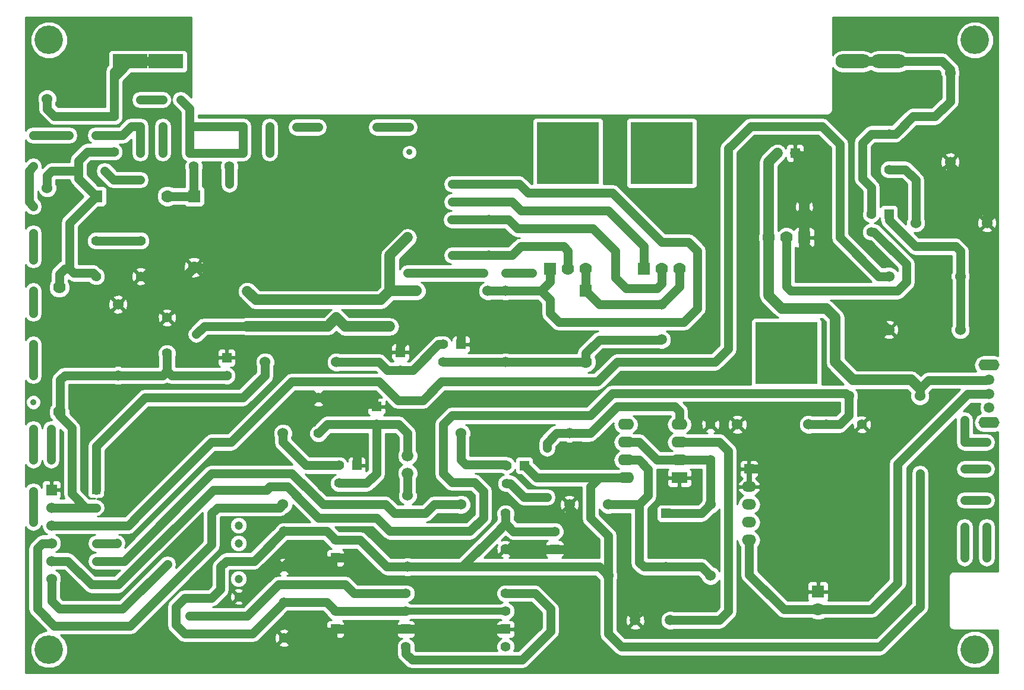
<source format=gbl>
G04 (created by PCBNEW (2013-07-07 BZR 4022)-stable) date 27/11/2016 22:58:01*
%MOIN*%
G04 Gerber Fmt 3.4, Leading zero omitted, Abs format*
%FSLAX34Y34*%
G01*
G70*
G90*
G04 APERTURE LIST*
%ADD10C,0.00590551*%
%ADD11R,0.055X0.055*%
%ADD12C,0.055*%
%ADD13C,0.066*%
%ADD14C,0.06*%
%ADD15R,0.09X0.062*%
%ADD16O,0.09X0.062*%
%ADD17C,0.07*%
%ADD18R,0.07X0.07*%
%ADD19C,0.0590551*%
%ADD20C,0.0551181*%
%ADD21R,0.0551181X0.0551181*%
%ADD22R,0.06X0.06*%
%ADD23R,0.0472441X0.0472441*%
%ADD24C,0.0472441*%
%ADD25O,0.0787402X0.0590551*%
%ADD26R,0.0708661X0.0708661*%
%ADD27C,0.0708661*%
%ADD28R,0.35X0.35*%
%ADD29O,0.11811X0.0629921*%
%ADD30R,0.19685X0.0787402*%
%ADD31O,0.19685X0.0787402*%
%ADD32C,0.16*%
%ADD33C,0.035*%
%ADD34C,0.0511811*%
%ADD35C,0.0314961*%
%ADD36C,0.0590551*%
%ADD37C,0.0393701*%
%ADD38C,0.01*%
G04 APERTURE END LIST*
G54D10*
G54D11*
X53250Y-36000D03*
G54D12*
X52250Y-36000D03*
X52250Y-37000D03*
G54D11*
X47400Y-42800D03*
G54D12*
X46400Y-42800D03*
X46400Y-43800D03*
G54D11*
X77267Y-28673D03*
G54D12*
X76267Y-28673D03*
X76267Y-29673D03*
G54D13*
X50250Y-43250D03*
X50250Y-42250D03*
G54D14*
X46250Y-37000D03*
X42250Y-37000D03*
X55750Y-33000D03*
X55750Y-37000D03*
X54750Y-33000D03*
X50750Y-33000D03*
X82767Y-29173D03*
X78767Y-29173D03*
X34000Y-37750D03*
X34000Y-33750D03*
X30019Y-22204D03*
X30019Y-27204D03*
X50250Y-44500D03*
X50250Y-48500D03*
X72750Y-40500D03*
X68750Y-40500D03*
X75000Y-38900D03*
X79000Y-38900D03*
X53250Y-41000D03*
X53250Y-45000D03*
X43250Y-41000D03*
X43250Y-45000D03*
X81267Y-32173D03*
X77267Y-32173D03*
X77267Y-35173D03*
X81267Y-35173D03*
G54D12*
X67250Y-42500D03*
X67250Y-40500D03*
G54D11*
X64750Y-45500D03*
G54D12*
X64750Y-48500D03*
G54D15*
X65500Y-43500D03*
G54D16*
X65500Y-42500D03*
X65500Y-41500D03*
X65500Y-40500D03*
X62500Y-40500D03*
X62500Y-41500D03*
X62500Y-42500D03*
X62500Y-43500D03*
G54D14*
X59330Y-40992D03*
X59330Y-44992D03*
X61500Y-49000D03*
X61500Y-45000D03*
X67250Y-49000D03*
X67250Y-45000D03*
G54D12*
X43300Y-46500D03*
X43300Y-48500D03*
X43307Y-50496D03*
X43307Y-52496D03*
X70500Y-28250D03*
X72500Y-28250D03*
X77267Y-26173D03*
X77267Y-24173D03*
X33767Y-23173D03*
X33767Y-25173D03*
X38250Y-26000D03*
X40250Y-26000D03*
X36750Y-36500D03*
X36750Y-34500D03*
X73750Y-40500D03*
X75750Y-40500D03*
X35267Y-30173D03*
X35267Y-32173D03*
X45250Y-41000D03*
X45250Y-39000D03*
X55750Y-45500D03*
X55750Y-47500D03*
X49250Y-35000D03*
X49250Y-33000D03*
G54D17*
X60250Y-37000D03*
G54D18*
X60250Y-33000D03*
G54D17*
X38267Y-31673D03*
G54D18*
X38267Y-27673D03*
G54D17*
X36767Y-27673D03*
G54D18*
X32767Y-27673D03*
G54D19*
X41250Y-33015D03*
X41250Y-34984D03*
X64500Y-33765D03*
X64500Y-35734D03*
G54D20*
X55748Y-50996D03*
X55748Y-49996D03*
G54D21*
X55748Y-51996D03*
G54D20*
X55748Y-52996D03*
X50157Y-50996D03*
X50157Y-49996D03*
G54D21*
X50157Y-51996D03*
G54D20*
X50157Y-52996D03*
G54D22*
X30267Y-44173D03*
G54D14*
X30267Y-45173D03*
X30267Y-46173D03*
X30267Y-47173D03*
X30267Y-48173D03*
X30267Y-49173D03*
G54D19*
X64984Y-51500D03*
X63015Y-51500D03*
G54D23*
X32767Y-44173D03*
G54D24*
X32767Y-45173D03*
X32767Y-46173D03*
X32767Y-47173D03*
X32767Y-48173D03*
X40767Y-50173D03*
X40767Y-49173D03*
X40767Y-48173D03*
X40767Y-47173D03*
X40767Y-46173D03*
X40767Y-45173D03*
X40767Y-44173D03*
G54D25*
X69409Y-45000D03*
X69409Y-46000D03*
X69409Y-47000D03*
X69409Y-44000D03*
G54D21*
X69409Y-43000D03*
G54D26*
X73287Y-49893D03*
G54D27*
X73287Y-50893D03*
G54D17*
X30700Y-39800D03*
X30700Y-32800D03*
X65500Y-31750D03*
G54D18*
X63500Y-31750D03*
G54D17*
X64500Y-31750D03*
G54D28*
X64500Y-25250D03*
G54D17*
X60250Y-31750D03*
G54D18*
X58250Y-31750D03*
G54D17*
X59250Y-31750D03*
G54D28*
X59250Y-25250D03*
G54D17*
X70500Y-30000D03*
G54D18*
X72500Y-30000D03*
G54D17*
X71500Y-30000D03*
G54D28*
X71500Y-36500D03*
G54D19*
X82874Y-39566D03*
X82874Y-38779D03*
X82874Y-37992D03*
G54D29*
X82874Y-40393D03*
X82874Y-37165D03*
G54D11*
X56799Y-42807D03*
G54D12*
X55799Y-42807D03*
X55799Y-43807D03*
G54D14*
X80700Y-25750D03*
X80700Y-20750D03*
G54D12*
X54800Y-29000D03*
X54800Y-31000D03*
X32767Y-32173D03*
X32767Y-30173D03*
G54D30*
X34670Y-20100D03*
X36670Y-20100D03*
G54D31*
X75233Y-20100D03*
X77233Y-20100D03*
G54D11*
X49850Y-36450D03*
G54D12*
X49850Y-37450D03*
G54D11*
X46250Y-33500D03*
G54D12*
X46250Y-34500D03*
G54D11*
X40100Y-36750D03*
G54D12*
X40100Y-37750D03*
G54D11*
X48503Y-39500D03*
G54D12*
X48503Y-40500D03*
G54D11*
X46200Y-48000D03*
G54D12*
X46200Y-47000D03*
G54D11*
X46200Y-52000D03*
G54D12*
X46200Y-51000D03*
G54D11*
X58503Y-47507D03*
G54D12*
X58503Y-46507D03*
G54D11*
X72000Y-25250D03*
G54D12*
X71000Y-25250D03*
G54D32*
X82086Y-18897D03*
X30118Y-18897D03*
X82086Y-53149D03*
X30118Y-53149D03*
G54D33*
X39500Y-23750D03*
X38000Y-23750D03*
X35250Y-22250D03*
X37500Y-22244D03*
X36500Y-22250D03*
X44000Y-23800D03*
X41000Y-23750D03*
X42500Y-23750D03*
X42500Y-25250D03*
X50350Y-25200D03*
X50350Y-23800D03*
X48500Y-23800D03*
X45250Y-23800D03*
X41000Y-25250D03*
X82750Y-44750D03*
X81500Y-44750D03*
X81500Y-43000D03*
X82750Y-43000D03*
X82750Y-41500D03*
X81500Y-41500D03*
X81500Y-40250D03*
X82750Y-48000D03*
X82750Y-46250D03*
X81500Y-46250D03*
X81500Y-48000D03*
X35250Y-26750D03*
X35250Y-25250D03*
X33250Y-26250D03*
X30250Y-40750D03*
X30250Y-42500D03*
X29250Y-39250D03*
X29250Y-46000D03*
X29250Y-44250D03*
X29250Y-42500D03*
X29250Y-40750D03*
X29250Y-37750D03*
X29250Y-36000D03*
X29250Y-34250D03*
X29250Y-33000D03*
X29250Y-31250D03*
X29250Y-29750D03*
X29250Y-28250D03*
X29250Y-26000D03*
X29250Y-24250D03*
X31250Y-24250D03*
X32750Y-24250D03*
X35250Y-23750D03*
X38000Y-25250D03*
X36500Y-25250D03*
X36500Y-23750D03*
X51500Y-32000D03*
X50250Y-32000D03*
X57250Y-32000D03*
X55750Y-32000D03*
X54500Y-32000D03*
X70000Y-24750D03*
X75000Y-23750D03*
X41750Y-46500D03*
X42250Y-41250D03*
X43000Y-42500D03*
X43250Y-40000D03*
X39500Y-42500D03*
X40500Y-42500D03*
X41750Y-42500D03*
X38750Y-32750D03*
X48500Y-32500D03*
X47500Y-32500D03*
X45700Y-32500D03*
X44500Y-32500D03*
X43250Y-32500D03*
X36750Y-33000D03*
X36750Y-31250D03*
X36750Y-29750D03*
X35500Y-28750D03*
X34000Y-28750D03*
X34000Y-31250D03*
X34000Y-32250D03*
X35250Y-36750D03*
X35250Y-35250D03*
X35750Y-33500D03*
X37750Y-33500D03*
X39500Y-33500D03*
X31750Y-36250D03*
X31750Y-34250D03*
X32750Y-36250D03*
X32750Y-34250D03*
X41750Y-29750D03*
X41750Y-28500D03*
X40250Y-28500D03*
X40250Y-29750D03*
X50250Y-34000D03*
X54500Y-34250D03*
X54500Y-35750D03*
X55750Y-35750D03*
X55750Y-34250D03*
X57250Y-34250D03*
X57250Y-36000D03*
X59250Y-36000D03*
X31750Y-39000D03*
X32750Y-39000D03*
X34000Y-39000D03*
X36750Y-41000D03*
X37500Y-47250D03*
X36250Y-43250D03*
X35250Y-43250D03*
X35250Y-42000D03*
X35250Y-40750D03*
X34000Y-42000D03*
X34000Y-43250D03*
X34000Y-45000D03*
X38750Y-49000D03*
X44250Y-47500D03*
X44000Y-45750D03*
X51250Y-44000D03*
X51250Y-43000D03*
X51250Y-41500D03*
X52500Y-39000D03*
X54250Y-39000D03*
X55750Y-39000D03*
X59250Y-39000D03*
X57250Y-39000D03*
X48750Y-49250D03*
X47500Y-48750D03*
X61000Y-53500D03*
X58250Y-54000D03*
X62750Y-38000D03*
X64500Y-38041D03*
X66250Y-38000D03*
X67750Y-38000D03*
X69250Y-38000D03*
X69250Y-36500D03*
X69250Y-35000D03*
X69250Y-33500D03*
X64750Y-29000D03*
X65750Y-29500D03*
X64000Y-28000D03*
X65750Y-28000D03*
X66750Y-36000D03*
X67250Y-35000D03*
X67250Y-33500D03*
X67250Y-32000D03*
X67250Y-30750D03*
X67250Y-29500D03*
X67250Y-28000D03*
X67250Y-26500D03*
X68000Y-23750D03*
X69250Y-32000D03*
X69250Y-30750D03*
X69250Y-29500D03*
X69250Y-28000D03*
X69250Y-26500D03*
X69250Y-25500D03*
X72500Y-32000D03*
X71495Y-28220D03*
X71510Y-26050D03*
X73260Y-26055D03*
X74000Y-38000D03*
X77500Y-41500D03*
X80250Y-39000D03*
X79000Y-39750D03*
X76500Y-39500D03*
X74250Y-39500D03*
X71750Y-39750D03*
X71000Y-39750D03*
X70000Y-39750D03*
X67250Y-39750D03*
X69500Y-51000D03*
X68500Y-52250D03*
X66500Y-50000D03*
X64750Y-50000D03*
X63000Y-50000D03*
X31500Y-47250D03*
X31500Y-49750D03*
X54250Y-41000D03*
X55750Y-41000D03*
X57250Y-41000D03*
X64000Y-40750D03*
X49250Y-41750D03*
X49000Y-44250D03*
X53250Y-47500D03*
X49500Y-47500D03*
X51750Y-47500D03*
X48750Y-53000D03*
X48750Y-54000D03*
X47250Y-54000D03*
X45750Y-54000D03*
X44000Y-54000D03*
X42500Y-54000D03*
X40750Y-54000D03*
X39000Y-54000D03*
X51750Y-49500D03*
X53250Y-49500D03*
X54500Y-49500D03*
X59750Y-54000D03*
X59750Y-49500D03*
X59750Y-51000D03*
X59750Y-52500D03*
X73250Y-24650D03*
X73500Y-29250D03*
X73250Y-27500D03*
X75000Y-21500D03*
X77000Y-21500D03*
X79000Y-21500D03*
X77000Y-22750D03*
X75000Y-22750D03*
X79750Y-29250D03*
X81250Y-29250D03*
X81250Y-27500D03*
X79750Y-27500D03*
X79750Y-26000D03*
X79000Y-24500D03*
X81250Y-36500D03*
X76000Y-35250D03*
X76000Y-36500D03*
X80000Y-32000D03*
X80000Y-33250D03*
X80000Y-34500D03*
X80000Y-36500D03*
X82750Y-35750D03*
X82750Y-34500D03*
X82750Y-33250D03*
X82750Y-32000D03*
X82750Y-30750D03*
X77250Y-34000D03*
X69500Y-41500D03*
X71000Y-41500D03*
X72250Y-41500D03*
X73750Y-42000D03*
X75250Y-41500D03*
X76500Y-41500D03*
X71000Y-43000D03*
X72250Y-43000D03*
X73750Y-43000D03*
X75250Y-43000D03*
X63000Y-54000D03*
X64750Y-54000D03*
X66250Y-54000D03*
X68000Y-54000D03*
X69500Y-54000D03*
X71000Y-54000D03*
X72250Y-54000D03*
X73750Y-54000D03*
X75000Y-54000D03*
X76500Y-54000D03*
X80250Y-54000D03*
X79250Y-54000D03*
X78000Y-54000D03*
X79250Y-52500D03*
X80250Y-51250D03*
X80250Y-49500D03*
X80250Y-48000D03*
X80250Y-46250D03*
X80250Y-41500D03*
X80250Y-43000D03*
X80250Y-44750D03*
X71000Y-46250D03*
X71000Y-44750D03*
X72250Y-44750D03*
X72250Y-46250D03*
X72250Y-48000D03*
X73750Y-48000D03*
X73750Y-46250D03*
X73750Y-44750D03*
X75250Y-44750D03*
X75250Y-46250D03*
X75250Y-48000D03*
X76500Y-48000D03*
X76500Y-46250D03*
X76500Y-44750D03*
X76500Y-43000D03*
X71000Y-48000D03*
X40250Y-31000D03*
X74000Y-32000D03*
X76000Y-34000D03*
X38000Y-51250D03*
X33937Y-47165D03*
X38267Y-27673D03*
X40250Y-27000D03*
X50250Y-30000D03*
X52750Y-27000D03*
X52750Y-28000D03*
X52750Y-31000D03*
X52700Y-29000D03*
X58070Y-44586D03*
X58070Y-41830D03*
X79000Y-43250D03*
X38385Y-35433D03*
X36771Y-48346D03*
G54D34*
X41000Y-23750D02*
X38000Y-23750D01*
X38000Y-23750D02*
X38000Y-25250D01*
X37500Y-22244D02*
X38000Y-22744D01*
X38000Y-22744D02*
X38000Y-23750D01*
X35250Y-22250D02*
X36500Y-22250D01*
X38000Y-25250D02*
X41000Y-25250D01*
X41000Y-23750D02*
X41000Y-25250D01*
X42500Y-23750D02*
X42500Y-25250D01*
X48500Y-23800D02*
X50350Y-23800D01*
X44000Y-23800D02*
X45250Y-23800D01*
X81500Y-40250D02*
X81500Y-41500D01*
X82750Y-44750D02*
X81500Y-44750D01*
X81500Y-43000D02*
X82750Y-43000D01*
X82750Y-41500D02*
X81500Y-41500D01*
X82750Y-46250D02*
X82750Y-48000D01*
X81500Y-48000D02*
X81500Y-46250D01*
X35250Y-26750D02*
X33750Y-26750D01*
X35250Y-23750D02*
X35250Y-25250D01*
X33750Y-26750D02*
X33250Y-26250D01*
X30250Y-42500D02*
X30250Y-40750D01*
X35250Y-23750D02*
X34750Y-23750D01*
X29250Y-44250D02*
X29250Y-46000D01*
X29250Y-40750D02*
X29250Y-42500D01*
X29250Y-36000D02*
X29250Y-37750D01*
X29250Y-33000D02*
X29250Y-34250D01*
X29250Y-29750D02*
X29250Y-31250D01*
X29000Y-28000D02*
X29250Y-28250D01*
X29000Y-26250D02*
X29000Y-28000D01*
X29250Y-26000D02*
X29000Y-26250D01*
X31250Y-24250D02*
X29250Y-24250D01*
X34250Y-24250D02*
X32750Y-24250D01*
X34750Y-23750D02*
X34250Y-24250D01*
X36500Y-25250D02*
X36500Y-23750D01*
X54500Y-32000D02*
X51500Y-32000D01*
X51500Y-32000D02*
X50250Y-32000D01*
X55750Y-32000D02*
X57250Y-32000D01*
X53000Y-32000D02*
X54500Y-32000D01*
X45000Y-44500D02*
X43750Y-43250D01*
X43750Y-43250D02*
X39250Y-43250D01*
X32767Y-48173D02*
X34326Y-48173D01*
X34326Y-48173D02*
X39250Y-43250D01*
X51750Y-45000D02*
X53250Y-45000D01*
X45500Y-45000D02*
X49000Y-45000D01*
X45000Y-44500D02*
X45500Y-45000D01*
G54D35*
X39250Y-43250D02*
X34326Y-48173D01*
G54D34*
X49000Y-45000D02*
X49500Y-45500D01*
X49500Y-45500D02*
X51250Y-45500D01*
X51250Y-45500D02*
X51750Y-45000D01*
X29464Y-50150D02*
X29464Y-50864D01*
X30419Y-51819D02*
X30969Y-51819D01*
X29464Y-50864D02*
X30419Y-51819D01*
X30969Y-51819D02*
X34680Y-51819D01*
X34680Y-51819D02*
X35250Y-51250D01*
X29464Y-47464D02*
X29464Y-50150D01*
X29755Y-47173D02*
X29464Y-47464D01*
X30267Y-47173D02*
X29755Y-47173D01*
X38000Y-48500D02*
X39250Y-47250D01*
X35250Y-51250D02*
X38000Y-48500D01*
X39250Y-47250D02*
X39250Y-45500D01*
X39250Y-45500D02*
X39500Y-45250D01*
X39576Y-45173D02*
X39500Y-45250D01*
X40767Y-45173D02*
X39576Y-45173D01*
X43000Y-45173D02*
X43076Y-45173D01*
X43076Y-45173D02*
X43250Y-45000D01*
X40767Y-45173D02*
X43000Y-45173D01*
X43076Y-45173D02*
X43250Y-45000D01*
X80700Y-25750D02*
X80700Y-26050D01*
X82767Y-28117D02*
X82767Y-29173D01*
X80700Y-26050D02*
X82767Y-28117D01*
X68000Y-23750D02*
X67250Y-23750D01*
X67250Y-23750D02*
X67250Y-26500D01*
X53250Y-36000D02*
X53250Y-35450D01*
X49850Y-36050D02*
X49850Y-36450D01*
X50950Y-34950D02*
X49850Y-36050D01*
X52750Y-34950D02*
X50950Y-34950D01*
X53250Y-35450D02*
X52750Y-34950D01*
X51250Y-40500D02*
X51250Y-40250D01*
X51250Y-40250D02*
X52500Y-39000D01*
X51500Y-34000D02*
X54250Y-34000D01*
X54250Y-34000D02*
X54500Y-34250D01*
X75000Y-23750D02*
X75000Y-22750D01*
X42250Y-41250D02*
X42250Y-42250D01*
X42250Y-42250D02*
X42500Y-42500D01*
X42500Y-42500D02*
X43000Y-42500D01*
X41750Y-42500D02*
X40500Y-42500D01*
X37750Y-33500D02*
X38000Y-33500D01*
X38000Y-33500D02*
X38750Y-32750D01*
X45700Y-32500D02*
X47500Y-32500D01*
X43250Y-32500D02*
X44500Y-32500D01*
X34000Y-32250D02*
X34000Y-31250D01*
X37250Y-33500D02*
X36750Y-33000D01*
X36750Y-31250D02*
X36750Y-29750D01*
X35500Y-28750D02*
X34000Y-28750D01*
X37250Y-33500D02*
X37750Y-33500D01*
X35250Y-34000D02*
X35250Y-35250D01*
X35750Y-33500D02*
X35250Y-34000D01*
X39500Y-33500D02*
X37750Y-33500D01*
X31750Y-36250D02*
X31750Y-34250D01*
X32750Y-34250D02*
X32750Y-36250D01*
X41750Y-28500D02*
X41750Y-29750D01*
X40250Y-29750D02*
X40250Y-28500D01*
X51500Y-34000D02*
X50250Y-34000D01*
X54500Y-34250D02*
X54250Y-34000D01*
X55750Y-35750D02*
X54500Y-35750D01*
X57250Y-34250D02*
X55750Y-34250D01*
X59250Y-36000D02*
X57250Y-36000D01*
X34000Y-39000D02*
X32750Y-39000D01*
X36250Y-42000D02*
X36250Y-41500D01*
X36250Y-41500D02*
X36750Y-41000D01*
X36250Y-43250D02*
X36250Y-42000D01*
X35250Y-42000D02*
X35250Y-43250D01*
X34000Y-42000D02*
X35250Y-40750D01*
X34000Y-45000D02*
X34000Y-43250D01*
X43300Y-48450D02*
X44250Y-47500D01*
X43300Y-48500D02*
X43300Y-48450D01*
X51250Y-43000D02*
X51250Y-44000D01*
X51250Y-40500D02*
X51250Y-41500D01*
X55750Y-39000D02*
X54250Y-39000D01*
X57250Y-39000D02*
X59250Y-39000D01*
X51750Y-49500D02*
X51000Y-49500D01*
X46200Y-48000D02*
X46750Y-48000D01*
X48791Y-49208D02*
X49500Y-49208D01*
X48750Y-49250D02*
X48791Y-49208D01*
X46750Y-48000D02*
X47500Y-48750D01*
X59750Y-54000D02*
X58250Y-54000D01*
X69250Y-32000D02*
X69250Y-33500D01*
X66208Y-38041D02*
X64500Y-38041D01*
X66250Y-38000D02*
X66208Y-38041D01*
X69250Y-38000D02*
X67750Y-38000D01*
X69250Y-35000D02*
X69250Y-36500D01*
X67250Y-29500D02*
X65750Y-29500D01*
X67250Y-28000D02*
X65750Y-28000D01*
X66750Y-36000D02*
X65500Y-36000D01*
X67250Y-33500D02*
X67250Y-35000D01*
X67250Y-30750D02*
X67250Y-32000D01*
X67250Y-28000D02*
X67250Y-29500D01*
X67250Y-25500D02*
X67250Y-26500D01*
X69250Y-32000D02*
X69250Y-30750D01*
X69250Y-29500D02*
X69250Y-28000D01*
X69250Y-26500D02*
X69250Y-25500D01*
X71510Y-26050D02*
X71495Y-28220D01*
X73250Y-27500D02*
X73260Y-26055D01*
X77500Y-41500D02*
X77250Y-41500D01*
X77250Y-41500D02*
X79000Y-39750D01*
X67250Y-40500D02*
X67250Y-39750D01*
X72500Y-39500D02*
X74250Y-39500D01*
X71750Y-39750D02*
X72500Y-39500D01*
X70000Y-39750D02*
X71000Y-39750D01*
X70000Y-52250D02*
X70000Y-51500D01*
X70000Y-51500D02*
X69500Y-51000D01*
X68500Y-52250D02*
X70000Y-52250D01*
X63015Y-51500D02*
X63015Y-50015D01*
X64750Y-50000D02*
X66500Y-50000D01*
X63015Y-50015D02*
X63000Y-50000D01*
X54250Y-41000D02*
X54250Y-42000D01*
X57250Y-41000D02*
X55750Y-41000D01*
X49250Y-44000D02*
X49250Y-41750D01*
X49000Y-44250D02*
X49250Y-44000D01*
X51750Y-47500D02*
X49500Y-47500D01*
X48750Y-53000D02*
X48750Y-54000D01*
X47250Y-54000D02*
X45750Y-54000D01*
X44000Y-54000D02*
X42500Y-54000D01*
X40750Y-54000D02*
X39000Y-54000D01*
X51750Y-49500D02*
X51750Y-50250D01*
X54500Y-49500D02*
X53250Y-49500D01*
X61500Y-54000D02*
X59750Y-54000D01*
X60750Y-50500D02*
X60750Y-50750D01*
X59750Y-49500D02*
X60750Y-50500D01*
X59750Y-52500D02*
X59750Y-51000D01*
X73500Y-27750D02*
X73500Y-29250D01*
X73250Y-27500D02*
X73500Y-27750D01*
X75000Y-21500D02*
X75000Y-22750D01*
X79000Y-21500D02*
X77000Y-21500D01*
X81250Y-29250D02*
X79750Y-29250D01*
X79750Y-27500D02*
X81250Y-27500D01*
X79750Y-25250D02*
X79750Y-26000D01*
X79000Y-24500D02*
X79750Y-25250D01*
X80000Y-36500D02*
X81250Y-36500D01*
X76000Y-36500D02*
X80000Y-36500D01*
X76076Y-35173D02*
X76000Y-35250D01*
X77267Y-35173D02*
X76076Y-35173D01*
X80000Y-32000D02*
X80000Y-31250D01*
X80000Y-34500D02*
X80000Y-33250D01*
X82750Y-33250D02*
X82750Y-34500D01*
X82750Y-30750D02*
X82750Y-32000D01*
X76000Y-34000D02*
X77250Y-34000D01*
X71000Y-41500D02*
X69500Y-41500D01*
X73750Y-42000D02*
X72250Y-41500D01*
X76500Y-41500D02*
X75250Y-41500D01*
X76500Y-43000D02*
X75250Y-43000D01*
X73750Y-43000D02*
X72250Y-43000D01*
X78000Y-54000D02*
X77750Y-54000D01*
X63000Y-54000D02*
X61500Y-54000D01*
X66250Y-54000D02*
X64750Y-54000D01*
X69500Y-54000D02*
X68000Y-54000D01*
X72250Y-54000D02*
X71000Y-54000D01*
X75000Y-54000D02*
X73750Y-54000D01*
X77250Y-54000D02*
X76500Y-54000D01*
X77750Y-54000D02*
X77250Y-54000D01*
X80250Y-44750D02*
X80250Y-46250D01*
X78000Y-54000D02*
X79250Y-54000D01*
X80250Y-51250D02*
X79250Y-52500D01*
X80250Y-48000D02*
X80250Y-49500D01*
X80250Y-44750D02*
X80250Y-43000D01*
X71000Y-44750D02*
X71000Y-46250D01*
X72250Y-46250D02*
X72250Y-44750D01*
X73750Y-48000D02*
X72250Y-48000D01*
X73750Y-44750D02*
X73750Y-46250D01*
X75250Y-46250D02*
X75250Y-44750D01*
X76500Y-48000D02*
X75250Y-48000D01*
X76500Y-44750D02*
X76500Y-46250D01*
X71000Y-43000D02*
X69409Y-43000D01*
X59330Y-44992D02*
X59330Y-47244D01*
X59066Y-47507D02*
X58503Y-47507D01*
X59330Y-47244D02*
X59066Y-47507D01*
X38267Y-31673D02*
X38250Y-31673D01*
X38250Y-31673D02*
X37750Y-32173D01*
X37750Y-32173D02*
X35267Y-32173D01*
X39500Y-31673D02*
X39576Y-31673D01*
X38267Y-31673D02*
X39500Y-31673D01*
X39576Y-31673D02*
X40250Y-31000D01*
X37750Y-32173D02*
X37767Y-32173D01*
X37767Y-32173D02*
X38267Y-31673D01*
X35267Y-32173D02*
X37750Y-32173D01*
X58503Y-47507D02*
X55757Y-47507D01*
X55757Y-47507D02*
X55750Y-47500D01*
X43300Y-48500D02*
X45700Y-48500D01*
X45700Y-48500D02*
X46200Y-48000D01*
X45250Y-39000D02*
X48003Y-39000D01*
X48003Y-39000D02*
X48503Y-39500D01*
X44250Y-41250D02*
X44750Y-41750D01*
X47400Y-42800D02*
X47400Y-41900D01*
X47400Y-41900D02*
X47250Y-41750D01*
X45250Y-39000D02*
X44750Y-39000D01*
X44750Y-41750D02*
X47250Y-41750D01*
X44250Y-39500D02*
X44250Y-41250D01*
X44750Y-39000D02*
X44250Y-39500D01*
X50157Y-51996D02*
X55748Y-51996D01*
X43307Y-52496D02*
X45703Y-52496D01*
X45703Y-52496D02*
X46200Y-52000D01*
X46200Y-52000D02*
X50153Y-52000D01*
X50153Y-52000D02*
X50157Y-51996D01*
X40767Y-50173D02*
X41076Y-50173D01*
X41076Y-50173D02*
X42750Y-48500D01*
X42750Y-48500D02*
X43300Y-48500D01*
G54D36*
X72500Y-30500D02*
X72500Y-30000D01*
X74000Y-32000D02*
X72500Y-30500D01*
X77267Y-35173D02*
X77173Y-35173D01*
X77173Y-35173D02*
X76000Y-34000D01*
X72500Y-28250D02*
X72500Y-30000D01*
X72000Y-25250D02*
X72500Y-25750D01*
X72500Y-25750D02*
X72500Y-28250D01*
G54D35*
X42750Y-48500D02*
X43300Y-48500D01*
X41076Y-50173D02*
X42750Y-48500D01*
X69409Y-44000D02*
X69409Y-43000D01*
X37767Y-32173D02*
X38267Y-31673D01*
G54D34*
X42250Y-37000D02*
X42250Y-37750D01*
X42250Y-37750D02*
X41000Y-39000D01*
X41000Y-39000D02*
X35500Y-39000D01*
X35500Y-39000D02*
X32767Y-41732D01*
X32767Y-41732D02*
X32767Y-44173D01*
X31750Y-32000D02*
X31517Y-32000D01*
X31517Y-32000D02*
X31267Y-31750D01*
X32767Y-32173D02*
X32594Y-32000D01*
X32594Y-32000D02*
X31750Y-32000D01*
X31267Y-31750D02*
X31000Y-31750D01*
X31000Y-31750D02*
X30700Y-32050D01*
X30700Y-32050D02*
X30700Y-32800D01*
X32767Y-27673D02*
X31267Y-29173D01*
X31267Y-29173D02*
X31267Y-31750D01*
X31767Y-26250D02*
X31767Y-26673D01*
X31767Y-26673D02*
X32767Y-27673D01*
X33767Y-25173D02*
X32267Y-25173D01*
X32267Y-25173D02*
X31767Y-25673D01*
X31767Y-25673D02*
X31767Y-26250D01*
X30019Y-27204D02*
X30019Y-26519D01*
X30289Y-26250D02*
X31767Y-26250D01*
X30019Y-26519D02*
X30289Y-26250D01*
X32767Y-47173D02*
X33929Y-47173D01*
X33929Y-47173D02*
X33937Y-47165D01*
X50157Y-49996D02*
X47246Y-49996D01*
X41250Y-51250D02*
X38000Y-51250D01*
X43000Y-49500D02*
X41250Y-51250D01*
X46750Y-49500D02*
X43000Y-49500D01*
X47246Y-49996D02*
X46750Y-49500D01*
G54D35*
X33929Y-47173D02*
X33937Y-47165D01*
G54D34*
X50250Y-43250D02*
X50250Y-44500D01*
X53250Y-41000D02*
X53250Y-42500D01*
X53250Y-42500D02*
X53500Y-42750D01*
G54D35*
X53250Y-42500D02*
X53500Y-42750D01*
G54D34*
X53500Y-42750D02*
X55750Y-42750D01*
G54D35*
X53500Y-42750D02*
X55750Y-42750D01*
G54D34*
X45250Y-41000D02*
X45750Y-40500D01*
X45750Y-40500D02*
X48503Y-40500D01*
X48503Y-40500D02*
X48503Y-43246D01*
X46400Y-43800D02*
X47950Y-43800D01*
X48503Y-43246D02*
X47950Y-43800D01*
X49750Y-40500D02*
X50250Y-41000D01*
X50250Y-41000D02*
X50250Y-42250D01*
X48503Y-40500D02*
X49750Y-40500D01*
X82874Y-38779D02*
X81692Y-38779D01*
X81692Y-38779D02*
X81672Y-38800D01*
X73287Y-50893D02*
X76271Y-50893D01*
X76271Y-50893D02*
X77755Y-49409D01*
X69409Y-48917D02*
X69409Y-48937D01*
X71366Y-50893D02*
X73287Y-50893D01*
X69409Y-48937D02*
X71366Y-50893D01*
X69409Y-48917D02*
X69409Y-47000D01*
X77755Y-49409D02*
X77755Y-45393D01*
X77755Y-45393D02*
X77755Y-42716D01*
G54D35*
X77755Y-49409D02*
X77755Y-42716D01*
G54D34*
X77755Y-42716D02*
X81672Y-38800D01*
G54D35*
X77755Y-42716D02*
X81672Y-38800D01*
G54D34*
X81672Y-38800D02*
X82700Y-38800D01*
G54D35*
X81672Y-38800D02*
X82700Y-38800D01*
G54D34*
X49850Y-37450D02*
X50542Y-37450D01*
X51992Y-36000D02*
X52250Y-36000D01*
X50542Y-37450D02*
X51992Y-36000D01*
X49850Y-37450D02*
X49400Y-37450D01*
X48650Y-37000D02*
X46250Y-37000D01*
X49100Y-37450D02*
X48650Y-37000D01*
X49400Y-37450D02*
X49100Y-37450D01*
X38267Y-27673D02*
X36767Y-27673D01*
X38250Y-26000D02*
X38250Y-27655D01*
X38250Y-27655D02*
X38267Y-27673D01*
X81267Y-32173D02*
X81267Y-35173D01*
X77267Y-28673D02*
X77267Y-29017D01*
X77267Y-29017D02*
X78750Y-30500D01*
X78750Y-30500D02*
X81000Y-30500D01*
X81000Y-30500D02*
X81267Y-30767D01*
X81267Y-30767D02*
X81267Y-32173D01*
X46400Y-42800D02*
X44550Y-42800D01*
X43250Y-41500D02*
X43250Y-41000D01*
X44550Y-42800D02*
X43250Y-41500D01*
X65500Y-41500D02*
X67750Y-41500D01*
X67750Y-41500D02*
X68250Y-42000D01*
X68250Y-42000D02*
X68250Y-51000D01*
X68250Y-51000D02*
X67750Y-51500D01*
X67750Y-51500D02*
X64984Y-51500D01*
G54D35*
X67750Y-51500D02*
X64984Y-51500D01*
X68250Y-51000D02*
X67750Y-51500D01*
X68250Y-42000D02*
X68250Y-51000D01*
X67750Y-41500D02*
X68250Y-42000D01*
G54D34*
X65500Y-42500D02*
X64250Y-42500D01*
X64250Y-42500D02*
X63250Y-41500D01*
X63250Y-41500D02*
X62500Y-41500D01*
G54D37*
X62500Y-41500D02*
X63250Y-41500D01*
G54D34*
X67250Y-42500D02*
X65500Y-42500D01*
X67250Y-45000D02*
X67250Y-42500D01*
X64750Y-45500D02*
X66750Y-45500D01*
X66750Y-45500D02*
X67250Y-45000D01*
G54D37*
X63250Y-41500D02*
X64250Y-42500D01*
X66750Y-45500D02*
X67250Y-45000D01*
G54D34*
X63750Y-44500D02*
X63250Y-45000D01*
X62500Y-42500D02*
X63247Y-42500D01*
X63750Y-43002D02*
X63750Y-44500D01*
X63247Y-42500D02*
X63750Y-43002D01*
X64750Y-48500D02*
X66750Y-48500D01*
X66750Y-48500D02*
X67250Y-49000D01*
X63250Y-45000D02*
X63250Y-48250D01*
X63250Y-48250D02*
X63500Y-48500D01*
X63500Y-48500D02*
X64750Y-48500D01*
X61500Y-45000D02*
X63250Y-45000D01*
G54D35*
X64750Y-48500D02*
X63500Y-48500D01*
X63500Y-48500D02*
X63250Y-48250D01*
X66750Y-48500D02*
X67250Y-49000D01*
G54D34*
X36670Y-20100D02*
X34670Y-20100D01*
X34670Y-20100D02*
X33767Y-21003D01*
X33767Y-21003D02*
X33767Y-23173D01*
X34377Y-20078D02*
X36377Y-20078D01*
X33767Y-21562D02*
X33767Y-20688D01*
X33767Y-23173D02*
X33767Y-21562D01*
X33767Y-20688D02*
X34377Y-20078D01*
X33767Y-23173D02*
X30423Y-23173D01*
X30423Y-23173D02*
X30019Y-22769D01*
X30019Y-22769D02*
X30019Y-22204D01*
X32767Y-30173D02*
X35267Y-30173D01*
X40250Y-27000D02*
X40250Y-26000D01*
X77267Y-26173D02*
X78173Y-26173D01*
X78173Y-26173D02*
X78767Y-26767D01*
X78767Y-26767D02*
X78767Y-29173D01*
X61500Y-35750D02*
X61000Y-35750D01*
X60250Y-36500D02*
X60250Y-37000D01*
X61000Y-35750D02*
X60250Y-36500D01*
X64484Y-35750D02*
X64500Y-35734D01*
X61500Y-35750D02*
X64484Y-35750D01*
X52250Y-37000D02*
X55750Y-37000D01*
X55750Y-37000D02*
X60250Y-37000D01*
G54D36*
X46250Y-33500D02*
X41734Y-33500D01*
X41734Y-33500D02*
X41250Y-33015D01*
X46250Y-33500D02*
X48750Y-33500D01*
X48750Y-33500D02*
X49250Y-33000D01*
X50750Y-33000D02*
X49250Y-33000D01*
X49250Y-31000D02*
X49250Y-33000D01*
X50250Y-30000D02*
X49250Y-31000D01*
G54D34*
X57000Y-27500D02*
X61750Y-27500D01*
X66000Y-30250D02*
X65500Y-30250D01*
X66500Y-30750D02*
X66000Y-30250D01*
X66500Y-34000D02*
X65750Y-34750D01*
X66500Y-31250D02*
X66500Y-31750D01*
X65500Y-30250D02*
X64500Y-30250D01*
X64500Y-30250D02*
X61750Y-27500D01*
X65750Y-34750D02*
X58750Y-34750D01*
X58250Y-33500D02*
X57750Y-33000D01*
X58250Y-34250D02*
X58750Y-34750D01*
X58250Y-33500D02*
X58250Y-34250D01*
X66500Y-31750D02*
X66500Y-34000D01*
X66500Y-31250D02*
X66500Y-30750D01*
X56500Y-27000D02*
X57000Y-27500D01*
X52750Y-27000D02*
X56500Y-27000D01*
X58250Y-32500D02*
X58250Y-31750D01*
X57750Y-33000D02*
X58250Y-32500D01*
X55750Y-33000D02*
X57750Y-33000D01*
X54750Y-33000D02*
X55750Y-33000D01*
X52750Y-28000D02*
X56100Y-28000D01*
X56100Y-28000D02*
X56600Y-28500D01*
X63500Y-30500D02*
X63500Y-31750D01*
X56600Y-28500D02*
X61500Y-28500D01*
X61500Y-28500D02*
X63500Y-30500D01*
X58267Y-51000D02*
X58267Y-50866D01*
X58267Y-50866D02*
X57397Y-49996D01*
X57397Y-49996D02*
X55748Y-49996D01*
X58267Y-52125D02*
X58267Y-51000D01*
X50157Y-52996D02*
X50157Y-53385D01*
X50157Y-53385D02*
X50500Y-53728D01*
X56500Y-53728D02*
X56665Y-53728D01*
X56665Y-53728D02*
X58267Y-52125D01*
X50500Y-53728D02*
X56500Y-53728D01*
G54D37*
X57397Y-49996D02*
X55748Y-49996D01*
X58267Y-50866D02*
X57397Y-49996D01*
X50157Y-53385D02*
X50500Y-53728D01*
G54D34*
X77233Y-20100D02*
X75233Y-20100D01*
X80700Y-20750D02*
X80700Y-20550D01*
X80250Y-20100D02*
X77233Y-20100D01*
X80700Y-20550D02*
X80250Y-20100D01*
X77267Y-24173D02*
X77626Y-24173D01*
X77626Y-24173D02*
X78600Y-23200D01*
X78600Y-23200D02*
X79850Y-23200D01*
X79850Y-23200D02*
X80700Y-22350D01*
X80700Y-22350D02*
X80700Y-20750D01*
X75767Y-24673D02*
X75767Y-26673D01*
X75767Y-26673D02*
X76267Y-27173D01*
X77267Y-24173D02*
X76267Y-24173D01*
X76267Y-24173D02*
X75767Y-24673D01*
X76267Y-27173D02*
X76267Y-28673D01*
X54800Y-31000D02*
X56100Y-31000D01*
X56100Y-31000D02*
X56600Y-30500D01*
X52750Y-31000D02*
X54800Y-31000D01*
X52750Y-31000D02*
X54500Y-31000D01*
X56600Y-30500D02*
X59000Y-30500D01*
X59250Y-30750D02*
X59250Y-31750D01*
X59000Y-30500D02*
X59250Y-30750D01*
X54800Y-29000D02*
X55900Y-29000D01*
X64500Y-32600D02*
X64500Y-31750D01*
X64250Y-32850D02*
X64500Y-32600D01*
X62500Y-32850D02*
X64250Y-32850D01*
X61900Y-32250D02*
X62500Y-32850D01*
X61900Y-30750D02*
X61900Y-32250D01*
X60650Y-29500D02*
X61900Y-30750D01*
X56400Y-29500D02*
X60650Y-29500D01*
X55900Y-29000D02*
X56400Y-29500D01*
X54800Y-29000D02*
X52700Y-29000D01*
X60250Y-31750D02*
X60250Y-33000D01*
X65500Y-31750D02*
X65500Y-32750D01*
X64500Y-33765D02*
X61015Y-33765D01*
X61015Y-33765D02*
X60250Y-33000D01*
X64500Y-33765D02*
X64500Y-33750D01*
X64500Y-33750D02*
X65500Y-32750D01*
X82700Y-38012D02*
X79487Y-38012D01*
X79487Y-38012D02*
X79000Y-38500D01*
X79000Y-38500D02*
X79000Y-38900D01*
G54D36*
X74250Y-34500D02*
X74250Y-37000D01*
X70500Y-30000D02*
X70500Y-31500D01*
X70500Y-33250D02*
X71250Y-34000D01*
X71250Y-34000D02*
X73500Y-34000D01*
X70500Y-31500D02*
X70500Y-33250D01*
X73750Y-34000D02*
X74250Y-34500D01*
X73500Y-34000D02*
X73750Y-34000D01*
X74250Y-37000D02*
X75250Y-38000D01*
X75250Y-38000D02*
X78500Y-38000D01*
X78500Y-38000D02*
X79000Y-38500D01*
X70500Y-28250D02*
X70500Y-25750D01*
X70500Y-25750D02*
X71000Y-25250D01*
X70500Y-30000D02*
X70500Y-28250D01*
G54D37*
X79000Y-38900D02*
X79000Y-38500D01*
G54D34*
X44050Y-38100D02*
X48650Y-38100D01*
X52150Y-38100D02*
X52650Y-38100D01*
X51100Y-39150D02*
X52150Y-38100D01*
X49700Y-39150D02*
X51100Y-39150D01*
X48650Y-38100D02*
X49700Y-39150D01*
X68250Y-36250D02*
X68250Y-25000D01*
X68250Y-25000D02*
X68500Y-24750D01*
X61250Y-37748D02*
X61251Y-37748D01*
X67500Y-37000D02*
X68250Y-36250D01*
X62000Y-37000D02*
X67500Y-37000D01*
X61251Y-37748D02*
X62000Y-37000D01*
X39250Y-41500D02*
X40350Y-41500D01*
X40350Y-41500D02*
X43750Y-38100D01*
X35250Y-45500D02*
X39250Y-41500D01*
X73500Y-23750D02*
X74500Y-24750D01*
X76673Y-32173D02*
X74500Y-30000D01*
X77267Y-32173D02*
X76673Y-32173D01*
X74500Y-30000D02*
X74500Y-24750D01*
X68500Y-24750D02*
X69500Y-23750D01*
X69500Y-23750D02*
X73500Y-23750D01*
X32767Y-46173D02*
X34576Y-46173D01*
X34576Y-46173D02*
X35250Y-45500D01*
X43750Y-38100D02*
X44050Y-38100D01*
X52650Y-38100D02*
X60750Y-38100D01*
X60750Y-38100D02*
X60898Y-38100D01*
X60898Y-38100D02*
X61250Y-37748D01*
X30267Y-46173D02*
X32767Y-46173D01*
X59330Y-40992D02*
X58614Y-40992D01*
X56011Y-43807D02*
X55799Y-43807D01*
X56791Y-44586D02*
X56011Y-43807D01*
X58070Y-44586D02*
X56791Y-44586D01*
X58070Y-41535D02*
X58070Y-41830D01*
X58614Y-40992D02*
X58070Y-41535D01*
X60500Y-41000D02*
X59330Y-40992D01*
X62000Y-39500D02*
X60500Y-41000D01*
X65250Y-39500D02*
X62000Y-39500D01*
X65500Y-39750D02*
X65250Y-39500D01*
X65500Y-40500D02*
X65500Y-39750D01*
X30700Y-39800D02*
X30700Y-40000D01*
X30700Y-40000D02*
X31400Y-40700D01*
X30750Y-38000D02*
X30750Y-39750D01*
X30750Y-39750D02*
X30700Y-39800D01*
X31000Y-37750D02*
X30750Y-38000D01*
X34000Y-37750D02*
X31000Y-37750D01*
X37000Y-37750D02*
X40100Y-37750D01*
X36750Y-37500D02*
X37000Y-37750D01*
X36750Y-37500D02*
X36750Y-36500D01*
X36500Y-37750D02*
X36750Y-37500D01*
X34000Y-37750D02*
X36500Y-37750D01*
X31400Y-40700D02*
X31400Y-44400D01*
X31400Y-44400D02*
X32173Y-45173D01*
X30267Y-45173D02*
X32173Y-45173D01*
X32173Y-45173D02*
X32767Y-45173D01*
X30700Y-40000D02*
X31400Y-40700D01*
G54D35*
X30700Y-40000D02*
X31400Y-40700D01*
G54D34*
X62500Y-43500D02*
X57492Y-43500D01*
X57492Y-43500D02*
X56799Y-42807D01*
X52250Y-48500D02*
X53314Y-48500D01*
X53314Y-48500D02*
X55161Y-46653D01*
X53500Y-48500D02*
X61000Y-48500D01*
X61000Y-48500D02*
X61500Y-49000D01*
X79000Y-43250D02*
X79000Y-50750D01*
X62250Y-53000D02*
X61500Y-52250D01*
X76750Y-53000D02*
X62250Y-53000D01*
X78750Y-51000D02*
X76750Y-53000D01*
X61500Y-52250D02*
X61500Y-49000D01*
X79000Y-50750D02*
X78750Y-51000D01*
X41250Y-34984D02*
X38834Y-34984D01*
X38834Y-34984D02*
X38385Y-35433D01*
X50250Y-48500D02*
X52250Y-48500D01*
X52250Y-48500D02*
X53500Y-48500D01*
X55750Y-45500D02*
X55750Y-46064D01*
X55750Y-46064D02*
X55161Y-46653D01*
X55750Y-46064D02*
X56192Y-46507D01*
X56192Y-46507D02*
X58503Y-46507D01*
X46200Y-47000D02*
X47590Y-47000D01*
X49090Y-48500D02*
X50250Y-48500D01*
X47590Y-47000D02*
X49090Y-48500D01*
X40767Y-48173D02*
X40076Y-48173D01*
X40076Y-48173D02*
X39750Y-48500D01*
X39750Y-48500D02*
X39750Y-49750D01*
X39750Y-49750D02*
X39250Y-50250D01*
X39250Y-50250D02*
X37750Y-50250D01*
X37750Y-50250D02*
X37250Y-50750D01*
X37250Y-50750D02*
X37250Y-51750D01*
X37250Y-51750D02*
X37750Y-52250D01*
X37750Y-52250D02*
X41553Y-52250D01*
X41553Y-52250D02*
X43307Y-50496D01*
X34250Y-50866D02*
X34251Y-50866D01*
X34251Y-50866D02*
X36771Y-48346D01*
X30750Y-50866D02*
X34250Y-50866D01*
G54D37*
X30708Y-50866D02*
X30750Y-50866D01*
G54D34*
X30267Y-50425D02*
X30708Y-50866D01*
X30267Y-49173D02*
X30267Y-50425D01*
X61500Y-49000D02*
X61500Y-46750D01*
X61500Y-46750D02*
X60750Y-46000D01*
X60750Y-46000D02*
X60500Y-45750D01*
X60500Y-45750D02*
X60500Y-44000D01*
X60500Y-44000D02*
X61000Y-43500D01*
X61000Y-43500D02*
X62500Y-43500D01*
X55750Y-46064D02*
X56192Y-46507D01*
X56192Y-46507D02*
X58503Y-46507D01*
X77750Y-33000D02*
X78250Y-32500D01*
X78250Y-32500D02*
X78250Y-31500D01*
X78250Y-31500D02*
X76423Y-29673D01*
X76423Y-29673D02*
X76267Y-29673D01*
X71500Y-30000D02*
X71500Y-32750D01*
X71500Y-32750D02*
X71750Y-33000D01*
X71750Y-33000D02*
X77750Y-33000D01*
X40767Y-48173D02*
X41626Y-48173D01*
X41626Y-48173D02*
X43300Y-46500D01*
X43307Y-50496D02*
X45696Y-50496D01*
X45696Y-50496D02*
X46200Y-51000D01*
X46200Y-51000D02*
X50153Y-51000D01*
X50153Y-51000D02*
X50157Y-50996D01*
X43300Y-50488D02*
X43307Y-50496D01*
G54D35*
X43300Y-50488D02*
X43307Y-50496D01*
G54D34*
X43300Y-46500D02*
X45700Y-46500D01*
X45700Y-46500D02*
X46200Y-47000D01*
G54D36*
X46250Y-34500D02*
X46750Y-35000D01*
X46750Y-35000D02*
X49250Y-35000D01*
X41250Y-34984D02*
X45765Y-34984D01*
X45765Y-34984D02*
X46250Y-34500D01*
G54D37*
X55750Y-46064D02*
X56192Y-46507D01*
X56192Y-46507D02*
X58503Y-46507D01*
X50157Y-50996D02*
X55748Y-50996D01*
X41626Y-48173D02*
X43300Y-46500D01*
G54D34*
X62650Y-38750D02*
X61747Y-38750D01*
X61747Y-38750D02*
X60497Y-40000D01*
X60497Y-40000D02*
X60400Y-40000D01*
X60400Y-40000D02*
X60497Y-40000D01*
X60000Y-40000D02*
X60150Y-40000D01*
X60150Y-40000D02*
X60400Y-40000D01*
X74850Y-38750D02*
X75000Y-38900D01*
X67750Y-38750D02*
X62650Y-38750D01*
X67750Y-38750D02*
X74850Y-38750D01*
X53500Y-43750D02*
X54000Y-43750D01*
X53750Y-46500D02*
X51500Y-46500D01*
X54500Y-45750D02*
X53750Y-46500D01*
X54500Y-44250D02*
X54500Y-45750D01*
X54000Y-43750D02*
X54500Y-44250D01*
X49250Y-46500D02*
X51500Y-46500D01*
X45250Y-45752D02*
X45500Y-45752D01*
X45500Y-45752D02*
X45956Y-45752D01*
X44623Y-45126D02*
X45250Y-45752D01*
X44500Y-45002D02*
X44623Y-45126D01*
X40767Y-44173D02*
X42326Y-44173D01*
X43497Y-44000D02*
X44500Y-45002D01*
X42500Y-44000D02*
X43497Y-44000D01*
X42326Y-44173D02*
X42500Y-44000D01*
X45956Y-45752D02*
X48252Y-45752D01*
X48252Y-45752D02*
X48250Y-45750D01*
X48500Y-45750D02*
X49250Y-46500D01*
X48250Y-45750D02*
X48500Y-45750D01*
X52750Y-43750D02*
X53500Y-43750D01*
X52250Y-43250D02*
X52750Y-43750D01*
X52250Y-40500D02*
X52250Y-43250D01*
X52750Y-40000D02*
X52250Y-40500D01*
X60000Y-40000D02*
X60000Y-40000D01*
X60000Y-40000D02*
X52750Y-40000D01*
X34000Y-49500D02*
X34002Y-49500D01*
X39328Y-44173D02*
X40767Y-44173D01*
X34002Y-49500D02*
X39328Y-44173D01*
X30267Y-48173D02*
X31173Y-48173D01*
X31173Y-48173D02*
X32500Y-49500D01*
X32500Y-49500D02*
X34000Y-49500D01*
X73750Y-40500D02*
X74500Y-40500D01*
X74500Y-40500D02*
X75000Y-40000D01*
X75000Y-40000D02*
X75000Y-38900D01*
X72750Y-40500D02*
X73750Y-40500D01*
G54D35*
X32500Y-49500D02*
X34000Y-49500D01*
X31173Y-48173D02*
X32500Y-49500D01*
G54D10*
G36*
X30981Y-44667D02*
X30727Y-44667D01*
X30779Y-44614D01*
X30817Y-44522D01*
X30817Y-43823D01*
X30779Y-43731D01*
X30709Y-43661D01*
X30617Y-43623D01*
X30518Y-43623D01*
X30380Y-43623D01*
X30317Y-43685D01*
X30317Y-44123D01*
X30755Y-44123D01*
X30817Y-44060D01*
X30817Y-43823D01*
X30817Y-44522D01*
X30817Y-44285D01*
X30755Y-44223D01*
X30317Y-44223D01*
X30317Y-44231D01*
X30217Y-44231D01*
X30217Y-44223D01*
X30209Y-44223D01*
X30209Y-44123D01*
X30217Y-44123D01*
X30217Y-43685D01*
X30155Y-43623D01*
X30017Y-43623D01*
X29917Y-43623D01*
X29825Y-43661D01*
X29755Y-43731D01*
X29717Y-43823D01*
X29717Y-44058D01*
X29717Y-44056D01*
X29607Y-43892D01*
X29443Y-43782D01*
X29250Y-43744D01*
X29056Y-43782D01*
X28892Y-43892D01*
X28822Y-43996D01*
X28822Y-42753D01*
X28892Y-42857D01*
X29056Y-42967D01*
X29250Y-43005D01*
X29443Y-42967D01*
X29607Y-42857D01*
X29717Y-42693D01*
X29750Y-42529D01*
X29782Y-42693D01*
X29892Y-42857D01*
X30056Y-42967D01*
X30250Y-43005D01*
X30443Y-42967D01*
X30607Y-42857D01*
X30717Y-42693D01*
X30755Y-42500D01*
X30755Y-40771D01*
X30894Y-40909D01*
X30894Y-44400D01*
X30932Y-44593D01*
X30981Y-44667D01*
X30981Y-44667D01*
G37*
G54D38*
X30981Y-44667D02*
X30727Y-44667D01*
X30779Y-44614D01*
X30817Y-44522D01*
X30817Y-43823D01*
X30779Y-43731D01*
X30709Y-43661D01*
X30617Y-43623D01*
X30518Y-43623D01*
X30380Y-43623D01*
X30317Y-43685D01*
X30317Y-44123D01*
X30755Y-44123D01*
X30817Y-44060D01*
X30817Y-43823D01*
X30817Y-44522D01*
X30817Y-44285D01*
X30755Y-44223D01*
X30317Y-44223D01*
X30317Y-44231D01*
X30217Y-44231D01*
X30217Y-44223D01*
X30209Y-44223D01*
X30209Y-44123D01*
X30217Y-44123D01*
X30217Y-43685D01*
X30155Y-43623D01*
X30017Y-43623D01*
X29917Y-43623D01*
X29825Y-43661D01*
X29755Y-43731D01*
X29717Y-43823D01*
X29717Y-44058D01*
X29717Y-44056D01*
X29607Y-43892D01*
X29443Y-43782D01*
X29250Y-43744D01*
X29056Y-43782D01*
X28892Y-43892D01*
X28822Y-43996D01*
X28822Y-42753D01*
X28892Y-42857D01*
X29056Y-42967D01*
X29250Y-43005D01*
X29443Y-42967D01*
X29607Y-42857D01*
X29717Y-42693D01*
X29750Y-42529D01*
X29782Y-42693D01*
X29892Y-42857D01*
X30056Y-42967D01*
X30250Y-43005D01*
X30443Y-42967D01*
X30607Y-42857D01*
X30717Y-42693D01*
X30755Y-42500D01*
X30755Y-40771D01*
X30894Y-40909D01*
X30894Y-44400D01*
X30932Y-44593D01*
X30981Y-44667D01*
G54D10*
G36*
X34107Y-48679D02*
X33792Y-48994D01*
X32709Y-48994D01*
X31530Y-47815D01*
X31366Y-47705D01*
X31173Y-47667D01*
X30512Y-47667D01*
X30578Y-47639D01*
X30733Y-47485D01*
X30817Y-47283D01*
X30817Y-47064D01*
X30734Y-46862D01*
X30579Y-46707D01*
X30512Y-46679D01*
X32708Y-46679D01*
X32574Y-46705D01*
X32409Y-46815D01*
X32300Y-46979D01*
X32261Y-47173D01*
X32300Y-47366D01*
X32409Y-47530D01*
X32574Y-47640D01*
X32738Y-47673D01*
X32574Y-47705D01*
X32409Y-47815D01*
X32300Y-47979D01*
X32261Y-48173D01*
X32300Y-48366D01*
X32409Y-48530D01*
X32574Y-48640D01*
X32767Y-48679D01*
X34107Y-48679D01*
X34107Y-48679D01*
G37*
G54D38*
X34107Y-48679D02*
X33792Y-48994D01*
X32709Y-48994D01*
X31530Y-47815D01*
X31366Y-47705D01*
X31173Y-47667D01*
X30512Y-47667D01*
X30578Y-47639D01*
X30733Y-47485D01*
X30817Y-47283D01*
X30817Y-47064D01*
X30734Y-46862D01*
X30579Y-46707D01*
X30512Y-46679D01*
X32708Y-46679D01*
X32574Y-46705D01*
X32409Y-46815D01*
X32300Y-46979D01*
X32261Y-47173D01*
X32300Y-47366D01*
X32409Y-47530D01*
X32574Y-47640D01*
X32738Y-47673D01*
X32574Y-47705D01*
X32409Y-47815D01*
X32300Y-47979D01*
X32261Y-48173D01*
X32300Y-48366D01*
X32409Y-48530D01*
X32574Y-48640D01*
X32767Y-48679D01*
X34107Y-48679D01*
G54D10*
G36*
X38750Y-45466D02*
X38744Y-45500D01*
X38744Y-47040D01*
X37642Y-48142D01*
X37642Y-48142D01*
X37228Y-48556D01*
X37239Y-48540D01*
X37277Y-48346D01*
X37239Y-48152D01*
X37129Y-47988D01*
X36965Y-47879D01*
X36771Y-47840D01*
X36578Y-47879D01*
X36413Y-47988D01*
X34042Y-50360D01*
X30918Y-50360D01*
X30773Y-50215D01*
X30773Y-49389D01*
X30817Y-49283D01*
X30817Y-49064D01*
X30734Y-48862D01*
X30579Y-48707D01*
X30512Y-48679D01*
X30963Y-48679D01*
X32142Y-49857D01*
X32142Y-49857D01*
X32251Y-49931D01*
X32306Y-49967D01*
X32306Y-49967D01*
X32500Y-50005D01*
X34000Y-50005D01*
X34002Y-50005D01*
X34195Y-49967D01*
X34359Y-49857D01*
X38750Y-45466D01*
X38750Y-45466D01*
G37*
G54D38*
X38750Y-45466D02*
X38744Y-45500D01*
X38744Y-47040D01*
X37642Y-48142D01*
X37642Y-48142D01*
X37228Y-48556D01*
X37239Y-48540D01*
X37277Y-48346D01*
X37239Y-48152D01*
X37129Y-47988D01*
X36965Y-47879D01*
X36771Y-47840D01*
X36578Y-47879D01*
X36413Y-47988D01*
X34042Y-50360D01*
X30918Y-50360D01*
X30773Y-50215D01*
X30773Y-49389D01*
X30817Y-49283D01*
X30817Y-49064D01*
X30734Y-48862D01*
X30579Y-48707D01*
X30512Y-48679D01*
X30963Y-48679D01*
X32142Y-49857D01*
X32142Y-49857D01*
X32251Y-49931D01*
X32306Y-49967D01*
X32306Y-49967D01*
X32500Y-50005D01*
X34000Y-50005D01*
X34002Y-50005D01*
X34195Y-49967D01*
X34359Y-49857D01*
X38750Y-45466D01*
G54D10*
G36*
X50005Y-44994D02*
X49709Y-44994D01*
X49357Y-44642D01*
X49193Y-44532D01*
X49000Y-44494D01*
X45709Y-44494D01*
X45357Y-44142D01*
X44514Y-43298D01*
X44550Y-43305D01*
X46221Y-43305D01*
X46103Y-43354D01*
X45955Y-43502D01*
X45875Y-43695D01*
X45874Y-43903D01*
X45954Y-44097D01*
X46102Y-44244D01*
X46295Y-44324D01*
X46503Y-44325D01*
X46550Y-44305D01*
X47950Y-44305D01*
X48143Y-44267D01*
X48307Y-44157D01*
X48861Y-43603D01*
X48861Y-43603D01*
X48971Y-43439D01*
X48971Y-43439D01*
X48977Y-43407D01*
X49009Y-43246D01*
X49009Y-43246D01*
X49009Y-41005D01*
X49540Y-41005D01*
X49744Y-41209D01*
X49744Y-41955D01*
X49670Y-42134D01*
X49669Y-42364D01*
X49758Y-42578D01*
X49921Y-42741D01*
X49941Y-42749D01*
X49921Y-42758D01*
X49758Y-42921D01*
X49670Y-43134D01*
X49669Y-43364D01*
X49744Y-43544D01*
X49744Y-44284D01*
X49700Y-44390D01*
X49699Y-44608D01*
X49783Y-44811D01*
X49938Y-44965D01*
X50005Y-44994D01*
X50005Y-44994D01*
G37*
G54D38*
X50005Y-44994D02*
X49709Y-44994D01*
X49357Y-44642D01*
X49193Y-44532D01*
X49000Y-44494D01*
X45709Y-44494D01*
X45357Y-44142D01*
X44514Y-43298D01*
X44550Y-43305D01*
X46221Y-43305D01*
X46103Y-43354D01*
X45955Y-43502D01*
X45875Y-43695D01*
X45874Y-43903D01*
X45954Y-44097D01*
X46102Y-44244D01*
X46295Y-44324D01*
X46503Y-44325D01*
X46550Y-44305D01*
X47950Y-44305D01*
X48143Y-44267D01*
X48307Y-44157D01*
X48861Y-43603D01*
X48861Y-43603D01*
X48971Y-43439D01*
X48971Y-43439D01*
X48977Y-43407D01*
X49009Y-43246D01*
X49009Y-43246D01*
X49009Y-41005D01*
X49540Y-41005D01*
X49744Y-41209D01*
X49744Y-41955D01*
X49670Y-42134D01*
X49669Y-42364D01*
X49758Y-42578D01*
X49921Y-42741D01*
X49941Y-42749D01*
X49921Y-42758D01*
X49758Y-42921D01*
X49670Y-43134D01*
X49669Y-43364D01*
X49744Y-43544D01*
X49744Y-44284D01*
X49700Y-44390D01*
X49699Y-44608D01*
X49783Y-44811D01*
X49938Y-44965D01*
X50005Y-44994D01*
G54D10*
G36*
X60994Y-47994D02*
X59885Y-47994D01*
X59885Y-45073D01*
X59874Y-44855D01*
X59811Y-44704D01*
X59716Y-44676D01*
X59645Y-44747D01*
X59645Y-44606D01*
X59618Y-44510D01*
X59412Y-44437D01*
X59193Y-44448D01*
X59042Y-44510D01*
X59015Y-44606D01*
X59330Y-44921D01*
X59645Y-44606D01*
X59645Y-44747D01*
X59401Y-44992D01*
X59716Y-45307D01*
X59811Y-45279D01*
X59885Y-45073D01*
X59885Y-47994D01*
X59645Y-47994D01*
X59645Y-45378D01*
X59330Y-45062D01*
X59259Y-45133D01*
X59259Y-44992D01*
X58944Y-44676D01*
X58849Y-44704D01*
X58775Y-44910D01*
X58786Y-45128D01*
X58849Y-45279D01*
X58944Y-45307D01*
X59259Y-44992D01*
X59259Y-45133D01*
X59015Y-45378D01*
X59042Y-45473D01*
X59248Y-45546D01*
X59467Y-45535D01*
X59618Y-45473D01*
X59645Y-45378D01*
X59645Y-47994D01*
X58921Y-47994D01*
X58991Y-47924D01*
X59028Y-47832D01*
X59028Y-47620D01*
X58966Y-47557D01*
X58553Y-47557D01*
X58553Y-47565D01*
X58453Y-47565D01*
X58453Y-47557D01*
X58041Y-47557D01*
X57978Y-47620D01*
X57978Y-47832D01*
X58016Y-47924D01*
X58086Y-47994D01*
X56279Y-47994D01*
X56279Y-47575D01*
X56268Y-47367D01*
X56210Y-47227D01*
X56117Y-47202D01*
X55820Y-47500D01*
X56117Y-47797D01*
X56210Y-47772D01*
X56279Y-47575D01*
X56279Y-47994D01*
X55941Y-47994D01*
X56022Y-47960D01*
X56047Y-47867D01*
X55750Y-47570D01*
X55452Y-47867D01*
X55477Y-47960D01*
X55572Y-47994D01*
X54536Y-47994D01*
X55281Y-47248D01*
X55220Y-47424D01*
X55231Y-47632D01*
X55289Y-47772D01*
X55382Y-47797D01*
X55679Y-47500D01*
X55673Y-47494D01*
X55744Y-47423D01*
X55750Y-47429D01*
X56047Y-47132D01*
X56022Y-47039D01*
X55825Y-46970D01*
X55617Y-46981D01*
X55500Y-47029D01*
X55519Y-47011D01*
X55519Y-47011D01*
X55519Y-47011D01*
X55750Y-46780D01*
X55835Y-46865D01*
X55999Y-46975D01*
X56192Y-47013D01*
X58104Y-47013D01*
X58087Y-47021D01*
X58016Y-47091D01*
X57978Y-47183D01*
X57978Y-47395D01*
X58041Y-47457D01*
X58453Y-47457D01*
X58453Y-47450D01*
X58553Y-47450D01*
X58553Y-47457D01*
X58966Y-47457D01*
X59028Y-47395D01*
X59028Y-47183D01*
X58991Y-47091D01*
X58920Y-47021D01*
X58828Y-46982D01*
X58729Y-46982D01*
X58729Y-46982D01*
X58800Y-46953D01*
X58948Y-46805D01*
X59028Y-46612D01*
X59029Y-46403D01*
X58949Y-46210D01*
X58801Y-46063D01*
X58608Y-45982D01*
X58399Y-45982D01*
X58353Y-46001D01*
X56402Y-46001D01*
X56255Y-45855D01*
X56255Y-45650D01*
X56274Y-45604D01*
X56275Y-45396D01*
X56195Y-45203D01*
X56047Y-45055D01*
X55854Y-44975D01*
X55646Y-44974D01*
X55453Y-45054D01*
X55305Y-45202D01*
X55225Y-45395D01*
X55224Y-45603D01*
X55244Y-45650D01*
X55244Y-45855D01*
X54803Y-46295D01*
X54803Y-46295D01*
X53105Y-47994D01*
X52250Y-47994D01*
X50465Y-47994D01*
X50359Y-47950D01*
X50141Y-47949D01*
X50034Y-47994D01*
X49300Y-47994D01*
X47948Y-46642D01*
X47784Y-46532D01*
X47590Y-46494D01*
X46409Y-46494D01*
X46173Y-46258D01*
X48252Y-46258D01*
X48252Y-46258D01*
X48263Y-46255D01*
X48263Y-46255D01*
X48290Y-46255D01*
X48892Y-46857D01*
X48892Y-46857D01*
X49001Y-46931D01*
X49056Y-46967D01*
X49056Y-46967D01*
X49249Y-47005D01*
X49250Y-47005D01*
X51500Y-47005D01*
X53750Y-47005D01*
X53943Y-46967D01*
X54107Y-46857D01*
X54857Y-46107D01*
X54857Y-46107D01*
X54931Y-45998D01*
X54967Y-45943D01*
X54967Y-45943D01*
X55005Y-45750D01*
X55005Y-45750D01*
X55005Y-44250D01*
X54967Y-44056D01*
X54857Y-43892D01*
X54357Y-43392D01*
X54193Y-43282D01*
X54059Y-43255D01*
X55511Y-43255D01*
X55634Y-43307D01*
X55502Y-43361D01*
X55354Y-43509D01*
X55274Y-43702D01*
X55274Y-43911D01*
X55353Y-44104D01*
X55501Y-44251D01*
X55694Y-44331D01*
X55821Y-44332D01*
X56433Y-44944D01*
X56433Y-44944D01*
X56543Y-45017D01*
X56597Y-45054D01*
X56597Y-45054D01*
X56791Y-45092D01*
X56791Y-45092D01*
X58070Y-45092D01*
X58264Y-45054D01*
X58428Y-44944D01*
X58538Y-44780D01*
X58576Y-44586D01*
X58538Y-44393D01*
X58428Y-44228D01*
X58264Y-44119D01*
X58070Y-44080D01*
X57000Y-44080D01*
X56369Y-43449D01*
X56205Y-43339D01*
X56011Y-43301D01*
X55978Y-43301D01*
X56096Y-43252D01*
X56244Y-43104D01*
X56274Y-43032D01*
X56274Y-43131D01*
X56312Y-43223D01*
X56382Y-43293D01*
X56474Y-43332D01*
X56573Y-43332D01*
X56608Y-43332D01*
X57134Y-43857D01*
X57134Y-43857D01*
X57244Y-43931D01*
X57298Y-43967D01*
X57298Y-43967D01*
X57492Y-44005D01*
X57492Y-44005D01*
X59994Y-44005D01*
X59994Y-45750D01*
X60032Y-45943D01*
X60142Y-46107D01*
X60392Y-46357D01*
X60392Y-46357D01*
X60392Y-46357D01*
X60994Y-46959D01*
X60994Y-47994D01*
X60994Y-47994D01*
G37*
G54D38*
X60994Y-47994D02*
X59885Y-47994D01*
X59885Y-45073D01*
X59874Y-44855D01*
X59811Y-44704D01*
X59716Y-44676D01*
X59645Y-44747D01*
X59645Y-44606D01*
X59618Y-44510D01*
X59412Y-44437D01*
X59193Y-44448D01*
X59042Y-44510D01*
X59015Y-44606D01*
X59330Y-44921D01*
X59645Y-44606D01*
X59645Y-44747D01*
X59401Y-44992D01*
X59716Y-45307D01*
X59811Y-45279D01*
X59885Y-45073D01*
X59885Y-47994D01*
X59645Y-47994D01*
X59645Y-45378D01*
X59330Y-45062D01*
X59259Y-45133D01*
X59259Y-44992D01*
X58944Y-44676D01*
X58849Y-44704D01*
X58775Y-44910D01*
X58786Y-45128D01*
X58849Y-45279D01*
X58944Y-45307D01*
X59259Y-44992D01*
X59259Y-45133D01*
X59015Y-45378D01*
X59042Y-45473D01*
X59248Y-45546D01*
X59467Y-45535D01*
X59618Y-45473D01*
X59645Y-45378D01*
X59645Y-47994D01*
X58921Y-47994D01*
X58991Y-47924D01*
X59028Y-47832D01*
X59028Y-47620D01*
X58966Y-47557D01*
X58553Y-47557D01*
X58553Y-47565D01*
X58453Y-47565D01*
X58453Y-47557D01*
X58041Y-47557D01*
X57978Y-47620D01*
X57978Y-47832D01*
X58016Y-47924D01*
X58086Y-47994D01*
X56279Y-47994D01*
X56279Y-47575D01*
X56268Y-47367D01*
X56210Y-47227D01*
X56117Y-47202D01*
X55820Y-47500D01*
X56117Y-47797D01*
X56210Y-47772D01*
X56279Y-47575D01*
X56279Y-47994D01*
X55941Y-47994D01*
X56022Y-47960D01*
X56047Y-47867D01*
X55750Y-47570D01*
X55452Y-47867D01*
X55477Y-47960D01*
X55572Y-47994D01*
X54536Y-47994D01*
X55281Y-47248D01*
X55220Y-47424D01*
X55231Y-47632D01*
X55289Y-47772D01*
X55382Y-47797D01*
X55679Y-47500D01*
X55673Y-47494D01*
X55744Y-47423D01*
X55750Y-47429D01*
X56047Y-47132D01*
X56022Y-47039D01*
X55825Y-46970D01*
X55617Y-46981D01*
X55500Y-47029D01*
X55519Y-47011D01*
X55519Y-47011D01*
X55519Y-47011D01*
X55750Y-46780D01*
X55835Y-46865D01*
X55999Y-46975D01*
X56192Y-47013D01*
X58104Y-47013D01*
X58087Y-47021D01*
X58016Y-47091D01*
X57978Y-47183D01*
X57978Y-47395D01*
X58041Y-47457D01*
X58453Y-47457D01*
X58453Y-47450D01*
X58553Y-47450D01*
X58553Y-47457D01*
X58966Y-47457D01*
X59028Y-47395D01*
X59028Y-47183D01*
X58991Y-47091D01*
X58920Y-47021D01*
X58828Y-46982D01*
X58729Y-46982D01*
X58729Y-46982D01*
X58800Y-46953D01*
X58948Y-46805D01*
X59028Y-46612D01*
X59029Y-46403D01*
X58949Y-46210D01*
X58801Y-46063D01*
X58608Y-45982D01*
X58399Y-45982D01*
X58353Y-46001D01*
X56402Y-46001D01*
X56255Y-45855D01*
X56255Y-45650D01*
X56274Y-45604D01*
X56275Y-45396D01*
X56195Y-45203D01*
X56047Y-45055D01*
X55854Y-44975D01*
X55646Y-44974D01*
X55453Y-45054D01*
X55305Y-45202D01*
X55225Y-45395D01*
X55224Y-45603D01*
X55244Y-45650D01*
X55244Y-45855D01*
X54803Y-46295D01*
X54803Y-46295D01*
X53105Y-47994D01*
X52250Y-47994D01*
X50465Y-47994D01*
X50359Y-47950D01*
X50141Y-47949D01*
X50034Y-47994D01*
X49300Y-47994D01*
X47948Y-46642D01*
X47784Y-46532D01*
X47590Y-46494D01*
X46409Y-46494D01*
X46173Y-46258D01*
X48252Y-46258D01*
X48252Y-46258D01*
X48263Y-46255D01*
X48263Y-46255D01*
X48290Y-46255D01*
X48892Y-46857D01*
X48892Y-46857D01*
X49001Y-46931D01*
X49056Y-46967D01*
X49056Y-46967D01*
X49249Y-47005D01*
X49250Y-47005D01*
X51500Y-47005D01*
X53750Y-47005D01*
X53943Y-46967D01*
X54107Y-46857D01*
X54857Y-46107D01*
X54857Y-46107D01*
X54931Y-45998D01*
X54967Y-45943D01*
X54967Y-45943D01*
X55005Y-45750D01*
X55005Y-45750D01*
X55005Y-44250D01*
X54967Y-44056D01*
X54857Y-43892D01*
X54357Y-43392D01*
X54193Y-43282D01*
X54059Y-43255D01*
X55511Y-43255D01*
X55634Y-43307D01*
X55502Y-43361D01*
X55354Y-43509D01*
X55274Y-43702D01*
X55274Y-43911D01*
X55353Y-44104D01*
X55501Y-44251D01*
X55694Y-44331D01*
X55821Y-44332D01*
X56433Y-44944D01*
X56433Y-44944D01*
X56543Y-45017D01*
X56597Y-45054D01*
X56597Y-45054D01*
X56791Y-45092D01*
X56791Y-45092D01*
X58070Y-45092D01*
X58264Y-45054D01*
X58428Y-44944D01*
X58538Y-44780D01*
X58576Y-44586D01*
X58538Y-44393D01*
X58428Y-44228D01*
X58264Y-44119D01*
X58070Y-44080D01*
X57000Y-44080D01*
X56369Y-43449D01*
X56205Y-43339D01*
X56011Y-43301D01*
X55978Y-43301D01*
X56096Y-43252D01*
X56244Y-43104D01*
X56274Y-43032D01*
X56274Y-43131D01*
X56312Y-43223D01*
X56382Y-43293D01*
X56474Y-43332D01*
X56573Y-43332D01*
X56608Y-43332D01*
X57134Y-43857D01*
X57134Y-43857D01*
X57244Y-43931D01*
X57298Y-43967D01*
X57298Y-43967D01*
X57492Y-44005D01*
X57492Y-44005D01*
X59994Y-44005D01*
X59994Y-45750D01*
X60032Y-45943D01*
X60142Y-46107D01*
X60392Y-46357D01*
X60392Y-46357D01*
X60392Y-46357D01*
X60994Y-46959D01*
X60994Y-47994D01*
G54D10*
G36*
X62105Y-41999D02*
X61950Y-42104D01*
X61828Y-42285D01*
X61786Y-42500D01*
X61828Y-42714D01*
X61950Y-42895D01*
X62097Y-42994D01*
X61000Y-42994D01*
X57701Y-42994D01*
X57324Y-42616D01*
X57324Y-42482D01*
X57286Y-42390D01*
X57216Y-42320D01*
X57124Y-42282D01*
X57024Y-42282D01*
X56474Y-42282D01*
X56382Y-42320D01*
X56312Y-42390D01*
X56274Y-42482D01*
X56274Y-42581D01*
X56274Y-42581D01*
X56244Y-42510D01*
X56096Y-42362D01*
X56006Y-42324D01*
X55943Y-42282D01*
X55750Y-42244D01*
X53755Y-42244D01*
X53755Y-41215D01*
X53799Y-41109D01*
X53800Y-40891D01*
X53716Y-40688D01*
X53561Y-40534D01*
X53494Y-40505D01*
X58515Y-40505D01*
X58420Y-40524D01*
X58366Y-40561D01*
X58256Y-40634D01*
X57713Y-41177D01*
X57603Y-41341D01*
X57564Y-41535D01*
X57564Y-41830D01*
X57603Y-42024D01*
X57713Y-42188D01*
X57877Y-42298D01*
X58070Y-42336D01*
X58264Y-42298D01*
X58428Y-42188D01*
X58538Y-42024D01*
X58576Y-41830D01*
X58576Y-41744D01*
X58823Y-41498D01*
X59114Y-41498D01*
X59220Y-41542D01*
X59439Y-41542D01*
X59542Y-41499D01*
X60496Y-41506D01*
X60498Y-41505D01*
X60500Y-41505D01*
X60555Y-41494D01*
X60690Y-41469D01*
X60692Y-41467D01*
X60693Y-41467D01*
X60745Y-41432D01*
X60855Y-41360D01*
X60856Y-41358D01*
X60857Y-41357D01*
X61803Y-40411D01*
X61786Y-40500D01*
X61828Y-40714D01*
X61950Y-40895D01*
X62105Y-40999D01*
X61950Y-41104D01*
X61828Y-41285D01*
X61786Y-41500D01*
X61828Y-41714D01*
X61950Y-41895D01*
X62105Y-41999D01*
X62105Y-41999D01*
G37*
G54D38*
X62105Y-41999D02*
X61950Y-42104D01*
X61828Y-42285D01*
X61786Y-42500D01*
X61828Y-42714D01*
X61950Y-42895D01*
X62097Y-42994D01*
X61000Y-42994D01*
X57701Y-42994D01*
X57324Y-42616D01*
X57324Y-42482D01*
X57286Y-42390D01*
X57216Y-42320D01*
X57124Y-42282D01*
X57024Y-42282D01*
X56474Y-42282D01*
X56382Y-42320D01*
X56312Y-42390D01*
X56274Y-42482D01*
X56274Y-42581D01*
X56274Y-42581D01*
X56244Y-42510D01*
X56096Y-42362D01*
X56006Y-42324D01*
X55943Y-42282D01*
X55750Y-42244D01*
X53755Y-42244D01*
X53755Y-41215D01*
X53799Y-41109D01*
X53800Y-40891D01*
X53716Y-40688D01*
X53561Y-40534D01*
X53494Y-40505D01*
X58515Y-40505D01*
X58420Y-40524D01*
X58366Y-40561D01*
X58256Y-40634D01*
X57713Y-41177D01*
X57603Y-41341D01*
X57564Y-41535D01*
X57564Y-41830D01*
X57603Y-42024D01*
X57713Y-42188D01*
X57877Y-42298D01*
X58070Y-42336D01*
X58264Y-42298D01*
X58428Y-42188D01*
X58538Y-42024D01*
X58576Y-41830D01*
X58576Y-41744D01*
X58823Y-41498D01*
X59114Y-41498D01*
X59220Y-41542D01*
X59439Y-41542D01*
X59542Y-41499D01*
X60496Y-41506D01*
X60498Y-41505D01*
X60500Y-41505D01*
X60555Y-41494D01*
X60690Y-41469D01*
X60692Y-41467D01*
X60693Y-41467D01*
X60745Y-41432D01*
X60855Y-41360D01*
X60856Y-41358D01*
X60857Y-41357D01*
X61803Y-40411D01*
X61786Y-40500D01*
X61828Y-40714D01*
X61950Y-40895D01*
X62105Y-40999D01*
X61950Y-41104D01*
X61828Y-41285D01*
X61786Y-41500D01*
X61828Y-41714D01*
X61950Y-41895D01*
X62105Y-41999D01*
G54D10*
G36*
X65105Y-40999D02*
X64950Y-41104D01*
X64828Y-41285D01*
X64786Y-41500D01*
X64828Y-41714D01*
X64950Y-41895D01*
X65097Y-41994D01*
X64459Y-41994D01*
X63607Y-41142D01*
X63443Y-41032D01*
X63250Y-40994D01*
X62902Y-40994D01*
X63049Y-40895D01*
X63171Y-40714D01*
X63213Y-40500D01*
X63171Y-40285D01*
X63049Y-40104D01*
X62902Y-40005D01*
X64994Y-40005D01*
X64994Y-40074D01*
X64950Y-40104D01*
X64828Y-40285D01*
X64786Y-40500D01*
X64828Y-40714D01*
X64950Y-40895D01*
X65105Y-40999D01*
X65105Y-40999D01*
G37*
G54D38*
X65105Y-40999D02*
X64950Y-41104D01*
X64828Y-41285D01*
X64786Y-41500D01*
X64828Y-41714D01*
X64950Y-41895D01*
X65097Y-41994D01*
X64459Y-41994D01*
X63607Y-41142D01*
X63443Y-41032D01*
X63250Y-40994D01*
X62902Y-40994D01*
X63049Y-40895D01*
X63171Y-40714D01*
X63213Y-40500D01*
X63171Y-40285D01*
X63049Y-40104D01*
X62902Y-40005D01*
X64994Y-40005D01*
X64994Y-40074D01*
X64950Y-40104D01*
X64828Y-40285D01*
X64786Y-40500D01*
X64828Y-40714D01*
X64950Y-40895D01*
X65105Y-40999D01*
G54D10*
G36*
X67744Y-48755D02*
X67716Y-48688D01*
X67561Y-48534D01*
X67455Y-48489D01*
X67107Y-48142D01*
X66943Y-48032D01*
X66750Y-47994D01*
X64900Y-47994D01*
X64854Y-47975D01*
X64646Y-47974D01*
X64599Y-47994D01*
X63755Y-47994D01*
X63755Y-45209D01*
X64107Y-44857D01*
X64217Y-44693D01*
X64255Y-44500D01*
X64255Y-43005D01*
X64880Y-43005D01*
X64837Y-43048D01*
X64799Y-43140D01*
X64800Y-43387D01*
X64862Y-43450D01*
X65450Y-43450D01*
X65450Y-43442D01*
X65550Y-43442D01*
X65550Y-43450D01*
X66137Y-43450D01*
X66200Y-43387D01*
X66200Y-43140D01*
X66162Y-43048D01*
X66119Y-43005D01*
X66744Y-43005D01*
X66744Y-44784D01*
X66739Y-44794D01*
X66540Y-44994D01*
X66200Y-44994D01*
X66200Y-43859D01*
X66200Y-43612D01*
X66137Y-43550D01*
X65550Y-43550D01*
X65550Y-43997D01*
X65612Y-44060D01*
X65900Y-44060D01*
X65999Y-44059D01*
X66091Y-44021D01*
X66162Y-43951D01*
X66200Y-43859D01*
X66200Y-44994D01*
X65450Y-44994D01*
X65450Y-43997D01*
X65450Y-43550D01*
X64862Y-43550D01*
X64800Y-43612D01*
X64799Y-43859D01*
X64837Y-43951D01*
X64908Y-44021D01*
X65000Y-44059D01*
X65099Y-44060D01*
X65387Y-44060D01*
X65450Y-43997D01*
X65450Y-44994D01*
X65120Y-44994D01*
X65074Y-44975D01*
X64975Y-44974D01*
X64425Y-44974D01*
X64333Y-45012D01*
X64263Y-45083D01*
X64225Y-45175D01*
X64224Y-45274D01*
X64224Y-45824D01*
X64262Y-45916D01*
X64333Y-45986D01*
X64425Y-46024D01*
X64524Y-46025D01*
X65074Y-46025D01*
X65120Y-46005D01*
X66750Y-46005D01*
X66943Y-45967D01*
X67107Y-45857D01*
X67455Y-45510D01*
X67561Y-45466D01*
X67715Y-45311D01*
X67744Y-45244D01*
X67744Y-48755D01*
X67744Y-48755D01*
G37*
G54D38*
X67744Y-48755D02*
X67716Y-48688D01*
X67561Y-48534D01*
X67455Y-48489D01*
X67107Y-48142D01*
X66943Y-48032D01*
X66750Y-47994D01*
X64900Y-47994D01*
X64854Y-47975D01*
X64646Y-47974D01*
X64599Y-47994D01*
X63755Y-47994D01*
X63755Y-45209D01*
X64107Y-44857D01*
X64217Y-44693D01*
X64255Y-44500D01*
X64255Y-43005D01*
X64880Y-43005D01*
X64837Y-43048D01*
X64799Y-43140D01*
X64800Y-43387D01*
X64862Y-43450D01*
X65450Y-43450D01*
X65450Y-43442D01*
X65550Y-43442D01*
X65550Y-43450D01*
X66137Y-43450D01*
X66200Y-43387D01*
X66200Y-43140D01*
X66162Y-43048D01*
X66119Y-43005D01*
X66744Y-43005D01*
X66744Y-44784D01*
X66739Y-44794D01*
X66540Y-44994D01*
X66200Y-44994D01*
X66200Y-43859D01*
X66200Y-43612D01*
X66137Y-43550D01*
X65550Y-43550D01*
X65550Y-43997D01*
X65612Y-44060D01*
X65900Y-44060D01*
X65999Y-44059D01*
X66091Y-44021D01*
X66162Y-43951D01*
X66200Y-43859D01*
X66200Y-44994D01*
X65450Y-44994D01*
X65450Y-43997D01*
X65450Y-43550D01*
X64862Y-43550D01*
X64800Y-43612D01*
X64799Y-43859D01*
X64837Y-43951D01*
X64908Y-44021D01*
X65000Y-44059D01*
X65099Y-44060D01*
X65387Y-44060D01*
X65450Y-43997D01*
X65450Y-44994D01*
X65120Y-44994D01*
X65074Y-44975D01*
X64975Y-44974D01*
X64425Y-44974D01*
X64333Y-45012D01*
X64263Y-45083D01*
X64225Y-45175D01*
X64224Y-45274D01*
X64224Y-45824D01*
X64262Y-45916D01*
X64333Y-45986D01*
X64425Y-46024D01*
X64524Y-46025D01*
X65074Y-46025D01*
X65120Y-46005D01*
X66750Y-46005D01*
X66943Y-45967D01*
X67107Y-45857D01*
X67455Y-45510D01*
X67561Y-45466D01*
X67715Y-45311D01*
X67744Y-45244D01*
X67744Y-48755D01*
G54D10*
G36*
X74722Y-38244D02*
X73500Y-38244D01*
X73500Y-38200D01*
X73500Y-34700D01*
X73462Y-34608D01*
X73398Y-34545D01*
X73500Y-34545D01*
X73524Y-34545D01*
X73704Y-34725D01*
X73704Y-37000D01*
X73746Y-37208D01*
X73864Y-37385D01*
X74722Y-38244D01*
X74722Y-38244D01*
G37*
G54D38*
X74722Y-38244D02*
X73500Y-38244D01*
X73500Y-38200D01*
X73500Y-34700D01*
X73462Y-34608D01*
X73398Y-34545D01*
X73500Y-34545D01*
X73524Y-34545D01*
X73704Y-34725D01*
X73704Y-37000D01*
X73746Y-37208D01*
X73864Y-37385D01*
X74722Y-38244D01*
G54D10*
G36*
X76278Y-32494D02*
X73100Y-32494D01*
X73100Y-30399D01*
X73100Y-29600D01*
X73062Y-29508D01*
X73029Y-29476D01*
X73029Y-28325D01*
X73018Y-28117D01*
X72960Y-27977D01*
X72867Y-27952D01*
X72797Y-28023D01*
X72797Y-27882D01*
X72772Y-27789D01*
X72575Y-27720D01*
X72525Y-27722D01*
X72525Y-25475D01*
X72525Y-25024D01*
X72524Y-24925D01*
X72486Y-24833D01*
X72416Y-24762D01*
X72324Y-24724D01*
X72112Y-24725D01*
X72050Y-24787D01*
X72050Y-25200D01*
X72462Y-25200D01*
X72525Y-25137D01*
X72525Y-25024D01*
X72525Y-25475D01*
X72525Y-25362D01*
X72462Y-25300D01*
X72050Y-25300D01*
X72050Y-25712D01*
X72112Y-25775D01*
X72324Y-25775D01*
X72416Y-25737D01*
X72486Y-25666D01*
X72524Y-25574D01*
X72525Y-25475D01*
X72525Y-27722D01*
X72367Y-27731D01*
X72227Y-27789D01*
X72202Y-27882D01*
X72500Y-28179D01*
X72797Y-27882D01*
X72797Y-28023D01*
X72570Y-28250D01*
X72867Y-28547D01*
X72960Y-28522D01*
X73029Y-28325D01*
X73029Y-29476D01*
X72991Y-29438D01*
X72899Y-29400D01*
X72800Y-29399D01*
X72797Y-29399D01*
X72797Y-28617D01*
X72500Y-28320D01*
X72429Y-28391D01*
X72429Y-28250D01*
X72132Y-27952D01*
X72039Y-27977D01*
X71970Y-28174D01*
X71981Y-28382D01*
X72039Y-28522D01*
X72132Y-28547D01*
X72429Y-28250D01*
X72429Y-28391D01*
X72202Y-28617D01*
X72227Y-28710D01*
X72424Y-28779D01*
X72632Y-28768D01*
X72772Y-28710D01*
X72797Y-28617D01*
X72797Y-29399D01*
X72612Y-29400D01*
X72550Y-29462D01*
X72550Y-29950D01*
X73037Y-29950D01*
X73100Y-29887D01*
X73100Y-29600D01*
X73100Y-30399D01*
X73100Y-30112D01*
X73037Y-30050D01*
X72550Y-30050D01*
X72550Y-30537D01*
X72612Y-30600D01*
X72800Y-30600D01*
X72899Y-30599D01*
X72991Y-30561D01*
X73062Y-30491D01*
X73100Y-30399D01*
X73100Y-32494D01*
X72005Y-32494D01*
X72005Y-30559D01*
X72008Y-30561D01*
X72100Y-30599D01*
X72199Y-30600D01*
X72387Y-30600D01*
X72450Y-30537D01*
X72450Y-30050D01*
X72442Y-30050D01*
X72442Y-29950D01*
X72450Y-29950D01*
X72450Y-29462D01*
X72387Y-29400D01*
X72199Y-29399D01*
X72100Y-29400D01*
X72008Y-29438D01*
X71937Y-29508D01*
X71914Y-29565D01*
X71840Y-29491D01*
X71619Y-29400D01*
X71381Y-29399D01*
X71160Y-29491D01*
X71045Y-29606D01*
X71045Y-28250D01*
X71045Y-25975D01*
X71385Y-25635D01*
X71443Y-25549D01*
X71444Y-25547D01*
X71445Y-25545D01*
X71474Y-25501D01*
X71475Y-25574D01*
X71513Y-25666D01*
X71583Y-25737D01*
X71675Y-25775D01*
X71887Y-25775D01*
X71950Y-25712D01*
X71950Y-25300D01*
X71942Y-25300D01*
X71942Y-25200D01*
X71950Y-25200D01*
X71950Y-24787D01*
X71887Y-24725D01*
X71675Y-24724D01*
X71583Y-24762D01*
X71513Y-24833D01*
X71475Y-24925D01*
X71474Y-24998D01*
X71446Y-24955D01*
X71445Y-24953D01*
X71443Y-24951D01*
X71385Y-24864D01*
X71299Y-24806D01*
X71297Y-24805D01*
X71295Y-24804D01*
X71208Y-24746D01*
X71107Y-24726D01*
X71104Y-24725D01*
X71102Y-24725D01*
X71000Y-24704D01*
X70898Y-24724D01*
X70896Y-24724D01*
X70893Y-24725D01*
X70791Y-24746D01*
X70705Y-24803D01*
X70703Y-24804D01*
X70701Y-24806D01*
X70614Y-24864D01*
X70114Y-25364D01*
X69996Y-25541D01*
X69954Y-25750D01*
X69954Y-28250D01*
X69954Y-29748D01*
X69900Y-29880D01*
X69899Y-30118D01*
X69954Y-30251D01*
X69954Y-31500D01*
X69954Y-33250D01*
X69996Y-33458D01*
X70114Y-33635D01*
X70864Y-34385D01*
X70864Y-34385D01*
X71035Y-34499D01*
X69700Y-34499D01*
X69608Y-34537D01*
X69538Y-34608D01*
X69500Y-34700D01*
X69499Y-34799D01*
X69499Y-38244D01*
X67750Y-38244D01*
X62650Y-38244D01*
X61747Y-38244D01*
X61554Y-38282D01*
X61390Y-38392D01*
X60288Y-39494D01*
X60150Y-39494D01*
X60000Y-39494D01*
X52750Y-39494D01*
X52556Y-39532D01*
X52392Y-39642D01*
X51892Y-40142D01*
X51782Y-40306D01*
X51744Y-40500D01*
X51744Y-43250D01*
X51782Y-43443D01*
X51892Y-43607D01*
X52392Y-44107D01*
X52556Y-44217D01*
X52750Y-44255D01*
X53500Y-44255D01*
X53790Y-44255D01*
X53994Y-44459D01*
X53994Y-45540D01*
X53540Y-45994D01*
X51500Y-45994D01*
X51309Y-45994D01*
X51443Y-45967D01*
X51607Y-45857D01*
X51959Y-45505D01*
X53034Y-45505D01*
X53140Y-45549D01*
X53358Y-45550D01*
X53561Y-45466D01*
X53715Y-45311D01*
X53799Y-45109D01*
X53800Y-44891D01*
X53716Y-44688D01*
X53561Y-44534D01*
X53359Y-44450D01*
X53141Y-44449D01*
X53034Y-44494D01*
X51750Y-44494D01*
X51556Y-44532D01*
X51392Y-44642D01*
X51040Y-44994D01*
X50494Y-44994D01*
X50561Y-44966D01*
X50715Y-44811D01*
X50799Y-44609D01*
X50800Y-44391D01*
X50755Y-44284D01*
X50755Y-43544D01*
X50829Y-43365D01*
X50830Y-43135D01*
X50741Y-42921D01*
X50578Y-42758D01*
X50558Y-42750D01*
X50578Y-42741D01*
X50741Y-42578D01*
X50829Y-42365D01*
X50830Y-42135D01*
X50755Y-41955D01*
X50755Y-41000D01*
X50717Y-40806D01*
X50607Y-40642D01*
X50107Y-40142D01*
X49943Y-40032D01*
X49750Y-39994D01*
X48903Y-39994D01*
X48920Y-39986D01*
X48991Y-39916D01*
X49028Y-39824D01*
X49028Y-39612D01*
X48966Y-39550D01*
X48553Y-39550D01*
X48553Y-39557D01*
X48453Y-39557D01*
X48453Y-39550D01*
X48453Y-39450D01*
X48453Y-39037D01*
X48391Y-38975D01*
X48278Y-38974D01*
X48178Y-38975D01*
X48087Y-39013D01*
X48016Y-39083D01*
X47978Y-39175D01*
X47978Y-39387D01*
X48041Y-39450D01*
X48453Y-39450D01*
X48453Y-39550D01*
X48041Y-39550D01*
X47978Y-39612D01*
X47978Y-39824D01*
X48016Y-39916D01*
X48087Y-39986D01*
X48104Y-39994D01*
X45779Y-39994D01*
X45779Y-39075D01*
X45768Y-38867D01*
X45710Y-38727D01*
X45617Y-38702D01*
X45320Y-39000D01*
X45617Y-39297D01*
X45710Y-39272D01*
X45779Y-39075D01*
X45779Y-39994D01*
X45750Y-39994D01*
X45556Y-40032D01*
X45547Y-40038D01*
X45547Y-39367D01*
X45250Y-39070D01*
X45179Y-39141D01*
X45179Y-39000D01*
X44882Y-38702D01*
X44789Y-38727D01*
X44720Y-38924D01*
X44731Y-39132D01*
X44789Y-39272D01*
X44882Y-39297D01*
X45179Y-39000D01*
X45179Y-39141D01*
X44952Y-39367D01*
X44977Y-39460D01*
X45174Y-39529D01*
X45382Y-39518D01*
X45522Y-39460D01*
X45547Y-39367D01*
X45547Y-40038D01*
X45392Y-40142D01*
X44998Y-40535D01*
X44953Y-40554D01*
X44805Y-40702D01*
X44725Y-40895D01*
X44724Y-41103D01*
X44804Y-41297D01*
X44952Y-41444D01*
X45145Y-41524D01*
X45353Y-41525D01*
X45547Y-41445D01*
X45694Y-41297D01*
X45714Y-41251D01*
X45959Y-41005D01*
X47998Y-41005D01*
X47998Y-43036D01*
X47924Y-43109D01*
X47925Y-43025D01*
X47925Y-42574D01*
X47924Y-42475D01*
X47886Y-42383D01*
X47816Y-42312D01*
X47724Y-42274D01*
X47512Y-42275D01*
X47450Y-42337D01*
X47450Y-42750D01*
X47862Y-42750D01*
X47925Y-42687D01*
X47925Y-42574D01*
X47925Y-43025D01*
X47925Y-42912D01*
X47862Y-42850D01*
X47450Y-42850D01*
X47450Y-42857D01*
X47350Y-42857D01*
X47350Y-42850D01*
X47342Y-42850D01*
X47342Y-42750D01*
X47350Y-42750D01*
X47350Y-42337D01*
X47287Y-42275D01*
X47075Y-42274D01*
X46983Y-42312D01*
X46913Y-42383D01*
X46875Y-42475D01*
X46874Y-42574D01*
X46874Y-42574D01*
X46845Y-42503D01*
X46697Y-42355D01*
X46504Y-42275D01*
X46296Y-42274D01*
X46249Y-42294D01*
X44759Y-42294D01*
X43755Y-41290D01*
X43755Y-41215D01*
X43799Y-41109D01*
X43800Y-40891D01*
X43716Y-40688D01*
X43561Y-40534D01*
X43359Y-40450D01*
X43141Y-40449D01*
X42938Y-40533D01*
X42784Y-40688D01*
X42700Y-40890D01*
X42699Y-41108D01*
X42744Y-41215D01*
X42744Y-41500D01*
X42782Y-41693D01*
X42892Y-41857D01*
X43785Y-42751D01*
X43750Y-42744D01*
X39250Y-42744D01*
X39056Y-42782D01*
X39001Y-42818D01*
X38892Y-42892D01*
X34361Y-47422D01*
X34404Y-47358D01*
X34442Y-47165D01*
X34404Y-46971D01*
X34294Y-46807D01*
X34130Y-46697D01*
X34035Y-46679D01*
X34576Y-46679D01*
X34770Y-46640D01*
X34934Y-46530D01*
X35607Y-45857D01*
X39459Y-42005D01*
X40350Y-42005D01*
X40543Y-41967D01*
X40707Y-41857D01*
X43959Y-38605D01*
X44050Y-38605D01*
X44959Y-38605D01*
X44952Y-38632D01*
X45250Y-38929D01*
X45547Y-38632D01*
X45540Y-38605D01*
X48440Y-38605D01*
X48809Y-38975D01*
X48729Y-38974D01*
X48616Y-38975D01*
X48553Y-39037D01*
X48553Y-39450D01*
X48966Y-39450D01*
X49028Y-39387D01*
X49028Y-39194D01*
X49342Y-39507D01*
X49342Y-39507D01*
X49506Y-39617D01*
X49506Y-39617D01*
X49538Y-39623D01*
X49700Y-39655D01*
X51100Y-39655D01*
X51293Y-39617D01*
X51457Y-39507D01*
X52359Y-38605D01*
X52650Y-38605D01*
X60750Y-38605D01*
X60898Y-38605D01*
X61091Y-38567D01*
X61255Y-38457D01*
X61603Y-38109D01*
X61609Y-38105D01*
X62209Y-37505D01*
X67500Y-37505D01*
X67693Y-37467D01*
X67857Y-37357D01*
X68607Y-36607D01*
X68607Y-36607D01*
X68681Y-36498D01*
X68717Y-36443D01*
X68717Y-36443D01*
X68755Y-36250D01*
X68755Y-36250D01*
X68755Y-25209D01*
X68857Y-25107D01*
X68857Y-25107D01*
X68857Y-25107D01*
X69709Y-24255D01*
X73290Y-24255D01*
X73994Y-24959D01*
X73994Y-30000D01*
X74032Y-30193D01*
X74142Y-30357D01*
X76278Y-32494D01*
X76278Y-32494D01*
G37*
G54D38*
X76278Y-32494D02*
X73100Y-32494D01*
X73100Y-30399D01*
X73100Y-29600D01*
X73062Y-29508D01*
X73029Y-29476D01*
X73029Y-28325D01*
X73018Y-28117D01*
X72960Y-27977D01*
X72867Y-27952D01*
X72797Y-28023D01*
X72797Y-27882D01*
X72772Y-27789D01*
X72575Y-27720D01*
X72525Y-27722D01*
X72525Y-25475D01*
X72525Y-25024D01*
X72524Y-24925D01*
X72486Y-24833D01*
X72416Y-24762D01*
X72324Y-24724D01*
X72112Y-24725D01*
X72050Y-24787D01*
X72050Y-25200D01*
X72462Y-25200D01*
X72525Y-25137D01*
X72525Y-25024D01*
X72525Y-25475D01*
X72525Y-25362D01*
X72462Y-25300D01*
X72050Y-25300D01*
X72050Y-25712D01*
X72112Y-25775D01*
X72324Y-25775D01*
X72416Y-25737D01*
X72486Y-25666D01*
X72524Y-25574D01*
X72525Y-25475D01*
X72525Y-27722D01*
X72367Y-27731D01*
X72227Y-27789D01*
X72202Y-27882D01*
X72500Y-28179D01*
X72797Y-27882D01*
X72797Y-28023D01*
X72570Y-28250D01*
X72867Y-28547D01*
X72960Y-28522D01*
X73029Y-28325D01*
X73029Y-29476D01*
X72991Y-29438D01*
X72899Y-29400D01*
X72800Y-29399D01*
X72797Y-29399D01*
X72797Y-28617D01*
X72500Y-28320D01*
X72429Y-28391D01*
X72429Y-28250D01*
X72132Y-27952D01*
X72039Y-27977D01*
X71970Y-28174D01*
X71981Y-28382D01*
X72039Y-28522D01*
X72132Y-28547D01*
X72429Y-28250D01*
X72429Y-28391D01*
X72202Y-28617D01*
X72227Y-28710D01*
X72424Y-28779D01*
X72632Y-28768D01*
X72772Y-28710D01*
X72797Y-28617D01*
X72797Y-29399D01*
X72612Y-29400D01*
X72550Y-29462D01*
X72550Y-29950D01*
X73037Y-29950D01*
X73100Y-29887D01*
X73100Y-29600D01*
X73100Y-30399D01*
X73100Y-30112D01*
X73037Y-30050D01*
X72550Y-30050D01*
X72550Y-30537D01*
X72612Y-30600D01*
X72800Y-30600D01*
X72899Y-30599D01*
X72991Y-30561D01*
X73062Y-30491D01*
X73100Y-30399D01*
X73100Y-32494D01*
X72005Y-32494D01*
X72005Y-30559D01*
X72008Y-30561D01*
X72100Y-30599D01*
X72199Y-30600D01*
X72387Y-30600D01*
X72450Y-30537D01*
X72450Y-30050D01*
X72442Y-30050D01*
X72442Y-29950D01*
X72450Y-29950D01*
X72450Y-29462D01*
X72387Y-29400D01*
X72199Y-29399D01*
X72100Y-29400D01*
X72008Y-29438D01*
X71937Y-29508D01*
X71914Y-29565D01*
X71840Y-29491D01*
X71619Y-29400D01*
X71381Y-29399D01*
X71160Y-29491D01*
X71045Y-29606D01*
X71045Y-28250D01*
X71045Y-25975D01*
X71385Y-25635D01*
X71443Y-25549D01*
X71444Y-25547D01*
X71445Y-25545D01*
X71474Y-25501D01*
X71475Y-25574D01*
X71513Y-25666D01*
X71583Y-25737D01*
X71675Y-25775D01*
X71887Y-25775D01*
X71950Y-25712D01*
X71950Y-25300D01*
X71942Y-25300D01*
X71942Y-25200D01*
X71950Y-25200D01*
X71950Y-24787D01*
X71887Y-24725D01*
X71675Y-24724D01*
X71583Y-24762D01*
X71513Y-24833D01*
X71475Y-24925D01*
X71474Y-24998D01*
X71446Y-24955D01*
X71445Y-24953D01*
X71443Y-24951D01*
X71385Y-24864D01*
X71299Y-24806D01*
X71297Y-24805D01*
X71295Y-24804D01*
X71208Y-24746D01*
X71107Y-24726D01*
X71104Y-24725D01*
X71102Y-24725D01*
X71000Y-24704D01*
X70898Y-24724D01*
X70896Y-24724D01*
X70893Y-24725D01*
X70791Y-24746D01*
X70705Y-24803D01*
X70703Y-24804D01*
X70701Y-24806D01*
X70614Y-24864D01*
X70114Y-25364D01*
X69996Y-25541D01*
X69954Y-25750D01*
X69954Y-28250D01*
X69954Y-29748D01*
X69900Y-29880D01*
X69899Y-30118D01*
X69954Y-30251D01*
X69954Y-31500D01*
X69954Y-33250D01*
X69996Y-33458D01*
X70114Y-33635D01*
X70864Y-34385D01*
X70864Y-34385D01*
X71035Y-34499D01*
X69700Y-34499D01*
X69608Y-34537D01*
X69538Y-34608D01*
X69500Y-34700D01*
X69499Y-34799D01*
X69499Y-38244D01*
X67750Y-38244D01*
X62650Y-38244D01*
X61747Y-38244D01*
X61554Y-38282D01*
X61390Y-38392D01*
X60288Y-39494D01*
X60150Y-39494D01*
X60000Y-39494D01*
X52750Y-39494D01*
X52556Y-39532D01*
X52392Y-39642D01*
X51892Y-40142D01*
X51782Y-40306D01*
X51744Y-40500D01*
X51744Y-43250D01*
X51782Y-43443D01*
X51892Y-43607D01*
X52392Y-44107D01*
X52556Y-44217D01*
X52750Y-44255D01*
X53500Y-44255D01*
X53790Y-44255D01*
X53994Y-44459D01*
X53994Y-45540D01*
X53540Y-45994D01*
X51500Y-45994D01*
X51309Y-45994D01*
X51443Y-45967D01*
X51607Y-45857D01*
X51959Y-45505D01*
X53034Y-45505D01*
X53140Y-45549D01*
X53358Y-45550D01*
X53561Y-45466D01*
X53715Y-45311D01*
X53799Y-45109D01*
X53800Y-44891D01*
X53716Y-44688D01*
X53561Y-44534D01*
X53359Y-44450D01*
X53141Y-44449D01*
X53034Y-44494D01*
X51750Y-44494D01*
X51556Y-44532D01*
X51392Y-44642D01*
X51040Y-44994D01*
X50494Y-44994D01*
X50561Y-44966D01*
X50715Y-44811D01*
X50799Y-44609D01*
X50800Y-44391D01*
X50755Y-44284D01*
X50755Y-43544D01*
X50829Y-43365D01*
X50830Y-43135D01*
X50741Y-42921D01*
X50578Y-42758D01*
X50558Y-42750D01*
X50578Y-42741D01*
X50741Y-42578D01*
X50829Y-42365D01*
X50830Y-42135D01*
X50755Y-41955D01*
X50755Y-41000D01*
X50717Y-40806D01*
X50607Y-40642D01*
X50107Y-40142D01*
X49943Y-40032D01*
X49750Y-39994D01*
X48903Y-39994D01*
X48920Y-39986D01*
X48991Y-39916D01*
X49028Y-39824D01*
X49028Y-39612D01*
X48966Y-39550D01*
X48553Y-39550D01*
X48553Y-39557D01*
X48453Y-39557D01*
X48453Y-39550D01*
X48453Y-39450D01*
X48453Y-39037D01*
X48391Y-38975D01*
X48278Y-38974D01*
X48178Y-38975D01*
X48087Y-39013D01*
X48016Y-39083D01*
X47978Y-39175D01*
X47978Y-39387D01*
X48041Y-39450D01*
X48453Y-39450D01*
X48453Y-39550D01*
X48041Y-39550D01*
X47978Y-39612D01*
X47978Y-39824D01*
X48016Y-39916D01*
X48087Y-39986D01*
X48104Y-39994D01*
X45779Y-39994D01*
X45779Y-39075D01*
X45768Y-38867D01*
X45710Y-38727D01*
X45617Y-38702D01*
X45320Y-39000D01*
X45617Y-39297D01*
X45710Y-39272D01*
X45779Y-39075D01*
X45779Y-39994D01*
X45750Y-39994D01*
X45556Y-40032D01*
X45547Y-40038D01*
X45547Y-39367D01*
X45250Y-39070D01*
X45179Y-39141D01*
X45179Y-39000D01*
X44882Y-38702D01*
X44789Y-38727D01*
X44720Y-38924D01*
X44731Y-39132D01*
X44789Y-39272D01*
X44882Y-39297D01*
X45179Y-39000D01*
X45179Y-39141D01*
X44952Y-39367D01*
X44977Y-39460D01*
X45174Y-39529D01*
X45382Y-39518D01*
X45522Y-39460D01*
X45547Y-39367D01*
X45547Y-40038D01*
X45392Y-40142D01*
X44998Y-40535D01*
X44953Y-40554D01*
X44805Y-40702D01*
X44725Y-40895D01*
X44724Y-41103D01*
X44804Y-41297D01*
X44952Y-41444D01*
X45145Y-41524D01*
X45353Y-41525D01*
X45547Y-41445D01*
X45694Y-41297D01*
X45714Y-41251D01*
X45959Y-41005D01*
X47998Y-41005D01*
X47998Y-43036D01*
X47924Y-43109D01*
X47925Y-43025D01*
X47925Y-42574D01*
X47924Y-42475D01*
X47886Y-42383D01*
X47816Y-42312D01*
X47724Y-42274D01*
X47512Y-42275D01*
X47450Y-42337D01*
X47450Y-42750D01*
X47862Y-42750D01*
X47925Y-42687D01*
X47925Y-42574D01*
X47925Y-43025D01*
X47925Y-42912D01*
X47862Y-42850D01*
X47450Y-42850D01*
X47450Y-42857D01*
X47350Y-42857D01*
X47350Y-42850D01*
X47342Y-42850D01*
X47342Y-42750D01*
X47350Y-42750D01*
X47350Y-42337D01*
X47287Y-42275D01*
X47075Y-42274D01*
X46983Y-42312D01*
X46913Y-42383D01*
X46875Y-42475D01*
X46874Y-42574D01*
X46874Y-42574D01*
X46845Y-42503D01*
X46697Y-42355D01*
X46504Y-42275D01*
X46296Y-42274D01*
X46249Y-42294D01*
X44759Y-42294D01*
X43755Y-41290D01*
X43755Y-41215D01*
X43799Y-41109D01*
X43800Y-40891D01*
X43716Y-40688D01*
X43561Y-40534D01*
X43359Y-40450D01*
X43141Y-40449D01*
X42938Y-40533D01*
X42784Y-40688D01*
X42700Y-40890D01*
X42699Y-41108D01*
X42744Y-41215D01*
X42744Y-41500D01*
X42782Y-41693D01*
X42892Y-41857D01*
X43785Y-42751D01*
X43750Y-42744D01*
X39250Y-42744D01*
X39056Y-42782D01*
X39001Y-42818D01*
X38892Y-42892D01*
X34361Y-47422D01*
X34404Y-47358D01*
X34442Y-47165D01*
X34404Y-46971D01*
X34294Y-46807D01*
X34130Y-46697D01*
X34035Y-46679D01*
X34576Y-46679D01*
X34770Y-46640D01*
X34934Y-46530D01*
X35607Y-45857D01*
X39459Y-42005D01*
X40350Y-42005D01*
X40543Y-41967D01*
X40707Y-41857D01*
X43959Y-38605D01*
X44050Y-38605D01*
X44959Y-38605D01*
X44952Y-38632D01*
X45250Y-38929D01*
X45547Y-38632D01*
X45540Y-38605D01*
X48440Y-38605D01*
X48809Y-38975D01*
X48729Y-38974D01*
X48616Y-38975D01*
X48553Y-39037D01*
X48553Y-39450D01*
X48966Y-39450D01*
X49028Y-39387D01*
X49028Y-39194D01*
X49342Y-39507D01*
X49342Y-39507D01*
X49506Y-39617D01*
X49506Y-39617D01*
X49538Y-39623D01*
X49700Y-39655D01*
X51100Y-39655D01*
X51293Y-39617D01*
X51457Y-39507D01*
X52359Y-38605D01*
X52650Y-38605D01*
X60750Y-38605D01*
X60898Y-38605D01*
X61091Y-38567D01*
X61255Y-38457D01*
X61603Y-38109D01*
X61609Y-38105D01*
X62209Y-37505D01*
X67500Y-37505D01*
X67693Y-37467D01*
X67857Y-37357D01*
X68607Y-36607D01*
X68607Y-36607D01*
X68681Y-36498D01*
X68717Y-36443D01*
X68717Y-36443D01*
X68755Y-36250D01*
X68755Y-36250D01*
X68755Y-25209D01*
X68857Y-25107D01*
X68857Y-25107D01*
X68857Y-25107D01*
X69709Y-24255D01*
X73290Y-24255D01*
X73994Y-24959D01*
X73994Y-30000D01*
X74032Y-30193D01*
X74142Y-30357D01*
X76278Y-32494D01*
G54D10*
G36*
X80194Y-22140D02*
X79640Y-22694D01*
X78600Y-22694D01*
X78406Y-22732D01*
X78351Y-22768D01*
X78242Y-22842D01*
X77417Y-23666D01*
X77372Y-23648D01*
X77163Y-23648D01*
X77117Y-23667D01*
X76267Y-23667D01*
X76074Y-23705D01*
X75909Y-23815D01*
X75409Y-24315D01*
X75300Y-24479D01*
X75261Y-24673D01*
X75261Y-26673D01*
X75300Y-26866D01*
X75409Y-27030D01*
X75761Y-27382D01*
X75761Y-28522D01*
X75742Y-28568D01*
X75742Y-28777D01*
X75822Y-28970D01*
X75969Y-29118D01*
X76102Y-29173D01*
X75970Y-29227D01*
X75822Y-29375D01*
X75742Y-29568D01*
X75742Y-29777D01*
X75822Y-29970D01*
X75969Y-30118D01*
X76162Y-30198D01*
X76232Y-30198D01*
X77744Y-31709D01*
X77744Y-31885D01*
X77734Y-31862D01*
X77579Y-31707D01*
X77377Y-31623D01*
X77158Y-31623D01*
X77051Y-31667D01*
X76882Y-31667D01*
X75005Y-29790D01*
X75005Y-24750D01*
X74973Y-24588D01*
X74967Y-24556D01*
X74967Y-24556D01*
X74857Y-24392D01*
X74857Y-24392D01*
X73857Y-23392D01*
X73693Y-23282D01*
X73500Y-23244D01*
X69500Y-23244D01*
X69338Y-23276D01*
X69306Y-23282D01*
X69142Y-23392D01*
X68142Y-24392D01*
X68142Y-24392D01*
X67892Y-24642D01*
X67782Y-24806D01*
X67744Y-25000D01*
X67744Y-36040D01*
X67290Y-36494D01*
X62000Y-36494D01*
X61806Y-36532D01*
X61751Y-36568D01*
X61642Y-36642D01*
X60898Y-37386D01*
X60892Y-37390D01*
X60688Y-37594D01*
X60383Y-37594D01*
X60589Y-37508D01*
X60758Y-37340D01*
X60849Y-37119D01*
X60850Y-36881D01*
X60772Y-36693D01*
X61209Y-36255D01*
X61500Y-36255D01*
X64334Y-36255D01*
X64391Y-36279D01*
X64607Y-36279D01*
X64808Y-36196D01*
X64961Y-36043D01*
X65045Y-35843D01*
X65045Y-35626D01*
X64962Y-35425D01*
X64809Y-35272D01*
X64769Y-35255D01*
X65750Y-35255D01*
X65943Y-35217D01*
X66107Y-35107D01*
X66857Y-34357D01*
X66857Y-34357D01*
X66931Y-34248D01*
X66967Y-34193D01*
X66967Y-34193D01*
X67005Y-34000D01*
X67005Y-34000D01*
X67005Y-31750D01*
X67005Y-31250D01*
X67005Y-30750D01*
X66967Y-30556D01*
X66857Y-30392D01*
X66500Y-30034D01*
X66500Y-26950D01*
X66500Y-23450D01*
X66462Y-23358D01*
X66391Y-23288D01*
X66299Y-23250D01*
X66200Y-23249D01*
X62700Y-23249D01*
X62608Y-23287D01*
X62538Y-23358D01*
X62500Y-23450D01*
X62499Y-23549D01*
X62499Y-27049D01*
X62537Y-27141D01*
X62608Y-27211D01*
X62700Y-27249D01*
X62799Y-27250D01*
X66299Y-27250D01*
X66391Y-27212D01*
X66461Y-27141D01*
X66499Y-27049D01*
X66500Y-26950D01*
X66500Y-30034D01*
X66357Y-29892D01*
X66193Y-29782D01*
X66000Y-29744D01*
X65500Y-29744D01*
X64709Y-29744D01*
X62107Y-27142D01*
X61943Y-27032D01*
X61750Y-26994D01*
X61250Y-26994D01*
X61250Y-26950D01*
X61250Y-23450D01*
X61212Y-23358D01*
X61141Y-23288D01*
X61049Y-23250D01*
X60950Y-23249D01*
X57450Y-23249D01*
X57358Y-23287D01*
X57288Y-23358D01*
X57250Y-23450D01*
X57249Y-23549D01*
X57249Y-26994D01*
X57209Y-26994D01*
X56857Y-26642D01*
X56693Y-26532D01*
X56500Y-26494D01*
X52750Y-26494D01*
X52556Y-26532D01*
X52392Y-26642D01*
X52282Y-26806D01*
X52244Y-27000D01*
X52282Y-27193D01*
X52392Y-27357D01*
X52556Y-27467D01*
X52720Y-27500D01*
X52556Y-27532D01*
X52392Y-27642D01*
X52282Y-27806D01*
X52244Y-28000D01*
X52282Y-28193D01*
X52392Y-28357D01*
X52556Y-28467D01*
X52695Y-28495D01*
X52506Y-28532D01*
X52342Y-28642D01*
X52232Y-28806D01*
X52194Y-29000D01*
X52232Y-29193D01*
X52342Y-29357D01*
X52506Y-29467D01*
X52700Y-29505D01*
X54649Y-29505D01*
X54695Y-29524D01*
X54903Y-29525D01*
X54950Y-29505D01*
X55690Y-29505D01*
X56042Y-29857D01*
X56206Y-29967D01*
X56400Y-30005D01*
X56540Y-30005D01*
X56406Y-30032D01*
X56242Y-30142D01*
X55890Y-30494D01*
X54950Y-30494D01*
X54904Y-30475D01*
X54696Y-30474D01*
X54649Y-30494D01*
X54500Y-30494D01*
X52750Y-30494D01*
X52556Y-30532D01*
X52392Y-30642D01*
X52282Y-30806D01*
X52244Y-31000D01*
X52282Y-31193D01*
X52392Y-31357D01*
X52556Y-31467D01*
X52690Y-31494D01*
X51500Y-31494D01*
X50855Y-31494D01*
X50855Y-23800D01*
X50817Y-23606D01*
X50707Y-23442D01*
X50543Y-23332D01*
X50350Y-23294D01*
X48500Y-23294D01*
X48306Y-23332D01*
X48142Y-23442D01*
X48032Y-23606D01*
X47994Y-23800D01*
X48032Y-23993D01*
X48142Y-24157D01*
X48306Y-24267D01*
X48500Y-24305D01*
X50350Y-24305D01*
X50543Y-24267D01*
X50707Y-24157D01*
X50817Y-23993D01*
X50855Y-23800D01*
X50855Y-31494D01*
X50250Y-31494D01*
X50056Y-31532D01*
X49892Y-31642D01*
X49795Y-31787D01*
X49795Y-31225D01*
X50635Y-30385D01*
X50753Y-30208D01*
X50795Y-30000D01*
X50775Y-29898D01*
X50775Y-25115D01*
X50710Y-24959D01*
X50591Y-24839D01*
X50434Y-24775D01*
X50265Y-24774D01*
X50109Y-24839D01*
X49989Y-24958D01*
X49925Y-25115D01*
X49924Y-25284D01*
X49989Y-25440D01*
X50108Y-25560D01*
X50265Y-25624D01*
X50434Y-25625D01*
X50590Y-25560D01*
X50710Y-25441D01*
X50774Y-25284D01*
X50775Y-25115D01*
X50775Y-29898D01*
X50753Y-29791D01*
X50635Y-29614D01*
X50458Y-29496D01*
X50250Y-29454D01*
X50041Y-29496D01*
X49864Y-29614D01*
X48864Y-30614D01*
X48746Y-30791D01*
X48704Y-31000D01*
X48704Y-32774D01*
X48524Y-32954D01*
X46250Y-32954D01*
X45755Y-32954D01*
X45755Y-23800D01*
X45717Y-23606D01*
X45607Y-23442D01*
X45443Y-23332D01*
X45250Y-23294D01*
X44000Y-23294D01*
X43806Y-23332D01*
X43642Y-23442D01*
X43532Y-23606D01*
X43494Y-23800D01*
X43532Y-23993D01*
X43642Y-24157D01*
X43806Y-24267D01*
X44000Y-24305D01*
X45250Y-24305D01*
X45443Y-24267D01*
X45607Y-24157D01*
X45717Y-23993D01*
X45755Y-23800D01*
X45755Y-32954D01*
X43005Y-32954D01*
X43005Y-25250D01*
X43005Y-23750D01*
X42967Y-23556D01*
X42857Y-23392D01*
X42693Y-23282D01*
X42500Y-23244D01*
X42306Y-23282D01*
X42142Y-23392D01*
X42032Y-23556D01*
X41994Y-23750D01*
X41994Y-25250D01*
X42032Y-25443D01*
X42142Y-25607D01*
X42306Y-25717D01*
X42500Y-25755D01*
X42693Y-25717D01*
X42857Y-25607D01*
X42967Y-25443D01*
X43005Y-25250D01*
X43005Y-32954D01*
X41960Y-32954D01*
X41635Y-32630D01*
X41635Y-32630D01*
X41559Y-32553D01*
X41458Y-32511D01*
X41358Y-32470D01*
X41250Y-32470D01*
X41250Y-32470D01*
X41249Y-32470D01*
X41142Y-32470D01*
X40941Y-32553D01*
X40864Y-32630D01*
X40864Y-32630D01*
X40864Y-32630D01*
X40788Y-32706D01*
X40704Y-32906D01*
X40704Y-33015D01*
X40704Y-33015D01*
X40704Y-33015D01*
X40704Y-33123D01*
X40746Y-33224D01*
X40787Y-33324D01*
X40864Y-33401D01*
X40864Y-33401D01*
X40864Y-33401D01*
X40940Y-33477D01*
X40940Y-33477D01*
X41348Y-33885D01*
X41348Y-33885D01*
X41525Y-34003D01*
X41734Y-34045D01*
X45967Y-34045D01*
X45955Y-34053D01*
X45953Y-34054D01*
X45951Y-34056D01*
X45951Y-34056D01*
X45864Y-34114D01*
X45864Y-34114D01*
X45539Y-34438D01*
X41250Y-34438D01*
X41249Y-34438D01*
X41142Y-34438D01*
X41046Y-34478D01*
X38872Y-34478D01*
X38872Y-31766D01*
X38862Y-31528D01*
X38790Y-31355D01*
X38689Y-31321D01*
X38619Y-31392D01*
X38619Y-31251D01*
X38585Y-31150D01*
X38361Y-31068D01*
X38122Y-31078D01*
X37949Y-31150D01*
X37916Y-31251D01*
X38267Y-31602D01*
X38619Y-31251D01*
X38619Y-31392D01*
X38338Y-31673D01*
X38689Y-32024D01*
X38790Y-31991D01*
X38872Y-31766D01*
X38872Y-34478D01*
X38834Y-34478D01*
X38673Y-34510D01*
X38641Y-34516D01*
X38619Y-34531D01*
X38619Y-32095D01*
X38267Y-31743D01*
X38197Y-31814D01*
X38197Y-31673D01*
X37845Y-31321D01*
X37745Y-31355D01*
X37663Y-31579D01*
X37673Y-31817D01*
X37745Y-31991D01*
X37845Y-32024D01*
X38197Y-31673D01*
X38197Y-31814D01*
X37916Y-32095D01*
X37949Y-32195D01*
X38174Y-32277D01*
X38412Y-32267D01*
X38585Y-32195D01*
X38619Y-32095D01*
X38619Y-34531D01*
X38476Y-34626D01*
X38028Y-35075D01*
X37918Y-35239D01*
X37879Y-35433D01*
X37918Y-35626D01*
X38028Y-35790D01*
X38192Y-35900D01*
X38385Y-35938D01*
X38579Y-35900D01*
X38743Y-35790D01*
X39044Y-35490D01*
X41046Y-35490D01*
X41141Y-35529D01*
X41249Y-35529D01*
X41250Y-35529D01*
X41250Y-35529D01*
X41357Y-35529D01*
X41358Y-35529D01*
X45765Y-35529D01*
X45974Y-35488D01*
X45974Y-35488D01*
X46151Y-35369D01*
X46249Y-35271D01*
X46364Y-35385D01*
X46541Y-35503D01*
X46541Y-35503D01*
X46750Y-35545D01*
X49250Y-35545D01*
X49351Y-35525D01*
X49353Y-35525D01*
X49356Y-35524D01*
X49458Y-35503D01*
X49544Y-35446D01*
X49547Y-35445D01*
X49548Y-35443D01*
X49635Y-35385D01*
X49693Y-35299D01*
X49694Y-35297D01*
X49695Y-35295D01*
X49753Y-35208D01*
X49773Y-35107D01*
X49774Y-35104D01*
X49774Y-35102D01*
X49795Y-35000D01*
X49775Y-34898D01*
X49775Y-34896D01*
X49774Y-34893D01*
X49753Y-34791D01*
X49696Y-34705D01*
X49695Y-34703D01*
X49693Y-34701D01*
X49635Y-34614D01*
X49549Y-34556D01*
X49547Y-34555D01*
X49545Y-34554D01*
X49458Y-34496D01*
X49357Y-34476D01*
X49354Y-34475D01*
X49352Y-34475D01*
X49250Y-34454D01*
X46975Y-34454D01*
X46635Y-34114D01*
X46549Y-34056D01*
X46549Y-34056D01*
X46547Y-34055D01*
X46545Y-34054D01*
X46545Y-34054D01*
X46532Y-34045D01*
X48750Y-34045D01*
X48958Y-34003D01*
X48958Y-34003D01*
X49135Y-33885D01*
X49475Y-33545D01*
X50628Y-33545D01*
X50640Y-33549D01*
X50858Y-33550D01*
X51061Y-33466D01*
X51215Y-33311D01*
X51299Y-33109D01*
X51300Y-32891D01*
X51216Y-32688D01*
X51061Y-32534D01*
X50994Y-32505D01*
X51500Y-32505D01*
X53000Y-32505D01*
X54500Y-32505D01*
X54510Y-32503D01*
X54438Y-32533D01*
X54284Y-32688D01*
X54200Y-32890D01*
X54199Y-33108D01*
X54283Y-33311D01*
X54438Y-33465D01*
X54640Y-33549D01*
X54858Y-33550D01*
X54965Y-33505D01*
X55534Y-33505D01*
X55640Y-33549D01*
X55858Y-33550D01*
X55965Y-33505D01*
X57540Y-33505D01*
X57744Y-33709D01*
X57744Y-34250D01*
X57782Y-34443D01*
X57892Y-34607D01*
X58392Y-35107D01*
X58556Y-35217D01*
X58750Y-35255D01*
X60940Y-35255D01*
X60806Y-35282D01*
X60751Y-35318D01*
X60642Y-35392D01*
X59892Y-36142D01*
X59782Y-36306D01*
X59745Y-36494D01*
X55965Y-36494D01*
X55859Y-36450D01*
X55641Y-36449D01*
X55534Y-36494D01*
X53649Y-36494D01*
X53666Y-36487D01*
X53736Y-36416D01*
X53774Y-36324D01*
X53775Y-36225D01*
X53775Y-35774D01*
X53774Y-35675D01*
X53736Y-35583D01*
X53666Y-35512D01*
X53574Y-35474D01*
X53362Y-35475D01*
X53300Y-35537D01*
X53300Y-35950D01*
X53712Y-35950D01*
X53775Y-35887D01*
X53775Y-35774D01*
X53775Y-36225D01*
X53775Y-36112D01*
X53712Y-36050D01*
X53300Y-36050D01*
X53300Y-36057D01*
X53200Y-36057D01*
X53200Y-36050D01*
X53192Y-36050D01*
X53192Y-35950D01*
X53200Y-35950D01*
X53200Y-35537D01*
X53137Y-35475D01*
X52925Y-35474D01*
X52833Y-35512D01*
X52763Y-35583D01*
X52725Y-35675D01*
X52724Y-35774D01*
X52724Y-35774D01*
X52695Y-35703D01*
X52547Y-35555D01*
X52354Y-35475D01*
X52146Y-35474D01*
X52099Y-35494D01*
X51992Y-35494D01*
X51830Y-35526D01*
X51798Y-35532D01*
X51634Y-35642D01*
X50332Y-36944D01*
X50249Y-36944D01*
X50266Y-36936D01*
X50337Y-36866D01*
X50375Y-36774D01*
X50375Y-36125D01*
X50337Y-36033D01*
X50266Y-35963D01*
X50174Y-35925D01*
X50075Y-35924D01*
X49962Y-35925D01*
X49900Y-35987D01*
X49900Y-36400D01*
X50312Y-36400D01*
X50375Y-36337D01*
X50375Y-36125D01*
X50375Y-36774D01*
X50375Y-36562D01*
X50312Y-36500D01*
X49900Y-36500D01*
X49900Y-36507D01*
X49800Y-36507D01*
X49800Y-36500D01*
X49800Y-36400D01*
X49800Y-35987D01*
X49737Y-35925D01*
X49624Y-35924D01*
X49525Y-35925D01*
X49433Y-35963D01*
X49362Y-36033D01*
X49324Y-36125D01*
X49325Y-36337D01*
X49387Y-36400D01*
X49800Y-36400D01*
X49800Y-36500D01*
X49387Y-36500D01*
X49325Y-36562D01*
X49324Y-36774D01*
X49362Y-36866D01*
X49433Y-36936D01*
X49450Y-36944D01*
X49400Y-36944D01*
X49309Y-36944D01*
X49007Y-36642D01*
X48843Y-36532D01*
X48650Y-36494D01*
X46465Y-36494D01*
X46359Y-36450D01*
X46141Y-36449D01*
X45938Y-36533D01*
X45784Y-36688D01*
X45700Y-36890D01*
X45699Y-37108D01*
X45783Y-37311D01*
X45938Y-37465D01*
X46140Y-37549D01*
X46358Y-37550D01*
X46465Y-37505D01*
X48440Y-37505D01*
X48528Y-37594D01*
X44050Y-37594D01*
X43750Y-37594D01*
X43556Y-37632D01*
X43392Y-37742D01*
X40140Y-40994D01*
X39250Y-40994D01*
X39056Y-41032D01*
X39001Y-41068D01*
X38892Y-41142D01*
X34892Y-45142D01*
X34367Y-45667D01*
X32827Y-45667D01*
X32961Y-45640D01*
X33125Y-45530D01*
X33235Y-45366D01*
X33273Y-45173D01*
X33235Y-44979D01*
X33125Y-44815D01*
X32961Y-44705D01*
X32797Y-44673D01*
X32866Y-44659D01*
X33053Y-44659D01*
X33145Y-44621D01*
X33215Y-44551D01*
X33253Y-44459D01*
X33253Y-44359D01*
X33253Y-44271D01*
X33273Y-44173D01*
X33273Y-41941D01*
X35709Y-39505D01*
X41000Y-39505D01*
X41193Y-39467D01*
X41357Y-39357D01*
X42607Y-38107D01*
X42717Y-37943D01*
X42755Y-37750D01*
X42755Y-37215D01*
X42799Y-37109D01*
X42800Y-36891D01*
X42716Y-36688D01*
X42561Y-36534D01*
X42359Y-36450D01*
X42141Y-36449D01*
X41938Y-36533D01*
X41784Y-36688D01*
X41700Y-36890D01*
X41699Y-37108D01*
X41744Y-37215D01*
X41744Y-37540D01*
X40790Y-38494D01*
X35500Y-38494D01*
X35306Y-38532D01*
X35142Y-38642D01*
X32409Y-41374D01*
X32300Y-41538D01*
X32261Y-41732D01*
X32261Y-44173D01*
X32281Y-44271D01*
X32281Y-44458D01*
X32319Y-44550D01*
X32389Y-44621D01*
X32481Y-44659D01*
X32581Y-44659D01*
X32668Y-44659D01*
X32708Y-44667D01*
X32382Y-44667D01*
X31905Y-44190D01*
X31905Y-40700D01*
X31905Y-40699D01*
X31867Y-40506D01*
X31867Y-40506D01*
X31831Y-40451D01*
X31757Y-40342D01*
X31757Y-40342D01*
X31299Y-39884D01*
X31300Y-39681D01*
X31255Y-39574D01*
X31255Y-38255D01*
X33784Y-38255D01*
X33890Y-38299D01*
X34108Y-38300D01*
X34215Y-38255D01*
X36500Y-38255D01*
X36693Y-38217D01*
X36749Y-38179D01*
X36750Y-38179D01*
X36751Y-38181D01*
X36806Y-38217D01*
X36806Y-38217D01*
X37000Y-38255D01*
X39949Y-38255D01*
X39995Y-38274D01*
X40203Y-38275D01*
X40397Y-38195D01*
X40544Y-38047D01*
X40624Y-37854D01*
X40625Y-37646D01*
X40545Y-37453D01*
X40397Y-37305D01*
X40325Y-37275D01*
X40325Y-37275D01*
X40424Y-37274D01*
X40516Y-37236D01*
X40587Y-37166D01*
X40625Y-37074D01*
X40625Y-36425D01*
X40587Y-36333D01*
X40516Y-36263D01*
X40424Y-36225D01*
X40325Y-36224D01*
X40212Y-36225D01*
X40150Y-36287D01*
X40150Y-36700D01*
X40562Y-36700D01*
X40625Y-36637D01*
X40625Y-36425D01*
X40625Y-37074D01*
X40625Y-36862D01*
X40562Y-36800D01*
X40150Y-36800D01*
X40150Y-36807D01*
X40050Y-36807D01*
X40050Y-36800D01*
X40050Y-36700D01*
X40050Y-36287D01*
X39987Y-36225D01*
X39874Y-36224D01*
X39775Y-36225D01*
X39683Y-36263D01*
X39612Y-36333D01*
X39574Y-36425D01*
X39575Y-36637D01*
X39637Y-36700D01*
X40050Y-36700D01*
X40050Y-36800D01*
X39637Y-36800D01*
X39575Y-36862D01*
X39574Y-37074D01*
X39612Y-37166D01*
X39683Y-37236D01*
X39700Y-37244D01*
X37279Y-37244D01*
X37279Y-34575D01*
X37268Y-34367D01*
X37210Y-34227D01*
X37117Y-34202D01*
X37047Y-34273D01*
X37047Y-34132D01*
X37022Y-34039D01*
X36825Y-33970D01*
X36617Y-33981D01*
X36477Y-34039D01*
X36452Y-34132D01*
X36750Y-34429D01*
X37047Y-34132D01*
X37047Y-34273D01*
X36820Y-34500D01*
X37117Y-34797D01*
X37210Y-34772D01*
X37279Y-34575D01*
X37279Y-37244D01*
X37255Y-37244D01*
X37255Y-36650D01*
X37274Y-36604D01*
X37275Y-36396D01*
X37195Y-36203D01*
X37047Y-36055D01*
X37047Y-36054D01*
X37047Y-34867D01*
X36750Y-34570D01*
X36679Y-34641D01*
X36679Y-34500D01*
X36382Y-34202D01*
X36289Y-34227D01*
X36220Y-34424D01*
X36231Y-34632D01*
X36289Y-34772D01*
X36382Y-34797D01*
X36679Y-34500D01*
X36679Y-34641D01*
X36452Y-34867D01*
X36477Y-34960D01*
X36674Y-35029D01*
X36882Y-35018D01*
X37022Y-34960D01*
X37047Y-34867D01*
X37047Y-36054D01*
X36854Y-35975D01*
X36646Y-35974D01*
X36453Y-36054D01*
X36305Y-36202D01*
X36225Y-36395D01*
X36224Y-36603D01*
X36244Y-36650D01*
X36244Y-37244D01*
X35797Y-37244D01*
X35797Y-32249D01*
X35792Y-32160D01*
X35792Y-30069D01*
X35755Y-29979D01*
X35755Y-26750D01*
X35717Y-26556D01*
X35607Y-26392D01*
X35443Y-26282D01*
X35250Y-26244D01*
X33959Y-26244D01*
X33607Y-25892D01*
X33443Y-25782D01*
X33250Y-25744D01*
X33056Y-25782D01*
X32892Y-25892D01*
X32782Y-26056D01*
X32744Y-26250D01*
X32782Y-26443D01*
X32892Y-26607D01*
X33392Y-27107D01*
X33556Y-27217D01*
X33750Y-27255D01*
X35250Y-27255D01*
X35443Y-27217D01*
X35607Y-27107D01*
X35717Y-26943D01*
X35755Y-26750D01*
X35755Y-29979D01*
X35713Y-29876D01*
X35565Y-29728D01*
X35372Y-29648D01*
X35163Y-29648D01*
X35117Y-29667D01*
X32918Y-29667D01*
X32872Y-29648D01*
X32663Y-29648D01*
X32470Y-29727D01*
X32322Y-29875D01*
X32242Y-30068D01*
X32242Y-30277D01*
X32322Y-30470D01*
X32469Y-30618D01*
X32662Y-30698D01*
X32871Y-30698D01*
X32918Y-30679D01*
X35117Y-30679D01*
X35162Y-30698D01*
X35371Y-30698D01*
X35564Y-30618D01*
X35712Y-30471D01*
X35792Y-30278D01*
X35792Y-30069D01*
X35792Y-32160D01*
X35786Y-32040D01*
X35728Y-31900D01*
X35635Y-31876D01*
X35564Y-31946D01*
X35564Y-31805D01*
X35540Y-31712D01*
X35343Y-31643D01*
X35134Y-31654D01*
X34994Y-31712D01*
X34970Y-31805D01*
X35267Y-32102D01*
X35564Y-31805D01*
X35564Y-31946D01*
X35338Y-32173D01*
X35635Y-32470D01*
X35728Y-32446D01*
X35797Y-32249D01*
X35797Y-37244D01*
X35564Y-37244D01*
X35564Y-32541D01*
X35267Y-32243D01*
X35197Y-32314D01*
X35197Y-32173D01*
X34899Y-31876D01*
X34807Y-31900D01*
X34737Y-32097D01*
X34749Y-32305D01*
X34807Y-32446D01*
X34899Y-32470D01*
X35197Y-32173D01*
X35197Y-32314D01*
X34970Y-32541D01*
X34994Y-32633D01*
X35191Y-32703D01*
X35400Y-32691D01*
X35540Y-32633D01*
X35564Y-32541D01*
X35564Y-37244D01*
X34554Y-37244D01*
X34554Y-33831D01*
X34543Y-33613D01*
X34481Y-33462D01*
X34385Y-33434D01*
X34315Y-33505D01*
X34315Y-33364D01*
X34287Y-33268D01*
X34081Y-33195D01*
X33863Y-33206D01*
X33712Y-33268D01*
X33684Y-33364D01*
X34000Y-33679D01*
X34315Y-33364D01*
X34315Y-33505D01*
X34070Y-33750D01*
X34385Y-34065D01*
X34481Y-34037D01*
X34554Y-33831D01*
X34554Y-37244D01*
X34315Y-37244D01*
X34315Y-34135D01*
X34000Y-33820D01*
X33929Y-33891D01*
X33929Y-33750D01*
X33614Y-33434D01*
X33518Y-33462D01*
X33445Y-33668D01*
X33456Y-33886D01*
X33518Y-34037D01*
X33614Y-34065D01*
X33929Y-33750D01*
X33929Y-33891D01*
X33684Y-34135D01*
X33712Y-34231D01*
X33918Y-34304D01*
X34136Y-34293D01*
X34287Y-34231D01*
X34315Y-34135D01*
X34315Y-37244D01*
X34215Y-37244D01*
X34109Y-37200D01*
X33891Y-37199D01*
X33784Y-37244D01*
X31000Y-37244D01*
X30806Y-37282D01*
X30751Y-37318D01*
X30642Y-37392D01*
X30392Y-37642D01*
X30282Y-37806D01*
X30244Y-38000D01*
X30244Y-39407D01*
X30191Y-39459D01*
X30100Y-39680D01*
X30099Y-39918D01*
X30191Y-40139D01*
X30229Y-40177D01*
X30232Y-40193D01*
X30268Y-40247D01*
X30250Y-40244D01*
X30056Y-40282D01*
X29892Y-40392D01*
X29782Y-40556D01*
X29750Y-40720D01*
X29717Y-40556D01*
X29675Y-40493D01*
X29675Y-39165D01*
X29610Y-39009D01*
X29491Y-38889D01*
X29334Y-38825D01*
X29165Y-38824D01*
X29009Y-38889D01*
X28889Y-39008D01*
X28825Y-39165D01*
X28824Y-39334D01*
X28889Y-39490D01*
X29008Y-39610D01*
X29165Y-39674D01*
X29334Y-39675D01*
X29490Y-39610D01*
X29610Y-39491D01*
X29674Y-39334D01*
X29675Y-39165D01*
X29675Y-40493D01*
X29607Y-40392D01*
X29443Y-40282D01*
X29250Y-40244D01*
X29056Y-40282D01*
X28892Y-40392D01*
X28822Y-40496D01*
X28822Y-38003D01*
X28892Y-38107D01*
X29056Y-38217D01*
X29250Y-38255D01*
X29443Y-38217D01*
X29607Y-38107D01*
X29717Y-37943D01*
X29755Y-37750D01*
X29755Y-36000D01*
X29717Y-35806D01*
X29607Y-35642D01*
X29443Y-35532D01*
X29250Y-35494D01*
X29056Y-35532D01*
X28892Y-35642D01*
X28822Y-35746D01*
X28822Y-34503D01*
X28892Y-34607D01*
X29056Y-34717D01*
X29250Y-34755D01*
X29443Y-34717D01*
X29607Y-34607D01*
X29717Y-34443D01*
X29755Y-34250D01*
X29755Y-33000D01*
X29717Y-32806D01*
X29607Y-32642D01*
X29443Y-32532D01*
X29250Y-32494D01*
X29056Y-32532D01*
X28892Y-32642D01*
X28822Y-32746D01*
X28822Y-31503D01*
X28892Y-31607D01*
X29056Y-31717D01*
X29250Y-31755D01*
X29443Y-31717D01*
X29607Y-31607D01*
X29717Y-31443D01*
X29755Y-31250D01*
X29755Y-29750D01*
X29717Y-29556D01*
X29607Y-29392D01*
X29443Y-29282D01*
X29250Y-29244D01*
X29056Y-29282D01*
X28892Y-29392D01*
X28822Y-29496D01*
X28822Y-28538D01*
X28892Y-28607D01*
X29056Y-28717D01*
X29250Y-28755D01*
X29443Y-28717D01*
X29607Y-28607D01*
X29717Y-28443D01*
X29755Y-28250D01*
X29717Y-28056D01*
X29607Y-27892D01*
X29505Y-27790D01*
X29505Y-27401D01*
X29553Y-27515D01*
X29707Y-27670D01*
X29909Y-27754D01*
X30128Y-27754D01*
X30330Y-27671D01*
X30485Y-27516D01*
X30569Y-27314D01*
X30569Y-27095D01*
X30525Y-26988D01*
X30525Y-26755D01*
X31278Y-26755D01*
X31300Y-26866D01*
X31409Y-27030D01*
X32052Y-27673D01*
X30909Y-28815D01*
X30800Y-28979D01*
X30761Y-29173D01*
X30761Y-31312D01*
X30751Y-31318D01*
X30642Y-31392D01*
X30342Y-31692D01*
X30232Y-31856D01*
X30194Y-32050D01*
X30194Y-32457D01*
X30191Y-32459D01*
X30100Y-32680D01*
X30099Y-32918D01*
X30191Y-33139D01*
X30359Y-33308D01*
X30580Y-33399D01*
X30818Y-33400D01*
X31039Y-33308D01*
X31208Y-33140D01*
X31299Y-32919D01*
X31300Y-32681D01*
X31208Y-32460D01*
X31205Y-32457D01*
X31205Y-32388D01*
X31269Y-32431D01*
X31324Y-32467D01*
X31324Y-32467D01*
X31517Y-32505D01*
X31750Y-32505D01*
X32357Y-32505D01*
X32469Y-32618D01*
X32662Y-32698D01*
X32871Y-32698D01*
X33064Y-32618D01*
X33212Y-32471D01*
X33292Y-32278D01*
X33292Y-32069D01*
X33213Y-31876D01*
X33065Y-31728D01*
X33019Y-31709D01*
X32952Y-31642D01*
X32788Y-31532D01*
X32594Y-31494D01*
X31773Y-31494D01*
X31773Y-29382D01*
X32883Y-28273D01*
X33167Y-28273D01*
X33259Y-28235D01*
X33329Y-28165D01*
X33367Y-28073D01*
X33367Y-27973D01*
X33367Y-27273D01*
X33329Y-27181D01*
X33259Y-27111D01*
X33167Y-27073D01*
X33068Y-27073D01*
X32883Y-27073D01*
X32273Y-26463D01*
X32273Y-26250D01*
X32273Y-25882D01*
X32477Y-25679D01*
X33617Y-25679D01*
X33662Y-25698D01*
X33871Y-25698D01*
X34064Y-25618D01*
X34212Y-25471D01*
X34292Y-25278D01*
X34292Y-25069D01*
X34213Y-24876D01*
X34092Y-24755D01*
X34250Y-24755D01*
X34443Y-24717D01*
X34607Y-24607D01*
X34744Y-24471D01*
X34744Y-25250D01*
X34782Y-25443D01*
X34892Y-25607D01*
X35056Y-25717D01*
X35250Y-25755D01*
X35443Y-25717D01*
X35607Y-25607D01*
X35717Y-25443D01*
X35755Y-25250D01*
X35755Y-23750D01*
X35717Y-23556D01*
X35607Y-23392D01*
X35443Y-23282D01*
X35250Y-23244D01*
X34750Y-23244D01*
X34556Y-23282D01*
X34392Y-23392D01*
X34040Y-23744D01*
X32750Y-23744D01*
X32556Y-23782D01*
X32392Y-23892D01*
X32282Y-24056D01*
X32244Y-24250D01*
X32282Y-24443D01*
X32392Y-24607D01*
X32481Y-24667D01*
X32267Y-24667D01*
X32074Y-24705D01*
X31909Y-24815D01*
X31409Y-25315D01*
X31300Y-25479D01*
X31261Y-25673D01*
X31261Y-25744D01*
X30289Y-25744D01*
X30095Y-25782D01*
X29931Y-25892D01*
X29739Y-26084D01*
X29755Y-26000D01*
X29717Y-25806D01*
X29607Y-25642D01*
X29443Y-25532D01*
X29250Y-25494D01*
X29056Y-25532D01*
X28892Y-25642D01*
X28822Y-25711D01*
X28822Y-24503D01*
X28892Y-24607D01*
X29056Y-24717D01*
X29250Y-24755D01*
X31250Y-24755D01*
X31443Y-24717D01*
X31607Y-24607D01*
X31717Y-24443D01*
X31755Y-24250D01*
X31717Y-24056D01*
X31607Y-23892D01*
X31443Y-23782D01*
X31250Y-23744D01*
X29250Y-23744D01*
X29056Y-23782D01*
X28892Y-23892D01*
X28822Y-23996D01*
X28822Y-17602D01*
X38106Y-17602D01*
X38106Y-22134D01*
X37905Y-21933D01*
X37905Y-20444D01*
X37905Y-19656D01*
X37867Y-19564D01*
X37796Y-19494D01*
X37705Y-19456D01*
X37605Y-19456D01*
X35637Y-19456D01*
X35637Y-19456D01*
X35605Y-19456D01*
X33637Y-19456D01*
X33545Y-19494D01*
X33474Y-19564D01*
X33436Y-19656D01*
X33436Y-19755D01*
X33436Y-20304D01*
X33409Y-20331D01*
X33300Y-20495D01*
X33261Y-20688D01*
X33261Y-21003D01*
X33261Y-21562D01*
X33261Y-22667D01*
X31168Y-22667D01*
X31168Y-18689D01*
X31008Y-18303D01*
X30713Y-18008D01*
X30327Y-17847D01*
X29910Y-17847D01*
X29524Y-18006D01*
X29228Y-18302D01*
X29068Y-18687D01*
X29067Y-19105D01*
X29227Y-19491D01*
X29522Y-19787D01*
X29908Y-19947D01*
X30326Y-19947D01*
X30712Y-19788D01*
X31007Y-19493D01*
X31167Y-19107D01*
X31168Y-18689D01*
X31168Y-22667D01*
X30632Y-22667D01*
X30525Y-22560D01*
X30525Y-22420D01*
X30569Y-22314D01*
X30569Y-22095D01*
X30486Y-21893D01*
X30331Y-21738D01*
X30129Y-21654D01*
X29910Y-21654D01*
X29708Y-21738D01*
X29553Y-21892D01*
X29469Y-22094D01*
X29469Y-22313D01*
X29513Y-22420D01*
X29513Y-22769D01*
X29552Y-22963D01*
X29661Y-23127D01*
X30065Y-23530D01*
X30065Y-23530D01*
X30175Y-23604D01*
X30229Y-23640D01*
X30229Y-23640D01*
X30423Y-23679D01*
X30423Y-23679D01*
X33617Y-23679D01*
X33662Y-23698D01*
X33871Y-23698D01*
X34064Y-23618D01*
X34212Y-23471D01*
X34292Y-23278D01*
X34292Y-23069D01*
X34273Y-23022D01*
X34273Y-21562D01*
X34273Y-21212D01*
X34742Y-20743D01*
X35704Y-20743D01*
X35704Y-20743D01*
X35736Y-20743D01*
X37704Y-20743D01*
X37796Y-20705D01*
X37866Y-20635D01*
X37905Y-20543D01*
X37905Y-20444D01*
X37905Y-21933D01*
X37857Y-21886D01*
X37693Y-21776D01*
X37500Y-21738D01*
X37306Y-21776D01*
X37142Y-21886D01*
X37032Y-22050D01*
X36999Y-22217D01*
X36967Y-22056D01*
X36857Y-21892D01*
X36693Y-21782D01*
X36500Y-21744D01*
X35250Y-21744D01*
X35056Y-21782D01*
X34892Y-21892D01*
X34782Y-22056D01*
X34744Y-22250D01*
X34782Y-22443D01*
X34892Y-22607D01*
X35056Y-22717D01*
X35250Y-22755D01*
X36500Y-22755D01*
X36693Y-22717D01*
X36857Y-22607D01*
X36967Y-22443D01*
X37000Y-22276D01*
X37032Y-22437D01*
X37142Y-22601D01*
X37494Y-22953D01*
X37494Y-23750D01*
X37494Y-25250D01*
X37532Y-25443D01*
X37642Y-25607D01*
X37800Y-25713D01*
X37725Y-25895D01*
X37724Y-26103D01*
X37744Y-26150D01*
X37744Y-27143D01*
X37720Y-27167D01*
X37110Y-27167D01*
X37108Y-27164D01*
X37005Y-27122D01*
X37005Y-25250D01*
X37005Y-23750D01*
X36967Y-23556D01*
X36857Y-23392D01*
X36693Y-23282D01*
X36500Y-23244D01*
X36306Y-23282D01*
X36142Y-23392D01*
X36032Y-23556D01*
X35994Y-23750D01*
X35994Y-25250D01*
X36032Y-25443D01*
X36142Y-25607D01*
X36306Y-25717D01*
X36500Y-25755D01*
X36693Y-25717D01*
X36857Y-25607D01*
X36967Y-25443D01*
X37005Y-25250D01*
X37005Y-27122D01*
X36887Y-27073D01*
X36648Y-27073D01*
X36428Y-27164D01*
X36259Y-27332D01*
X36167Y-27553D01*
X36167Y-27792D01*
X36258Y-28012D01*
X36427Y-28181D01*
X36647Y-28273D01*
X36886Y-28273D01*
X37107Y-28182D01*
X37110Y-28179D01*
X37720Y-28179D01*
X37775Y-28235D01*
X37867Y-28273D01*
X37967Y-28273D01*
X38667Y-28273D01*
X38759Y-28235D01*
X38829Y-28165D01*
X38867Y-28073D01*
X38867Y-27973D01*
X38867Y-27273D01*
X38829Y-27181D01*
X38759Y-27111D01*
X38755Y-27109D01*
X38755Y-26150D01*
X38774Y-26104D01*
X38775Y-25896D01*
X38717Y-25755D01*
X39782Y-25755D01*
X39725Y-25895D01*
X39724Y-26103D01*
X39744Y-26150D01*
X39744Y-27000D01*
X39782Y-27193D01*
X39892Y-27357D01*
X40056Y-27467D01*
X40250Y-27505D01*
X40443Y-27467D01*
X40607Y-27357D01*
X40717Y-27193D01*
X40755Y-27000D01*
X40755Y-26150D01*
X40774Y-26104D01*
X40775Y-25896D01*
X40717Y-25755D01*
X41000Y-25755D01*
X41193Y-25717D01*
X41357Y-25607D01*
X41467Y-25443D01*
X41505Y-25250D01*
X41505Y-23750D01*
X41467Y-23556D01*
X41357Y-23392D01*
X41193Y-23282D01*
X41000Y-23244D01*
X38505Y-23244D01*
X38505Y-23114D01*
X38582Y-23114D01*
X73818Y-23114D01*
X73925Y-23092D01*
X74016Y-23032D01*
X74077Y-22941D01*
X74098Y-22834D01*
X74098Y-20457D01*
X74163Y-20555D01*
X74372Y-20694D01*
X74619Y-20743D01*
X75848Y-20743D01*
X76094Y-20694D01*
X76227Y-20605D01*
X76239Y-20605D01*
X76372Y-20694D01*
X76619Y-20743D01*
X77848Y-20743D01*
X78094Y-20694D01*
X78227Y-20605D01*
X80040Y-20605D01*
X80150Y-20715D01*
X80149Y-20858D01*
X80194Y-20965D01*
X80194Y-22140D01*
X80194Y-22140D01*
G37*
G54D38*
X80194Y-22140D02*
X79640Y-22694D01*
X78600Y-22694D01*
X78406Y-22732D01*
X78351Y-22768D01*
X78242Y-22842D01*
X77417Y-23666D01*
X77372Y-23648D01*
X77163Y-23648D01*
X77117Y-23667D01*
X76267Y-23667D01*
X76074Y-23705D01*
X75909Y-23815D01*
X75409Y-24315D01*
X75300Y-24479D01*
X75261Y-24673D01*
X75261Y-26673D01*
X75300Y-26866D01*
X75409Y-27030D01*
X75761Y-27382D01*
X75761Y-28522D01*
X75742Y-28568D01*
X75742Y-28777D01*
X75822Y-28970D01*
X75969Y-29118D01*
X76102Y-29173D01*
X75970Y-29227D01*
X75822Y-29375D01*
X75742Y-29568D01*
X75742Y-29777D01*
X75822Y-29970D01*
X75969Y-30118D01*
X76162Y-30198D01*
X76232Y-30198D01*
X77744Y-31709D01*
X77744Y-31885D01*
X77734Y-31862D01*
X77579Y-31707D01*
X77377Y-31623D01*
X77158Y-31623D01*
X77051Y-31667D01*
X76882Y-31667D01*
X75005Y-29790D01*
X75005Y-24750D01*
X74973Y-24588D01*
X74967Y-24556D01*
X74967Y-24556D01*
X74857Y-24392D01*
X74857Y-24392D01*
X73857Y-23392D01*
X73693Y-23282D01*
X73500Y-23244D01*
X69500Y-23244D01*
X69338Y-23276D01*
X69306Y-23282D01*
X69142Y-23392D01*
X68142Y-24392D01*
X68142Y-24392D01*
X67892Y-24642D01*
X67782Y-24806D01*
X67744Y-25000D01*
X67744Y-36040D01*
X67290Y-36494D01*
X62000Y-36494D01*
X61806Y-36532D01*
X61751Y-36568D01*
X61642Y-36642D01*
X60898Y-37386D01*
X60892Y-37390D01*
X60688Y-37594D01*
X60383Y-37594D01*
X60589Y-37508D01*
X60758Y-37340D01*
X60849Y-37119D01*
X60850Y-36881D01*
X60772Y-36693D01*
X61209Y-36255D01*
X61500Y-36255D01*
X64334Y-36255D01*
X64391Y-36279D01*
X64607Y-36279D01*
X64808Y-36196D01*
X64961Y-36043D01*
X65045Y-35843D01*
X65045Y-35626D01*
X64962Y-35425D01*
X64809Y-35272D01*
X64769Y-35255D01*
X65750Y-35255D01*
X65943Y-35217D01*
X66107Y-35107D01*
X66857Y-34357D01*
X66857Y-34357D01*
X66931Y-34248D01*
X66967Y-34193D01*
X66967Y-34193D01*
X67005Y-34000D01*
X67005Y-34000D01*
X67005Y-31750D01*
X67005Y-31250D01*
X67005Y-30750D01*
X66967Y-30556D01*
X66857Y-30392D01*
X66500Y-30034D01*
X66500Y-26950D01*
X66500Y-23450D01*
X66462Y-23358D01*
X66391Y-23288D01*
X66299Y-23250D01*
X66200Y-23249D01*
X62700Y-23249D01*
X62608Y-23287D01*
X62538Y-23358D01*
X62500Y-23450D01*
X62499Y-23549D01*
X62499Y-27049D01*
X62537Y-27141D01*
X62608Y-27211D01*
X62700Y-27249D01*
X62799Y-27250D01*
X66299Y-27250D01*
X66391Y-27212D01*
X66461Y-27141D01*
X66499Y-27049D01*
X66500Y-26950D01*
X66500Y-30034D01*
X66357Y-29892D01*
X66193Y-29782D01*
X66000Y-29744D01*
X65500Y-29744D01*
X64709Y-29744D01*
X62107Y-27142D01*
X61943Y-27032D01*
X61750Y-26994D01*
X61250Y-26994D01*
X61250Y-26950D01*
X61250Y-23450D01*
X61212Y-23358D01*
X61141Y-23288D01*
X61049Y-23250D01*
X60950Y-23249D01*
X57450Y-23249D01*
X57358Y-23287D01*
X57288Y-23358D01*
X57250Y-23450D01*
X57249Y-23549D01*
X57249Y-26994D01*
X57209Y-26994D01*
X56857Y-26642D01*
X56693Y-26532D01*
X56500Y-26494D01*
X52750Y-26494D01*
X52556Y-26532D01*
X52392Y-26642D01*
X52282Y-26806D01*
X52244Y-27000D01*
X52282Y-27193D01*
X52392Y-27357D01*
X52556Y-27467D01*
X52720Y-27500D01*
X52556Y-27532D01*
X52392Y-27642D01*
X52282Y-27806D01*
X52244Y-28000D01*
X52282Y-28193D01*
X52392Y-28357D01*
X52556Y-28467D01*
X52695Y-28495D01*
X52506Y-28532D01*
X52342Y-28642D01*
X52232Y-28806D01*
X52194Y-29000D01*
X52232Y-29193D01*
X52342Y-29357D01*
X52506Y-29467D01*
X52700Y-29505D01*
X54649Y-29505D01*
X54695Y-29524D01*
X54903Y-29525D01*
X54950Y-29505D01*
X55690Y-29505D01*
X56042Y-29857D01*
X56206Y-29967D01*
X56400Y-30005D01*
X56540Y-30005D01*
X56406Y-30032D01*
X56242Y-30142D01*
X55890Y-30494D01*
X54950Y-30494D01*
X54904Y-30475D01*
X54696Y-30474D01*
X54649Y-30494D01*
X54500Y-30494D01*
X52750Y-30494D01*
X52556Y-30532D01*
X52392Y-30642D01*
X52282Y-30806D01*
X52244Y-31000D01*
X52282Y-31193D01*
X52392Y-31357D01*
X52556Y-31467D01*
X52690Y-31494D01*
X51500Y-31494D01*
X50855Y-31494D01*
X50855Y-23800D01*
X50817Y-23606D01*
X50707Y-23442D01*
X50543Y-23332D01*
X50350Y-23294D01*
X48500Y-23294D01*
X48306Y-23332D01*
X48142Y-23442D01*
X48032Y-23606D01*
X47994Y-23800D01*
X48032Y-23993D01*
X48142Y-24157D01*
X48306Y-24267D01*
X48500Y-24305D01*
X50350Y-24305D01*
X50543Y-24267D01*
X50707Y-24157D01*
X50817Y-23993D01*
X50855Y-23800D01*
X50855Y-31494D01*
X50250Y-31494D01*
X50056Y-31532D01*
X49892Y-31642D01*
X49795Y-31787D01*
X49795Y-31225D01*
X50635Y-30385D01*
X50753Y-30208D01*
X50795Y-30000D01*
X50775Y-29898D01*
X50775Y-25115D01*
X50710Y-24959D01*
X50591Y-24839D01*
X50434Y-24775D01*
X50265Y-24774D01*
X50109Y-24839D01*
X49989Y-24958D01*
X49925Y-25115D01*
X49924Y-25284D01*
X49989Y-25440D01*
X50108Y-25560D01*
X50265Y-25624D01*
X50434Y-25625D01*
X50590Y-25560D01*
X50710Y-25441D01*
X50774Y-25284D01*
X50775Y-25115D01*
X50775Y-29898D01*
X50753Y-29791D01*
X50635Y-29614D01*
X50458Y-29496D01*
X50250Y-29454D01*
X50041Y-29496D01*
X49864Y-29614D01*
X48864Y-30614D01*
X48746Y-30791D01*
X48704Y-31000D01*
X48704Y-32774D01*
X48524Y-32954D01*
X46250Y-32954D01*
X45755Y-32954D01*
X45755Y-23800D01*
X45717Y-23606D01*
X45607Y-23442D01*
X45443Y-23332D01*
X45250Y-23294D01*
X44000Y-23294D01*
X43806Y-23332D01*
X43642Y-23442D01*
X43532Y-23606D01*
X43494Y-23800D01*
X43532Y-23993D01*
X43642Y-24157D01*
X43806Y-24267D01*
X44000Y-24305D01*
X45250Y-24305D01*
X45443Y-24267D01*
X45607Y-24157D01*
X45717Y-23993D01*
X45755Y-23800D01*
X45755Y-32954D01*
X43005Y-32954D01*
X43005Y-25250D01*
X43005Y-23750D01*
X42967Y-23556D01*
X42857Y-23392D01*
X42693Y-23282D01*
X42500Y-23244D01*
X42306Y-23282D01*
X42142Y-23392D01*
X42032Y-23556D01*
X41994Y-23750D01*
X41994Y-25250D01*
X42032Y-25443D01*
X42142Y-25607D01*
X42306Y-25717D01*
X42500Y-25755D01*
X42693Y-25717D01*
X42857Y-25607D01*
X42967Y-25443D01*
X43005Y-25250D01*
X43005Y-32954D01*
X41960Y-32954D01*
X41635Y-32630D01*
X41635Y-32630D01*
X41559Y-32553D01*
X41458Y-32511D01*
X41358Y-32470D01*
X41250Y-32470D01*
X41250Y-32470D01*
X41249Y-32470D01*
X41142Y-32470D01*
X40941Y-32553D01*
X40864Y-32630D01*
X40864Y-32630D01*
X40864Y-32630D01*
X40788Y-32706D01*
X40704Y-32906D01*
X40704Y-33015D01*
X40704Y-33015D01*
X40704Y-33015D01*
X40704Y-33123D01*
X40746Y-33224D01*
X40787Y-33324D01*
X40864Y-33401D01*
X40864Y-33401D01*
X40864Y-33401D01*
X40940Y-33477D01*
X40940Y-33477D01*
X41348Y-33885D01*
X41348Y-33885D01*
X41525Y-34003D01*
X41734Y-34045D01*
X45967Y-34045D01*
X45955Y-34053D01*
X45953Y-34054D01*
X45951Y-34056D01*
X45951Y-34056D01*
X45864Y-34114D01*
X45864Y-34114D01*
X45539Y-34438D01*
X41250Y-34438D01*
X41249Y-34438D01*
X41142Y-34438D01*
X41046Y-34478D01*
X38872Y-34478D01*
X38872Y-31766D01*
X38862Y-31528D01*
X38790Y-31355D01*
X38689Y-31321D01*
X38619Y-31392D01*
X38619Y-31251D01*
X38585Y-31150D01*
X38361Y-31068D01*
X38122Y-31078D01*
X37949Y-31150D01*
X37916Y-31251D01*
X38267Y-31602D01*
X38619Y-31251D01*
X38619Y-31392D01*
X38338Y-31673D01*
X38689Y-32024D01*
X38790Y-31991D01*
X38872Y-31766D01*
X38872Y-34478D01*
X38834Y-34478D01*
X38673Y-34510D01*
X38641Y-34516D01*
X38619Y-34531D01*
X38619Y-32095D01*
X38267Y-31743D01*
X38197Y-31814D01*
X38197Y-31673D01*
X37845Y-31321D01*
X37745Y-31355D01*
X37663Y-31579D01*
X37673Y-31817D01*
X37745Y-31991D01*
X37845Y-32024D01*
X38197Y-31673D01*
X38197Y-31814D01*
X37916Y-32095D01*
X37949Y-32195D01*
X38174Y-32277D01*
X38412Y-32267D01*
X38585Y-32195D01*
X38619Y-32095D01*
X38619Y-34531D01*
X38476Y-34626D01*
X38028Y-35075D01*
X37918Y-35239D01*
X37879Y-35433D01*
X37918Y-35626D01*
X38028Y-35790D01*
X38192Y-35900D01*
X38385Y-35938D01*
X38579Y-35900D01*
X38743Y-35790D01*
X39044Y-35490D01*
X41046Y-35490D01*
X41141Y-35529D01*
X41249Y-35529D01*
X41250Y-35529D01*
X41250Y-35529D01*
X41357Y-35529D01*
X41358Y-35529D01*
X45765Y-35529D01*
X45974Y-35488D01*
X45974Y-35488D01*
X46151Y-35369D01*
X46249Y-35271D01*
X46364Y-35385D01*
X46541Y-35503D01*
X46541Y-35503D01*
X46750Y-35545D01*
X49250Y-35545D01*
X49351Y-35525D01*
X49353Y-35525D01*
X49356Y-35524D01*
X49458Y-35503D01*
X49544Y-35446D01*
X49547Y-35445D01*
X49548Y-35443D01*
X49635Y-35385D01*
X49693Y-35299D01*
X49694Y-35297D01*
X49695Y-35295D01*
X49753Y-35208D01*
X49773Y-35107D01*
X49774Y-35104D01*
X49774Y-35102D01*
X49795Y-35000D01*
X49775Y-34898D01*
X49775Y-34896D01*
X49774Y-34893D01*
X49753Y-34791D01*
X49696Y-34705D01*
X49695Y-34703D01*
X49693Y-34701D01*
X49635Y-34614D01*
X49549Y-34556D01*
X49547Y-34555D01*
X49545Y-34554D01*
X49458Y-34496D01*
X49357Y-34476D01*
X49354Y-34475D01*
X49352Y-34475D01*
X49250Y-34454D01*
X46975Y-34454D01*
X46635Y-34114D01*
X46549Y-34056D01*
X46549Y-34056D01*
X46547Y-34055D01*
X46545Y-34054D01*
X46545Y-34054D01*
X46532Y-34045D01*
X48750Y-34045D01*
X48958Y-34003D01*
X48958Y-34003D01*
X49135Y-33885D01*
X49475Y-33545D01*
X50628Y-33545D01*
X50640Y-33549D01*
X50858Y-33550D01*
X51061Y-33466D01*
X51215Y-33311D01*
X51299Y-33109D01*
X51300Y-32891D01*
X51216Y-32688D01*
X51061Y-32534D01*
X50994Y-32505D01*
X51500Y-32505D01*
X53000Y-32505D01*
X54500Y-32505D01*
X54510Y-32503D01*
X54438Y-32533D01*
X54284Y-32688D01*
X54200Y-32890D01*
X54199Y-33108D01*
X54283Y-33311D01*
X54438Y-33465D01*
X54640Y-33549D01*
X54858Y-33550D01*
X54965Y-33505D01*
X55534Y-33505D01*
X55640Y-33549D01*
X55858Y-33550D01*
X55965Y-33505D01*
X57540Y-33505D01*
X57744Y-33709D01*
X57744Y-34250D01*
X57782Y-34443D01*
X57892Y-34607D01*
X58392Y-35107D01*
X58556Y-35217D01*
X58750Y-35255D01*
X60940Y-35255D01*
X60806Y-35282D01*
X60751Y-35318D01*
X60642Y-35392D01*
X59892Y-36142D01*
X59782Y-36306D01*
X59745Y-36494D01*
X55965Y-36494D01*
X55859Y-36450D01*
X55641Y-36449D01*
X55534Y-36494D01*
X53649Y-36494D01*
X53666Y-36487D01*
X53736Y-36416D01*
X53774Y-36324D01*
X53775Y-36225D01*
X53775Y-35774D01*
X53774Y-35675D01*
X53736Y-35583D01*
X53666Y-35512D01*
X53574Y-35474D01*
X53362Y-35475D01*
X53300Y-35537D01*
X53300Y-35950D01*
X53712Y-35950D01*
X53775Y-35887D01*
X53775Y-35774D01*
X53775Y-36225D01*
X53775Y-36112D01*
X53712Y-36050D01*
X53300Y-36050D01*
X53300Y-36057D01*
X53200Y-36057D01*
X53200Y-36050D01*
X53192Y-36050D01*
X53192Y-35950D01*
X53200Y-35950D01*
X53200Y-35537D01*
X53137Y-35475D01*
X52925Y-35474D01*
X52833Y-35512D01*
X52763Y-35583D01*
X52725Y-35675D01*
X52724Y-35774D01*
X52724Y-35774D01*
X52695Y-35703D01*
X52547Y-35555D01*
X52354Y-35475D01*
X52146Y-35474D01*
X52099Y-35494D01*
X51992Y-35494D01*
X51830Y-35526D01*
X51798Y-35532D01*
X51634Y-35642D01*
X50332Y-36944D01*
X50249Y-36944D01*
X50266Y-36936D01*
X50337Y-36866D01*
X50375Y-36774D01*
X50375Y-36125D01*
X50337Y-36033D01*
X50266Y-35963D01*
X50174Y-35925D01*
X50075Y-35924D01*
X49962Y-35925D01*
X49900Y-35987D01*
X49900Y-36400D01*
X50312Y-36400D01*
X50375Y-36337D01*
X50375Y-36125D01*
X50375Y-36774D01*
X50375Y-36562D01*
X50312Y-36500D01*
X49900Y-36500D01*
X49900Y-36507D01*
X49800Y-36507D01*
X49800Y-36500D01*
X49800Y-36400D01*
X49800Y-35987D01*
X49737Y-35925D01*
X49624Y-35924D01*
X49525Y-35925D01*
X49433Y-35963D01*
X49362Y-36033D01*
X49324Y-36125D01*
X49325Y-36337D01*
X49387Y-36400D01*
X49800Y-36400D01*
X49800Y-36500D01*
X49387Y-36500D01*
X49325Y-36562D01*
X49324Y-36774D01*
X49362Y-36866D01*
X49433Y-36936D01*
X49450Y-36944D01*
X49400Y-36944D01*
X49309Y-36944D01*
X49007Y-36642D01*
X48843Y-36532D01*
X48650Y-36494D01*
X46465Y-36494D01*
X46359Y-36450D01*
X46141Y-36449D01*
X45938Y-36533D01*
X45784Y-36688D01*
X45700Y-36890D01*
X45699Y-37108D01*
X45783Y-37311D01*
X45938Y-37465D01*
X46140Y-37549D01*
X46358Y-37550D01*
X46465Y-37505D01*
X48440Y-37505D01*
X48528Y-37594D01*
X44050Y-37594D01*
X43750Y-37594D01*
X43556Y-37632D01*
X43392Y-37742D01*
X40140Y-40994D01*
X39250Y-40994D01*
X39056Y-41032D01*
X39001Y-41068D01*
X38892Y-41142D01*
X34892Y-45142D01*
X34367Y-45667D01*
X32827Y-45667D01*
X32961Y-45640D01*
X33125Y-45530D01*
X33235Y-45366D01*
X33273Y-45173D01*
X33235Y-44979D01*
X33125Y-44815D01*
X32961Y-44705D01*
X32797Y-44673D01*
X32866Y-44659D01*
X33053Y-44659D01*
X33145Y-44621D01*
X33215Y-44551D01*
X33253Y-44459D01*
X33253Y-44359D01*
X33253Y-44271D01*
X33273Y-44173D01*
X33273Y-41941D01*
X35709Y-39505D01*
X41000Y-39505D01*
X41193Y-39467D01*
X41357Y-39357D01*
X42607Y-38107D01*
X42717Y-37943D01*
X42755Y-37750D01*
X42755Y-37215D01*
X42799Y-37109D01*
X42800Y-36891D01*
X42716Y-36688D01*
X42561Y-36534D01*
X42359Y-36450D01*
X42141Y-36449D01*
X41938Y-36533D01*
X41784Y-36688D01*
X41700Y-36890D01*
X41699Y-37108D01*
X41744Y-37215D01*
X41744Y-37540D01*
X40790Y-38494D01*
X35500Y-38494D01*
X35306Y-38532D01*
X35142Y-38642D01*
X32409Y-41374D01*
X32300Y-41538D01*
X32261Y-41732D01*
X32261Y-44173D01*
X32281Y-44271D01*
X32281Y-44458D01*
X32319Y-44550D01*
X32389Y-44621D01*
X32481Y-44659D01*
X32581Y-44659D01*
X32668Y-44659D01*
X32708Y-44667D01*
X32382Y-44667D01*
X31905Y-44190D01*
X31905Y-40700D01*
X31905Y-40699D01*
X31867Y-40506D01*
X31867Y-40506D01*
X31831Y-40451D01*
X31757Y-40342D01*
X31757Y-40342D01*
X31299Y-39884D01*
X31300Y-39681D01*
X31255Y-39574D01*
X31255Y-38255D01*
X33784Y-38255D01*
X33890Y-38299D01*
X34108Y-38300D01*
X34215Y-38255D01*
X36500Y-38255D01*
X36693Y-38217D01*
X36749Y-38179D01*
X36750Y-38179D01*
X36751Y-38181D01*
X36806Y-38217D01*
X36806Y-38217D01*
X37000Y-38255D01*
X39949Y-38255D01*
X39995Y-38274D01*
X40203Y-38275D01*
X40397Y-38195D01*
X40544Y-38047D01*
X40624Y-37854D01*
X40625Y-37646D01*
X40545Y-37453D01*
X40397Y-37305D01*
X40325Y-37275D01*
X40325Y-37275D01*
X40424Y-37274D01*
X40516Y-37236D01*
X40587Y-37166D01*
X40625Y-37074D01*
X40625Y-36425D01*
X40587Y-36333D01*
X40516Y-36263D01*
X40424Y-36225D01*
X40325Y-36224D01*
X40212Y-36225D01*
X40150Y-36287D01*
X40150Y-36700D01*
X40562Y-36700D01*
X40625Y-36637D01*
X40625Y-36425D01*
X40625Y-37074D01*
X40625Y-36862D01*
X40562Y-36800D01*
X40150Y-36800D01*
X40150Y-36807D01*
X40050Y-36807D01*
X40050Y-36800D01*
X40050Y-36700D01*
X40050Y-36287D01*
X39987Y-36225D01*
X39874Y-36224D01*
X39775Y-36225D01*
X39683Y-36263D01*
X39612Y-36333D01*
X39574Y-36425D01*
X39575Y-36637D01*
X39637Y-36700D01*
X40050Y-36700D01*
X40050Y-36800D01*
X39637Y-36800D01*
X39575Y-36862D01*
X39574Y-37074D01*
X39612Y-37166D01*
X39683Y-37236D01*
X39700Y-37244D01*
X37279Y-37244D01*
X37279Y-34575D01*
X37268Y-34367D01*
X37210Y-34227D01*
X37117Y-34202D01*
X37047Y-34273D01*
X37047Y-34132D01*
X37022Y-34039D01*
X36825Y-33970D01*
X36617Y-33981D01*
X36477Y-34039D01*
X36452Y-34132D01*
X36750Y-34429D01*
X37047Y-34132D01*
X37047Y-34273D01*
X36820Y-34500D01*
X37117Y-34797D01*
X37210Y-34772D01*
X37279Y-34575D01*
X37279Y-37244D01*
X37255Y-37244D01*
X37255Y-36650D01*
X37274Y-36604D01*
X37275Y-36396D01*
X37195Y-36203D01*
X37047Y-36055D01*
X37047Y-36054D01*
X37047Y-34867D01*
X36750Y-34570D01*
X36679Y-34641D01*
X36679Y-34500D01*
X36382Y-34202D01*
X36289Y-34227D01*
X36220Y-34424D01*
X36231Y-34632D01*
X36289Y-34772D01*
X36382Y-34797D01*
X36679Y-34500D01*
X36679Y-34641D01*
X36452Y-34867D01*
X36477Y-34960D01*
X36674Y-35029D01*
X36882Y-35018D01*
X37022Y-34960D01*
X37047Y-34867D01*
X37047Y-36054D01*
X36854Y-35975D01*
X36646Y-35974D01*
X36453Y-36054D01*
X36305Y-36202D01*
X36225Y-36395D01*
X36224Y-36603D01*
X36244Y-36650D01*
X36244Y-37244D01*
X35797Y-37244D01*
X35797Y-32249D01*
X35792Y-32160D01*
X35792Y-30069D01*
X35755Y-29979D01*
X35755Y-26750D01*
X35717Y-26556D01*
X35607Y-26392D01*
X35443Y-26282D01*
X35250Y-26244D01*
X33959Y-26244D01*
X33607Y-25892D01*
X33443Y-25782D01*
X33250Y-25744D01*
X33056Y-25782D01*
X32892Y-25892D01*
X32782Y-26056D01*
X32744Y-26250D01*
X32782Y-26443D01*
X32892Y-26607D01*
X33392Y-27107D01*
X33556Y-27217D01*
X33750Y-27255D01*
X35250Y-27255D01*
X35443Y-27217D01*
X35607Y-27107D01*
X35717Y-26943D01*
X35755Y-26750D01*
X35755Y-29979D01*
X35713Y-29876D01*
X35565Y-29728D01*
X35372Y-29648D01*
X35163Y-29648D01*
X35117Y-29667D01*
X32918Y-29667D01*
X32872Y-29648D01*
X32663Y-29648D01*
X32470Y-29727D01*
X32322Y-29875D01*
X32242Y-30068D01*
X32242Y-30277D01*
X32322Y-30470D01*
X32469Y-30618D01*
X32662Y-30698D01*
X32871Y-30698D01*
X32918Y-30679D01*
X35117Y-30679D01*
X35162Y-30698D01*
X35371Y-30698D01*
X35564Y-30618D01*
X35712Y-30471D01*
X35792Y-30278D01*
X35792Y-30069D01*
X35792Y-32160D01*
X35786Y-32040D01*
X35728Y-31900D01*
X35635Y-31876D01*
X35564Y-31946D01*
X35564Y-31805D01*
X35540Y-31712D01*
X35343Y-31643D01*
X35134Y-31654D01*
X34994Y-31712D01*
X34970Y-31805D01*
X35267Y-32102D01*
X35564Y-31805D01*
X35564Y-31946D01*
X35338Y-32173D01*
X35635Y-32470D01*
X35728Y-32446D01*
X35797Y-32249D01*
X35797Y-37244D01*
X35564Y-37244D01*
X35564Y-32541D01*
X35267Y-32243D01*
X35197Y-32314D01*
X35197Y-32173D01*
X34899Y-31876D01*
X34807Y-31900D01*
X34737Y-32097D01*
X34749Y-32305D01*
X34807Y-32446D01*
X34899Y-32470D01*
X35197Y-32173D01*
X35197Y-32314D01*
X34970Y-32541D01*
X34994Y-32633D01*
X35191Y-32703D01*
X35400Y-32691D01*
X35540Y-32633D01*
X35564Y-32541D01*
X35564Y-37244D01*
X34554Y-37244D01*
X34554Y-33831D01*
X34543Y-33613D01*
X34481Y-33462D01*
X34385Y-33434D01*
X34315Y-33505D01*
X34315Y-33364D01*
X34287Y-33268D01*
X34081Y-33195D01*
X33863Y-33206D01*
X33712Y-33268D01*
X33684Y-33364D01*
X34000Y-33679D01*
X34315Y-33364D01*
X34315Y-33505D01*
X34070Y-33750D01*
X34385Y-34065D01*
X34481Y-34037D01*
X34554Y-33831D01*
X34554Y-37244D01*
X34315Y-37244D01*
X34315Y-34135D01*
X34000Y-33820D01*
X33929Y-33891D01*
X33929Y-33750D01*
X33614Y-33434D01*
X33518Y-33462D01*
X33445Y-33668D01*
X33456Y-33886D01*
X33518Y-34037D01*
X33614Y-34065D01*
X33929Y-33750D01*
X33929Y-33891D01*
X33684Y-34135D01*
X33712Y-34231D01*
X33918Y-34304D01*
X34136Y-34293D01*
X34287Y-34231D01*
X34315Y-34135D01*
X34315Y-37244D01*
X34215Y-37244D01*
X34109Y-37200D01*
X33891Y-37199D01*
X33784Y-37244D01*
X31000Y-37244D01*
X30806Y-37282D01*
X30751Y-37318D01*
X30642Y-37392D01*
X30392Y-37642D01*
X30282Y-37806D01*
X30244Y-38000D01*
X30244Y-39407D01*
X30191Y-39459D01*
X30100Y-39680D01*
X30099Y-39918D01*
X30191Y-40139D01*
X30229Y-40177D01*
X30232Y-40193D01*
X30268Y-40247D01*
X30250Y-40244D01*
X30056Y-40282D01*
X29892Y-40392D01*
X29782Y-40556D01*
X29750Y-40720D01*
X29717Y-40556D01*
X29675Y-40493D01*
X29675Y-39165D01*
X29610Y-39009D01*
X29491Y-38889D01*
X29334Y-38825D01*
X29165Y-38824D01*
X29009Y-38889D01*
X28889Y-39008D01*
X28825Y-39165D01*
X28824Y-39334D01*
X28889Y-39490D01*
X29008Y-39610D01*
X29165Y-39674D01*
X29334Y-39675D01*
X29490Y-39610D01*
X29610Y-39491D01*
X29674Y-39334D01*
X29675Y-39165D01*
X29675Y-40493D01*
X29607Y-40392D01*
X29443Y-40282D01*
X29250Y-40244D01*
X29056Y-40282D01*
X28892Y-40392D01*
X28822Y-40496D01*
X28822Y-38003D01*
X28892Y-38107D01*
X29056Y-38217D01*
X29250Y-38255D01*
X29443Y-38217D01*
X29607Y-38107D01*
X29717Y-37943D01*
X29755Y-37750D01*
X29755Y-36000D01*
X29717Y-35806D01*
X29607Y-35642D01*
X29443Y-35532D01*
X29250Y-35494D01*
X29056Y-35532D01*
X28892Y-35642D01*
X28822Y-35746D01*
X28822Y-34503D01*
X28892Y-34607D01*
X29056Y-34717D01*
X29250Y-34755D01*
X29443Y-34717D01*
X29607Y-34607D01*
X29717Y-34443D01*
X29755Y-34250D01*
X29755Y-33000D01*
X29717Y-32806D01*
X29607Y-32642D01*
X29443Y-32532D01*
X29250Y-32494D01*
X29056Y-32532D01*
X28892Y-32642D01*
X28822Y-32746D01*
X28822Y-31503D01*
X28892Y-31607D01*
X29056Y-31717D01*
X29250Y-31755D01*
X29443Y-31717D01*
X29607Y-31607D01*
X29717Y-31443D01*
X29755Y-31250D01*
X29755Y-29750D01*
X29717Y-29556D01*
X29607Y-29392D01*
X29443Y-29282D01*
X29250Y-29244D01*
X29056Y-29282D01*
X28892Y-29392D01*
X28822Y-29496D01*
X28822Y-28538D01*
X28892Y-28607D01*
X29056Y-28717D01*
X29250Y-28755D01*
X29443Y-28717D01*
X29607Y-28607D01*
X29717Y-28443D01*
X29755Y-28250D01*
X29717Y-28056D01*
X29607Y-27892D01*
X29505Y-27790D01*
X29505Y-27401D01*
X29553Y-27515D01*
X29707Y-27670D01*
X29909Y-27754D01*
X30128Y-27754D01*
X30330Y-27671D01*
X30485Y-27516D01*
X30569Y-27314D01*
X30569Y-27095D01*
X30525Y-26988D01*
X30525Y-26755D01*
X31278Y-26755D01*
X31300Y-26866D01*
X31409Y-27030D01*
X32052Y-27673D01*
X30909Y-28815D01*
X30800Y-28979D01*
X30761Y-29173D01*
X30761Y-31312D01*
X30751Y-31318D01*
X30642Y-31392D01*
X30342Y-31692D01*
X30232Y-31856D01*
X30194Y-32050D01*
X30194Y-32457D01*
X30191Y-32459D01*
X30100Y-32680D01*
X30099Y-32918D01*
X30191Y-33139D01*
X30359Y-33308D01*
X30580Y-33399D01*
X30818Y-33400D01*
X31039Y-33308D01*
X31208Y-33140D01*
X31299Y-32919D01*
X31300Y-32681D01*
X31208Y-32460D01*
X31205Y-32457D01*
X31205Y-32388D01*
X31269Y-32431D01*
X31324Y-32467D01*
X31324Y-32467D01*
X31517Y-32505D01*
X31750Y-32505D01*
X32357Y-32505D01*
X32469Y-32618D01*
X32662Y-32698D01*
X32871Y-32698D01*
X33064Y-32618D01*
X33212Y-32471D01*
X33292Y-32278D01*
X33292Y-32069D01*
X33213Y-31876D01*
X33065Y-31728D01*
X33019Y-31709D01*
X32952Y-31642D01*
X32788Y-31532D01*
X32594Y-31494D01*
X31773Y-31494D01*
X31773Y-29382D01*
X32883Y-28273D01*
X33167Y-28273D01*
X33259Y-28235D01*
X33329Y-28165D01*
X33367Y-28073D01*
X33367Y-27973D01*
X33367Y-27273D01*
X33329Y-27181D01*
X33259Y-27111D01*
X33167Y-27073D01*
X33068Y-27073D01*
X32883Y-27073D01*
X32273Y-26463D01*
X32273Y-26250D01*
X32273Y-25882D01*
X32477Y-25679D01*
X33617Y-25679D01*
X33662Y-25698D01*
X33871Y-25698D01*
X34064Y-25618D01*
X34212Y-25471D01*
X34292Y-25278D01*
X34292Y-25069D01*
X34213Y-24876D01*
X34092Y-24755D01*
X34250Y-24755D01*
X34443Y-24717D01*
X34607Y-24607D01*
X34744Y-24471D01*
X34744Y-25250D01*
X34782Y-25443D01*
X34892Y-25607D01*
X35056Y-25717D01*
X35250Y-25755D01*
X35443Y-25717D01*
X35607Y-25607D01*
X35717Y-25443D01*
X35755Y-25250D01*
X35755Y-23750D01*
X35717Y-23556D01*
X35607Y-23392D01*
X35443Y-23282D01*
X35250Y-23244D01*
X34750Y-23244D01*
X34556Y-23282D01*
X34392Y-23392D01*
X34040Y-23744D01*
X32750Y-23744D01*
X32556Y-23782D01*
X32392Y-23892D01*
X32282Y-24056D01*
X32244Y-24250D01*
X32282Y-24443D01*
X32392Y-24607D01*
X32481Y-24667D01*
X32267Y-24667D01*
X32074Y-24705D01*
X31909Y-24815D01*
X31409Y-25315D01*
X31300Y-25479D01*
X31261Y-25673D01*
X31261Y-25744D01*
X30289Y-25744D01*
X30095Y-25782D01*
X29931Y-25892D01*
X29739Y-26084D01*
X29755Y-26000D01*
X29717Y-25806D01*
X29607Y-25642D01*
X29443Y-25532D01*
X29250Y-25494D01*
X29056Y-25532D01*
X28892Y-25642D01*
X28822Y-25711D01*
X28822Y-24503D01*
X28892Y-24607D01*
X29056Y-24717D01*
X29250Y-24755D01*
X31250Y-24755D01*
X31443Y-24717D01*
X31607Y-24607D01*
X31717Y-24443D01*
X31755Y-24250D01*
X31717Y-24056D01*
X31607Y-23892D01*
X31443Y-23782D01*
X31250Y-23744D01*
X29250Y-23744D01*
X29056Y-23782D01*
X28892Y-23892D01*
X28822Y-23996D01*
X28822Y-17602D01*
X38106Y-17602D01*
X38106Y-22134D01*
X37905Y-21933D01*
X37905Y-20444D01*
X37905Y-19656D01*
X37867Y-19564D01*
X37796Y-19494D01*
X37705Y-19456D01*
X37605Y-19456D01*
X35637Y-19456D01*
X35637Y-19456D01*
X35605Y-19456D01*
X33637Y-19456D01*
X33545Y-19494D01*
X33474Y-19564D01*
X33436Y-19656D01*
X33436Y-19755D01*
X33436Y-20304D01*
X33409Y-20331D01*
X33300Y-20495D01*
X33261Y-20688D01*
X33261Y-21003D01*
X33261Y-21562D01*
X33261Y-22667D01*
X31168Y-22667D01*
X31168Y-18689D01*
X31008Y-18303D01*
X30713Y-18008D01*
X30327Y-17847D01*
X29910Y-17847D01*
X29524Y-18006D01*
X29228Y-18302D01*
X29068Y-18687D01*
X29067Y-19105D01*
X29227Y-19491D01*
X29522Y-19787D01*
X29908Y-19947D01*
X30326Y-19947D01*
X30712Y-19788D01*
X31007Y-19493D01*
X31167Y-19107D01*
X31168Y-18689D01*
X31168Y-22667D01*
X30632Y-22667D01*
X30525Y-22560D01*
X30525Y-22420D01*
X30569Y-22314D01*
X30569Y-22095D01*
X30486Y-21893D01*
X30331Y-21738D01*
X30129Y-21654D01*
X29910Y-21654D01*
X29708Y-21738D01*
X29553Y-21892D01*
X29469Y-22094D01*
X29469Y-22313D01*
X29513Y-22420D01*
X29513Y-22769D01*
X29552Y-22963D01*
X29661Y-23127D01*
X30065Y-23530D01*
X30065Y-23530D01*
X30175Y-23604D01*
X30229Y-23640D01*
X30229Y-23640D01*
X30423Y-23679D01*
X30423Y-23679D01*
X33617Y-23679D01*
X33662Y-23698D01*
X33871Y-23698D01*
X34064Y-23618D01*
X34212Y-23471D01*
X34292Y-23278D01*
X34292Y-23069D01*
X34273Y-23022D01*
X34273Y-21562D01*
X34273Y-21212D01*
X34742Y-20743D01*
X35704Y-20743D01*
X35704Y-20743D01*
X35736Y-20743D01*
X37704Y-20743D01*
X37796Y-20705D01*
X37866Y-20635D01*
X37905Y-20543D01*
X37905Y-20444D01*
X37905Y-21933D01*
X37857Y-21886D01*
X37693Y-21776D01*
X37500Y-21738D01*
X37306Y-21776D01*
X37142Y-21886D01*
X37032Y-22050D01*
X36999Y-22217D01*
X36967Y-22056D01*
X36857Y-21892D01*
X36693Y-21782D01*
X36500Y-21744D01*
X35250Y-21744D01*
X35056Y-21782D01*
X34892Y-21892D01*
X34782Y-22056D01*
X34744Y-22250D01*
X34782Y-22443D01*
X34892Y-22607D01*
X35056Y-22717D01*
X35250Y-22755D01*
X36500Y-22755D01*
X36693Y-22717D01*
X36857Y-22607D01*
X36967Y-22443D01*
X37000Y-22276D01*
X37032Y-22437D01*
X37142Y-22601D01*
X37494Y-22953D01*
X37494Y-23750D01*
X37494Y-25250D01*
X37532Y-25443D01*
X37642Y-25607D01*
X37800Y-25713D01*
X37725Y-25895D01*
X37724Y-26103D01*
X37744Y-26150D01*
X37744Y-27143D01*
X37720Y-27167D01*
X37110Y-27167D01*
X37108Y-27164D01*
X37005Y-27122D01*
X37005Y-25250D01*
X37005Y-23750D01*
X36967Y-23556D01*
X36857Y-23392D01*
X36693Y-23282D01*
X36500Y-23244D01*
X36306Y-23282D01*
X36142Y-23392D01*
X36032Y-23556D01*
X35994Y-23750D01*
X35994Y-25250D01*
X36032Y-25443D01*
X36142Y-25607D01*
X36306Y-25717D01*
X36500Y-25755D01*
X36693Y-25717D01*
X36857Y-25607D01*
X36967Y-25443D01*
X37005Y-25250D01*
X37005Y-27122D01*
X36887Y-27073D01*
X36648Y-27073D01*
X36428Y-27164D01*
X36259Y-27332D01*
X36167Y-27553D01*
X36167Y-27792D01*
X36258Y-28012D01*
X36427Y-28181D01*
X36647Y-28273D01*
X36886Y-28273D01*
X37107Y-28182D01*
X37110Y-28179D01*
X37720Y-28179D01*
X37775Y-28235D01*
X37867Y-28273D01*
X37967Y-28273D01*
X38667Y-28273D01*
X38759Y-28235D01*
X38829Y-28165D01*
X38867Y-28073D01*
X38867Y-27973D01*
X38867Y-27273D01*
X38829Y-27181D01*
X38759Y-27111D01*
X38755Y-27109D01*
X38755Y-26150D01*
X38774Y-26104D01*
X38775Y-25896D01*
X38717Y-25755D01*
X39782Y-25755D01*
X39725Y-25895D01*
X39724Y-26103D01*
X39744Y-26150D01*
X39744Y-27000D01*
X39782Y-27193D01*
X39892Y-27357D01*
X40056Y-27467D01*
X40250Y-27505D01*
X40443Y-27467D01*
X40607Y-27357D01*
X40717Y-27193D01*
X40755Y-27000D01*
X40755Y-26150D01*
X40774Y-26104D01*
X40775Y-25896D01*
X40717Y-25755D01*
X41000Y-25755D01*
X41193Y-25717D01*
X41357Y-25607D01*
X41467Y-25443D01*
X41505Y-25250D01*
X41505Y-23750D01*
X41467Y-23556D01*
X41357Y-23392D01*
X41193Y-23282D01*
X41000Y-23244D01*
X38505Y-23244D01*
X38505Y-23114D01*
X38582Y-23114D01*
X73818Y-23114D01*
X73925Y-23092D01*
X74016Y-23032D01*
X74077Y-22941D01*
X74098Y-22834D01*
X74098Y-20457D01*
X74163Y-20555D01*
X74372Y-20694D01*
X74619Y-20743D01*
X75848Y-20743D01*
X76094Y-20694D01*
X76227Y-20605D01*
X76239Y-20605D01*
X76372Y-20694D01*
X76619Y-20743D01*
X77848Y-20743D01*
X78094Y-20694D01*
X78227Y-20605D01*
X80040Y-20605D01*
X80150Y-20715D01*
X80149Y-20858D01*
X80194Y-20965D01*
X80194Y-22140D01*
G54D10*
G36*
X81238Y-38518D02*
X77398Y-42358D01*
X77288Y-42522D01*
X77250Y-42716D01*
X77250Y-45393D01*
X77250Y-49199D01*
X76279Y-50170D01*
X76279Y-40575D01*
X76268Y-40367D01*
X76210Y-40227D01*
X76117Y-40202D01*
X75820Y-40500D01*
X76117Y-40797D01*
X76210Y-40772D01*
X76279Y-40575D01*
X76279Y-50170D01*
X76062Y-50387D01*
X76047Y-50387D01*
X76047Y-40867D01*
X75750Y-40570D01*
X75452Y-40867D01*
X75477Y-40960D01*
X75674Y-41029D01*
X75882Y-41018D01*
X76022Y-40960D01*
X76047Y-40867D01*
X76047Y-50387D01*
X73854Y-50387D01*
X73891Y-50297D01*
X73891Y-49489D01*
X73853Y-49397D01*
X73783Y-49327D01*
X73691Y-49289D01*
X73592Y-49289D01*
X73399Y-49289D01*
X73337Y-49351D01*
X73337Y-49843D01*
X73829Y-49843D01*
X73891Y-49781D01*
X73891Y-49489D01*
X73891Y-50297D01*
X73891Y-50006D01*
X73829Y-49943D01*
X73337Y-49943D01*
X73337Y-49951D01*
X73237Y-49951D01*
X73237Y-49943D01*
X73237Y-49843D01*
X73237Y-49351D01*
X73174Y-49289D01*
X72982Y-49289D01*
X72883Y-49289D01*
X72791Y-49327D01*
X72721Y-49397D01*
X72683Y-49489D01*
X72683Y-49781D01*
X72745Y-49843D01*
X73237Y-49843D01*
X73237Y-49943D01*
X72745Y-49943D01*
X72683Y-50006D01*
X72683Y-50297D01*
X72720Y-50387D01*
X71575Y-50387D01*
X69915Y-48727D01*
X69915Y-47371D01*
X70024Y-47208D01*
X70065Y-47000D01*
X70024Y-46791D01*
X69906Y-46614D01*
X69734Y-46500D01*
X69906Y-46385D01*
X70024Y-46208D01*
X70065Y-46000D01*
X70024Y-45791D01*
X69906Y-45614D01*
X69734Y-45500D01*
X69906Y-45385D01*
X70024Y-45208D01*
X70065Y-45000D01*
X70024Y-44791D01*
X69906Y-44614D01*
X69731Y-44497D01*
X69752Y-44492D01*
X69922Y-44360D01*
X70028Y-44174D01*
X70036Y-44134D01*
X70036Y-43865D01*
X70028Y-43825D01*
X69922Y-43639D01*
X69761Y-43514D01*
X69826Y-43487D01*
X69897Y-43417D01*
X69935Y-43325D01*
X69935Y-42674D01*
X69897Y-42582D01*
X69826Y-42512D01*
X69734Y-42474D01*
X69635Y-42474D01*
X69521Y-42474D01*
X69459Y-42536D01*
X69459Y-42950D01*
X69872Y-42950D01*
X69935Y-42887D01*
X69935Y-42674D01*
X69935Y-43325D01*
X69935Y-43112D01*
X69872Y-43050D01*
X69459Y-43050D01*
X69459Y-43463D01*
X69489Y-43493D01*
X69459Y-43515D01*
X69459Y-43950D01*
X69988Y-43950D01*
X70036Y-43865D01*
X70036Y-44134D01*
X69988Y-44050D01*
X69459Y-44050D01*
X69459Y-44057D01*
X69359Y-44057D01*
X69359Y-44050D01*
X69359Y-43950D01*
X69359Y-43515D01*
X69329Y-43493D01*
X69359Y-43463D01*
X69359Y-43050D01*
X69359Y-42950D01*
X69359Y-42536D01*
X69304Y-42482D01*
X69304Y-40581D01*
X69293Y-40363D01*
X69231Y-40212D01*
X69135Y-40184D01*
X69065Y-40255D01*
X69065Y-40114D01*
X69037Y-40018D01*
X68831Y-39945D01*
X68613Y-39956D01*
X68462Y-40018D01*
X68434Y-40114D01*
X68750Y-40429D01*
X69065Y-40114D01*
X69065Y-40255D01*
X68820Y-40500D01*
X69135Y-40815D01*
X69231Y-40787D01*
X69304Y-40581D01*
X69304Y-42482D01*
X69296Y-42474D01*
X69183Y-42474D01*
X69083Y-42474D01*
X69065Y-42482D01*
X69065Y-40885D01*
X68750Y-40570D01*
X68679Y-40641D01*
X68679Y-40500D01*
X68364Y-40184D01*
X68268Y-40212D01*
X68195Y-40418D01*
X68206Y-40636D01*
X68268Y-40787D01*
X68364Y-40815D01*
X68679Y-40500D01*
X68679Y-40641D01*
X68434Y-40885D01*
X68462Y-40981D01*
X68668Y-41054D01*
X68886Y-41043D01*
X69037Y-40981D01*
X69065Y-40885D01*
X69065Y-42482D01*
X68992Y-42512D01*
X68921Y-42582D01*
X68883Y-42674D01*
X68883Y-42887D01*
X68946Y-42950D01*
X69359Y-42950D01*
X69359Y-43050D01*
X68946Y-43050D01*
X68883Y-43112D01*
X68883Y-43325D01*
X68921Y-43417D01*
X68992Y-43487D01*
X69057Y-43514D01*
X68896Y-43639D01*
X68789Y-43825D01*
X68782Y-43865D01*
X68830Y-43950D01*
X69359Y-43950D01*
X69359Y-44050D01*
X68830Y-44050D01*
X68782Y-44134D01*
X68789Y-44174D01*
X68896Y-44360D01*
X69066Y-44492D01*
X69087Y-44497D01*
X68912Y-44614D01*
X68794Y-44791D01*
X68755Y-44986D01*
X68755Y-42000D01*
X68717Y-41806D01*
X68607Y-41642D01*
X68107Y-41142D01*
X67943Y-41032D01*
X67779Y-41000D01*
X67779Y-40575D01*
X67768Y-40367D01*
X67710Y-40227D01*
X67617Y-40202D01*
X67547Y-40273D01*
X67547Y-40132D01*
X67522Y-40039D01*
X67325Y-39970D01*
X67117Y-39981D01*
X66977Y-40039D01*
X66952Y-40132D01*
X67250Y-40429D01*
X67547Y-40132D01*
X67547Y-40273D01*
X67320Y-40500D01*
X67617Y-40797D01*
X67710Y-40772D01*
X67779Y-40575D01*
X67779Y-41000D01*
X67750Y-40994D01*
X67441Y-40994D01*
X67522Y-40960D01*
X67547Y-40867D01*
X67250Y-40570D01*
X67179Y-40641D01*
X67179Y-40500D01*
X66882Y-40202D01*
X66789Y-40227D01*
X66720Y-40424D01*
X66731Y-40632D01*
X66789Y-40772D01*
X66882Y-40797D01*
X67179Y-40500D01*
X67179Y-40641D01*
X66952Y-40867D01*
X66977Y-40960D01*
X67072Y-40994D01*
X65902Y-40994D01*
X66049Y-40895D01*
X66171Y-40714D01*
X66213Y-40500D01*
X66171Y-40285D01*
X66049Y-40104D01*
X66005Y-40074D01*
X66005Y-39750D01*
X65967Y-39556D01*
X65967Y-39556D01*
X65931Y-39501D01*
X65857Y-39392D01*
X65857Y-39392D01*
X65721Y-39255D01*
X67750Y-39255D01*
X74494Y-39255D01*
X74494Y-39790D01*
X74290Y-39994D01*
X73900Y-39994D01*
X73854Y-39975D01*
X73646Y-39974D01*
X73599Y-39994D01*
X72965Y-39994D01*
X72859Y-39950D01*
X72641Y-39949D01*
X72438Y-40033D01*
X72284Y-40188D01*
X72200Y-40390D01*
X72199Y-40608D01*
X72283Y-40811D01*
X72438Y-40965D01*
X72640Y-41049D01*
X72858Y-41050D01*
X72965Y-41005D01*
X73599Y-41005D01*
X73645Y-41024D01*
X73853Y-41025D01*
X73900Y-41005D01*
X74500Y-41005D01*
X74693Y-40967D01*
X74857Y-40857D01*
X75223Y-40491D01*
X75231Y-40632D01*
X75289Y-40772D01*
X75382Y-40797D01*
X75679Y-40500D01*
X75673Y-40494D01*
X75744Y-40423D01*
X75750Y-40429D01*
X76047Y-40132D01*
X76022Y-40039D01*
X75825Y-39970D01*
X75617Y-39981D01*
X75499Y-40030D01*
X75505Y-40000D01*
X75505Y-39115D01*
X75549Y-39009D01*
X75550Y-38791D01*
X75466Y-38588D01*
X75423Y-38545D01*
X78274Y-38545D01*
X78470Y-38741D01*
X78450Y-38790D01*
X78449Y-39008D01*
X78533Y-39211D01*
X78688Y-39365D01*
X78890Y-39449D01*
X79108Y-39450D01*
X79311Y-39366D01*
X79465Y-39211D01*
X79549Y-39009D01*
X79550Y-38791D01*
X79513Y-38702D01*
X79696Y-38518D01*
X81238Y-38518D01*
X81238Y-38518D01*
G37*
G54D38*
X81238Y-38518D02*
X77398Y-42358D01*
X77288Y-42522D01*
X77250Y-42716D01*
X77250Y-45393D01*
X77250Y-49199D01*
X76279Y-50170D01*
X76279Y-40575D01*
X76268Y-40367D01*
X76210Y-40227D01*
X76117Y-40202D01*
X75820Y-40500D01*
X76117Y-40797D01*
X76210Y-40772D01*
X76279Y-40575D01*
X76279Y-50170D01*
X76062Y-50387D01*
X76047Y-50387D01*
X76047Y-40867D01*
X75750Y-40570D01*
X75452Y-40867D01*
X75477Y-40960D01*
X75674Y-41029D01*
X75882Y-41018D01*
X76022Y-40960D01*
X76047Y-40867D01*
X76047Y-50387D01*
X73854Y-50387D01*
X73891Y-50297D01*
X73891Y-49489D01*
X73853Y-49397D01*
X73783Y-49327D01*
X73691Y-49289D01*
X73592Y-49289D01*
X73399Y-49289D01*
X73337Y-49351D01*
X73337Y-49843D01*
X73829Y-49843D01*
X73891Y-49781D01*
X73891Y-49489D01*
X73891Y-50297D01*
X73891Y-50006D01*
X73829Y-49943D01*
X73337Y-49943D01*
X73337Y-49951D01*
X73237Y-49951D01*
X73237Y-49943D01*
X73237Y-49843D01*
X73237Y-49351D01*
X73174Y-49289D01*
X72982Y-49289D01*
X72883Y-49289D01*
X72791Y-49327D01*
X72721Y-49397D01*
X72683Y-49489D01*
X72683Y-49781D01*
X72745Y-49843D01*
X73237Y-49843D01*
X73237Y-49943D01*
X72745Y-49943D01*
X72683Y-50006D01*
X72683Y-50297D01*
X72720Y-50387D01*
X71575Y-50387D01*
X69915Y-48727D01*
X69915Y-47371D01*
X70024Y-47208D01*
X70065Y-47000D01*
X70024Y-46791D01*
X69906Y-46614D01*
X69734Y-46500D01*
X69906Y-46385D01*
X70024Y-46208D01*
X70065Y-46000D01*
X70024Y-45791D01*
X69906Y-45614D01*
X69734Y-45500D01*
X69906Y-45385D01*
X70024Y-45208D01*
X70065Y-45000D01*
X70024Y-44791D01*
X69906Y-44614D01*
X69731Y-44497D01*
X69752Y-44492D01*
X69922Y-44360D01*
X70028Y-44174D01*
X70036Y-44134D01*
X70036Y-43865D01*
X70028Y-43825D01*
X69922Y-43639D01*
X69761Y-43514D01*
X69826Y-43487D01*
X69897Y-43417D01*
X69935Y-43325D01*
X69935Y-42674D01*
X69897Y-42582D01*
X69826Y-42512D01*
X69734Y-42474D01*
X69635Y-42474D01*
X69521Y-42474D01*
X69459Y-42536D01*
X69459Y-42950D01*
X69872Y-42950D01*
X69935Y-42887D01*
X69935Y-42674D01*
X69935Y-43325D01*
X69935Y-43112D01*
X69872Y-43050D01*
X69459Y-43050D01*
X69459Y-43463D01*
X69489Y-43493D01*
X69459Y-43515D01*
X69459Y-43950D01*
X69988Y-43950D01*
X70036Y-43865D01*
X70036Y-44134D01*
X69988Y-44050D01*
X69459Y-44050D01*
X69459Y-44057D01*
X69359Y-44057D01*
X69359Y-44050D01*
X69359Y-43950D01*
X69359Y-43515D01*
X69329Y-43493D01*
X69359Y-43463D01*
X69359Y-43050D01*
X69359Y-42950D01*
X69359Y-42536D01*
X69304Y-42482D01*
X69304Y-40581D01*
X69293Y-40363D01*
X69231Y-40212D01*
X69135Y-40184D01*
X69065Y-40255D01*
X69065Y-40114D01*
X69037Y-40018D01*
X68831Y-39945D01*
X68613Y-39956D01*
X68462Y-40018D01*
X68434Y-40114D01*
X68750Y-40429D01*
X69065Y-40114D01*
X69065Y-40255D01*
X68820Y-40500D01*
X69135Y-40815D01*
X69231Y-40787D01*
X69304Y-40581D01*
X69304Y-42482D01*
X69296Y-42474D01*
X69183Y-42474D01*
X69083Y-42474D01*
X69065Y-42482D01*
X69065Y-40885D01*
X68750Y-40570D01*
X68679Y-40641D01*
X68679Y-40500D01*
X68364Y-40184D01*
X68268Y-40212D01*
X68195Y-40418D01*
X68206Y-40636D01*
X68268Y-40787D01*
X68364Y-40815D01*
X68679Y-40500D01*
X68679Y-40641D01*
X68434Y-40885D01*
X68462Y-40981D01*
X68668Y-41054D01*
X68886Y-41043D01*
X69037Y-40981D01*
X69065Y-40885D01*
X69065Y-42482D01*
X68992Y-42512D01*
X68921Y-42582D01*
X68883Y-42674D01*
X68883Y-42887D01*
X68946Y-42950D01*
X69359Y-42950D01*
X69359Y-43050D01*
X68946Y-43050D01*
X68883Y-43112D01*
X68883Y-43325D01*
X68921Y-43417D01*
X68992Y-43487D01*
X69057Y-43514D01*
X68896Y-43639D01*
X68789Y-43825D01*
X68782Y-43865D01*
X68830Y-43950D01*
X69359Y-43950D01*
X69359Y-44050D01*
X68830Y-44050D01*
X68782Y-44134D01*
X68789Y-44174D01*
X68896Y-44360D01*
X69066Y-44492D01*
X69087Y-44497D01*
X68912Y-44614D01*
X68794Y-44791D01*
X68755Y-44986D01*
X68755Y-42000D01*
X68717Y-41806D01*
X68607Y-41642D01*
X68107Y-41142D01*
X67943Y-41032D01*
X67779Y-41000D01*
X67779Y-40575D01*
X67768Y-40367D01*
X67710Y-40227D01*
X67617Y-40202D01*
X67547Y-40273D01*
X67547Y-40132D01*
X67522Y-40039D01*
X67325Y-39970D01*
X67117Y-39981D01*
X66977Y-40039D01*
X66952Y-40132D01*
X67250Y-40429D01*
X67547Y-40132D01*
X67547Y-40273D01*
X67320Y-40500D01*
X67617Y-40797D01*
X67710Y-40772D01*
X67779Y-40575D01*
X67779Y-41000D01*
X67750Y-40994D01*
X67441Y-40994D01*
X67522Y-40960D01*
X67547Y-40867D01*
X67250Y-40570D01*
X67179Y-40641D01*
X67179Y-40500D01*
X66882Y-40202D01*
X66789Y-40227D01*
X66720Y-40424D01*
X66731Y-40632D01*
X66789Y-40772D01*
X66882Y-40797D01*
X67179Y-40500D01*
X67179Y-40641D01*
X66952Y-40867D01*
X66977Y-40960D01*
X67072Y-40994D01*
X65902Y-40994D01*
X66049Y-40895D01*
X66171Y-40714D01*
X66213Y-40500D01*
X66171Y-40285D01*
X66049Y-40104D01*
X66005Y-40074D01*
X66005Y-39750D01*
X65967Y-39556D01*
X65967Y-39556D01*
X65931Y-39501D01*
X65857Y-39392D01*
X65857Y-39392D01*
X65721Y-39255D01*
X67750Y-39255D01*
X74494Y-39255D01*
X74494Y-39790D01*
X74290Y-39994D01*
X73900Y-39994D01*
X73854Y-39975D01*
X73646Y-39974D01*
X73599Y-39994D01*
X72965Y-39994D01*
X72859Y-39950D01*
X72641Y-39949D01*
X72438Y-40033D01*
X72284Y-40188D01*
X72200Y-40390D01*
X72199Y-40608D01*
X72283Y-40811D01*
X72438Y-40965D01*
X72640Y-41049D01*
X72858Y-41050D01*
X72965Y-41005D01*
X73599Y-41005D01*
X73645Y-41024D01*
X73853Y-41025D01*
X73900Y-41005D01*
X74500Y-41005D01*
X74693Y-40967D01*
X74857Y-40857D01*
X75223Y-40491D01*
X75231Y-40632D01*
X75289Y-40772D01*
X75382Y-40797D01*
X75679Y-40500D01*
X75673Y-40494D01*
X75744Y-40423D01*
X75750Y-40429D01*
X76047Y-40132D01*
X76022Y-40039D01*
X75825Y-39970D01*
X75617Y-39981D01*
X75499Y-40030D01*
X75505Y-40000D01*
X75505Y-39115D01*
X75549Y-39009D01*
X75550Y-38791D01*
X75466Y-38588D01*
X75423Y-38545D01*
X78274Y-38545D01*
X78470Y-38741D01*
X78450Y-38790D01*
X78449Y-39008D01*
X78533Y-39211D01*
X78688Y-39365D01*
X78890Y-39449D01*
X79108Y-39450D01*
X79311Y-39366D01*
X79465Y-39211D01*
X79549Y-39009D01*
X79550Y-38791D01*
X79513Y-38702D01*
X79696Y-38518D01*
X81238Y-38518D01*
G54D10*
G36*
X83381Y-36643D02*
X83322Y-36631D01*
X83322Y-29254D01*
X83311Y-29036D01*
X83248Y-28885D01*
X83153Y-28858D01*
X83136Y-28874D01*
X83136Y-18689D01*
X82977Y-18303D01*
X82682Y-18008D01*
X82296Y-17847D01*
X81878Y-17847D01*
X81492Y-18006D01*
X81196Y-18302D01*
X81036Y-18687D01*
X81036Y-19105D01*
X81195Y-19491D01*
X81491Y-19787D01*
X81876Y-19947D01*
X82294Y-19947D01*
X82680Y-19788D01*
X82976Y-19493D01*
X83136Y-19107D01*
X83136Y-18689D01*
X83136Y-28874D01*
X83082Y-28928D01*
X83082Y-28787D01*
X83055Y-28691D01*
X82849Y-28618D01*
X82630Y-28629D01*
X82479Y-28691D01*
X82452Y-28787D01*
X82767Y-29102D01*
X83082Y-28787D01*
X83082Y-28928D01*
X82838Y-29173D01*
X83153Y-29488D01*
X83248Y-29461D01*
X83322Y-29254D01*
X83322Y-36631D01*
X83166Y-36600D01*
X83082Y-36600D01*
X83082Y-29559D01*
X82767Y-29243D01*
X82697Y-29314D01*
X82697Y-29173D01*
X82381Y-28858D01*
X82286Y-28885D01*
X82212Y-29091D01*
X82223Y-29309D01*
X82286Y-29461D01*
X82381Y-29488D01*
X82697Y-29173D01*
X82697Y-29314D01*
X82452Y-29559D01*
X82479Y-29654D01*
X82685Y-29728D01*
X82904Y-29717D01*
X83055Y-29654D01*
X83082Y-29559D01*
X83082Y-36600D01*
X82581Y-36600D01*
X82365Y-36643D01*
X82182Y-36765D01*
X82060Y-36949D01*
X82016Y-37165D01*
X82060Y-37381D01*
X82143Y-37506D01*
X79487Y-37506D01*
X79293Y-37545D01*
X79129Y-37654D01*
X79027Y-37756D01*
X78885Y-37614D01*
X78708Y-37496D01*
X78500Y-37454D01*
X77822Y-37454D01*
X77822Y-35254D01*
X77811Y-35036D01*
X77748Y-34885D01*
X77653Y-34858D01*
X77582Y-34928D01*
X77582Y-34787D01*
X77555Y-34691D01*
X77349Y-34618D01*
X77130Y-34629D01*
X76979Y-34691D01*
X76952Y-34787D01*
X77267Y-35102D01*
X77582Y-34787D01*
X77582Y-34928D01*
X77338Y-35173D01*
X77653Y-35488D01*
X77748Y-35461D01*
X77822Y-35254D01*
X77822Y-37454D01*
X77582Y-37454D01*
X77582Y-35559D01*
X77267Y-35243D01*
X77197Y-35314D01*
X77197Y-35173D01*
X76881Y-34858D01*
X76786Y-34885D01*
X76712Y-35091D01*
X76723Y-35309D01*
X76786Y-35461D01*
X76881Y-35488D01*
X77197Y-35173D01*
X77197Y-35314D01*
X76952Y-35559D01*
X76979Y-35654D01*
X77185Y-35728D01*
X77404Y-35717D01*
X77555Y-35654D01*
X77582Y-35559D01*
X77582Y-37454D01*
X75475Y-37454D01*
X74795Y-36774D01*
X74795Y-34500D01*
X74753Y-34291D01*
X74753Y-34291D01*
X74635Y-34114D01*
X74135Y-33614D01*
X73973Y-33505D01*
X77750Y-33505D01*
X77943Y-33467D01*
X78107Y-33357D01*
X78607Y-32857D01*
X78717Y-32693D01*
X78755Y-32500D01*
X78755Y-31500D01*
X78755Y-31499D01*
X78717Y-31306D01*
X78717Y-31306D01*
X78681Y-31251D01*
X78607Y-31142D01*
X78607Y-31142D01*
X76780Y-29315D01*
X76616Y-29205D01*
X76439Y-29170D01*
X76564Y-29118D01*
X76712Y-28971D01*
X76742Y-28898D01*
X76742Y-28997D01*
X76771Y-29068D01*
X76800Y-29211D01*
X76909Y-29375D01*
X78392Y-30857D01*
X78556Y-30967D01*
X78750Y-31005D01*
X80761Y-31005D01*
X80761Y-31957D01*
X80717Y-32063D01*
X80717Y-32282D01*
X80761Y-32389D01*
X80761Y-34957D01*
X80717Y-35063D01*
X80717Y-35282D01*
X80801Y-35484D01*
X80955Y-35639D01*
X81157Y-35723D01*
X81376Y-35723D01*
X81578Y-35639D01*
X81733Y-35485D01*
X81817Y-35283D01*
X81817Y-35064D01*
X81773Y-34957D01*
X81773Y-32389D01*
X81817Y-32283D01*
X81817Y-32064D01*
X81773Y-31957D01*
X81773Y-30767D01*
X81735Y-30574D01*
X81625Y-30409D01*
X81357Y-30142D01*
X81254Y-30073D01*
X81254Y-25831D01*
X81243Y-25613D01*
X81181Y-25462D01*
X81085Y-25434D01*
X81015Y-25505D01*
X81015Y-25364D01*
X80987Y-25268D01*
X80781Y-25195D01*
X80563Y-25206D01*
X80412Y-25268D01*
X80384Y-25364D01*
X80700Y-25679D01*
X81015Y-25364D01*
X81015Y-25505D01*
X80770Y-25750D01*
X81085Y-26065D01*
X81181Y-26037D01*
X81254Y-25831D01*
X81254Y-30073D01*
X81193Y-30032D01*
X81015Y-29997D01*
X81015Y-26135D01*
X80700Y-25820D01*
X80629Y-25891D01*
X80629Y-25750D01*
X80314Y-25434D01*
X80218Y-25462D01*
X80145Y-25668D01*
X80156Y-25886D01*
X80218Y-26037D01*
X80314Y-26065D01*
X80629Y-25750D01*
X80629Y-25891D01*
X80384Y-26135D01*
X80412Y-26231D01*
X80618Y-26304D01*
X80836Y-26293D01*
X80987Y-26231D01*
X81015Y-26135D01*
X81015Y-29997D01*
X81000Y-29994D01*
X78959Y-29994D01*
X78688Y-29723D01*
X78876Y-29723D01*
X79078Y-29639D01*
X79233Y-29485D01*
X79317Y-29283D01*
X79317Y-29064D01*
X79273Y-28957D01*
X79273Y-26767D01*
X79241Y-26606D01*
X79235Y-26574D01*
X79235Y-26574D01*
X79125Y-26409D01*
X79125Y-26409D01*
X78530Y-25815D01*
X78366Y-25705D01*
X78173Y-25667D01*
X77418Y-25667D01*
X77372Y-25648D01*
X77163Y-25648D01*
X76970Y-25727D01*
X76822Y-25875D01*
X76742Y-26068D01*
X76742Y-26277D01*
X76822Y-26470D01*
X76969Y-26618D01*
X77162Y-26698D01*
X77371Y-26698D01*
X77418Y-26679D01*
X77963Y-26679D01*
X78261Y-26977D01*
X78261Y-28957D01*
X78217Y-29063D01*
X78217Y-29252D01*
X77792Y-28827D01*
X77792Y-28348D01*
X77754Y-28256D01*
X77684Y-28186D01*
X77592Y-28148D01*
X77493Y-28148D01*
X76943Y-28148D01*
X76851Y-28186D01*
X76780Y-28256D01*
X76773Y-28273D01*
X76773Y-27173D01*
X76735Y-26979D01*
X76625Y-26815D01*
X76273Y-26463D01*
X76273Y-24882D01*
X76477Y-24679D01*
X77117Y-24679D01*
X77162Y-24698D01*
X77371Y-24698D01*
X77418Y-24679D01*
X77626Y-24679D01*
X77820Y-24640D01*
X77984Y-24530D01*
X78809Y-23705D01*
X79850Y-23705D01*
X80043Y-23667D01*
X80207Y-23557D01*
X81057Y-22707D01*
X81167Y-22543D01*
X81205Y-22350D01*
X81205Y-20965D01*
X81249Y-20859D01*
X81250Y-20641D01*
X81199Y-20519D01*
X81167Y-20356D01*
X81057Y-20192D01*
X80607Y-19742D01*
X80443Y-19632D01*
X80250Y-19594D01*
X78227Y-19594D01*
X78094Y-19505D01*
X77848Y-19456D01*
X76619Y-19456D01*
X76372Y-19505D01*
X76239Y-19594D01*
X76227Y-19594D01*
X76094Y-19505D01*
X75848Y-19456D01*
X74619Y-19456D01*
X74372Y-19505D01*
X74163Y-19644D01*
X74098Y-19742D01*
X74098Y-17602D01*
X83381Y-17602D01*
X83381Y-36643D01*
X83381Y-36643D01*
G37*
G54D38*
X83381Y-36643D02*
X83322Y-36631D01*
X83322Y-29254D01*
X83311Y-29036D01*
X83248Y-28885D01*
X83153Y-28858D01*
X83136Y-28874D01*
X83136Y-18689D01*
X82977Y-18303D01*
X82682Y-18008D01*
X82296Y-17847D01*
X81878Y-17847D01*
X81492Y-18006D01*
X81196Y-18302D01*
X81036Y-18687D01*
X81036Y-19105D01*
X81195Y-19491D01*
X81491Y-19787D01*
X81876Y-19947D01*
X82294Y-19947D01*
X82680Y-19788D01*
X82976Y-19493D01*
X83136Y-19107D01*
X83136Y-18689D01*
X83136Y-28874D01*
X83082Y-28928D01*
X83082Y-28787D01*
X83055Y-28691D01*
X82849Y-28618D01*
X82630Y-28629D01*
X82479Y-28691D01*
X82452Y-28787D01*
X82767Y-29102D01*
X83082Y-28787D01*
X83082Y-28928D01*
X82838Y-29173D01*
X83153Y-29488D01*
X83248Y-29461D01*
X83322Y-29254D01*
X83322Y-36631D01*
X83166Y-36600D01*
X83082Y-36600D01*
X83082Y-29559D01*
X82767Y-29243D01*
X82697Y-29314D01*
X82697Y-29173D01*
X82381Y-28858D01*
X82286Y-28885D01*
X82212Y-29091D01*
X82223Y-29309D01*
X82286Y-29461D01*
X82381Y-29488D01*
X82697Y-29173D01*
X82697Y-29314D01*
X82452Y-29559D01*
X82479Y-29654D01*
X82685Y-29728D01*
X82904Y-29717D01*
X83055Y-29654D01*
X83082Y-29559D01*
X83082Y-36600D01*
X82581Y-36600D01*
X82365Y-36643D01*
X82182Y-36765D01*
X82060Y-36949D01*
X82016Y-37165D01*
X82060Y-37381D01*
X82143Y-37506D01*
X79487Y-37506D01*
X79293Y-37545D01*
X79129Y-37654D01*
X79027Y-37756D01*
X78885Y-37614D01*
X78708Y-37496D01*
X78500Y-37454D01*
X77822Y-37454D01*
X77822Y-35254D01*
X77811Y-35036D01*
X77748Y-34885D01*
X77653Y-34858D01*
X77582Y-34928D01*
X77582Y-34787D01*
X77555Y-34691D01*
X77349Y-34618D01*
X77130Y-34629D01*
X76979Y-34691D01*
X76952Y-34787D01*
X77267Y-35102D01*
X77582Y-34787D01*
X77582Y-34928D01*
X77338Y-35173D01*
X77653Y-35488D01*
X77748Y-35461D01*
X77822Y-35254D01*
X77822Y-37454D01*
X77582Y-37454D01*
X77582Y-35559D01*
X77267Y-35243D01*
X77197Y-35314D01*
X77197Y-35173D01*
X76881Y-34858D01*
X76786Y-34885D01*
X76712Y-35091D01*
X76723Y-35309D01*
X76786Y-35461D01*
X76881Y-35488D01*
X77197Y-35173D01*
X77197Y-35314D01*
X76952Y-35559D01*
X76979Y-35654D01*
X77185Y-35728D01*
X77404Y-35717D01*
X77555Y-35654D01*
X77582Y-35559D01*
X77582Y-37454D01*
X75475Y-37454D01*
X74795Y-36774D01*
X74795Y-34500D01*
X74753Y-34291D01*
X74753Y-34291D01*
X74635Y-34114D01*
X74135Y-33614D01*
X73973Y-33505D01*
X77750Y-33505D01*
X77943Y-33467D01*
X78107Y-33357D01*
X78607Y-32857D01*
X78717Y-32693D01*
X78755Y-32500D01*
X78755Y-31500D01*
X78755Y-31499D01*
X78717Y-31306D01*
X78717Y-31306D01*
X78681Y-31251D01*
X78607Y-31142D01*
X78607Y-31142D01*
X76780Y-29315D01*
X76616Y-29205D01*
X76439Y-29170D01*
X76564Y-29118D01*
X76712Y-28971D01*
X76742Y-28898D01*
X76742Y-28997D01*
X76771Y-29068D01*
X76800Y-29211D01*
X76909Y-29375D01*
X78392Y-30857D01*
X78556Y-30967D01*
X78750Y-31005D01*
X80761Y-31005D01*
X80761Y-31957D01*
X80717Y-32063D01*
X80717Y-32282D01*
X80761Y-32389D01*
X80761Y-34957D01*
X80717Y-35063D01*
X80717Y-35282D01*
X80801Y-35484D01*
X80955Y-35639D01*
X81157Y-35723D01*
X81376Y-35723D01*
X81578Y-35639D01*
X81733Y-35485D01*
X81817Y-35283D01*
X81817Y-35064D01*
X81773Y-34957D01*
X81773Y-32389D01*
X81817Y-32283D01*
X81817Y-32064D01*
X81773Y-31957D01*
X81773Y-30767D01*
X81735Y-30574D01*
X81625Y-30409D01*
X81357Y-30142D01*
X81254Y-30073D01*
X81254Y-25831D01*
X81243Y-25613D01*
X81181Y-25462D01*
X81085Y-25434D01*
X81015Y-25505D01*
X81015Y-25364D01*
X80987Y-25268D01*
X80781Y-25195D01*
X80563Y-25206D01*
X80412Y-25268D01*
X80384Y-25364D01*
X80700Y-25679D01*
X81015Y-25364D01*
X81015Y-25505D01*
X80770Y-25750D01*
X81085Y-26065D01*
X81181Y-26037D01*
X81254Y-25831D01*
X81254Y-30073D01*
X81193Y-30032D01*
X81015Y-29997D01*
X81015Y-26135D01*
X80700Y-25820D01*
X80629Y-25891D01*
X80629Y-25750D01*
X80314Y-25434D01*
X80218Y-25462D01*
X80145Y-25668D01*
X80156Y-25886D01*
X80218Y-26037D01*
X80314Y-26065D01*
X80629Y-25750D01*
X80629Y-25891D01*
X80384Y-26135D01*
X80412Y-26231D01*
X80618Y-26304D01*
X80836Y-26293D01*
X80987Y-26231D01*
X81015Y-26135D01*
X81015Y-29997D01*
X81000Y-29994D01*
X78959Y-29994D01*
X78688Y-29723D01*
X78876Y-29723D01*
X79078Y-29639D01*
X79233Y-29485D01*
X79317Y-29283D01*
X79317Y-29064D01*
X79273Y-28957D01*
X79273Y-26767D01*
X79241Y-26606D01*
X79235Y-26574D01*
X79235Y-26574D01*
X79125Y-26409D01*
X79125Y-26409D01*
X78530Y-25815D01*
X78366Y-25705D01*
X78173Y-25667D01*
X77418Y-25667D01*
X77372Y-25648D01*
X77163Y-25648D01*
X76970Y-25727D01*
X76822Y-25875D01*
X76742Y-26068D01*
X76742Y-26277D01*
X76822Y-26470D01*
X76969Y-26618D01*
X77162Y-26698D01*
X77371Y-26698D01*
X77418Y-26679D01*
X77963Y-26679D01*
X78261Y-26977D01*
X78261Y-28957D01*
X78217Y-29063D01*
X78217Y-29252D01*
X77792Y-28827D01*
X77792Y-28348D01*
X77754Y-28256D01*
X77684Y-28186D01*
X77592Y-28148D01*
X77493Y-28148D01*
X76943Y-28148D01*
X76851Y-28186D01*
X76780Y-28256D01*
X76773Y-28273D01*
X76773Y-27173D01*
X76735Y-26979D01*
X76625Y-26815D01*
X76273Y-26463D01*
X76273Y-24882D01*
X76477Y-24679D01*
X77117Y-24679D01*
X77162Y-24698D01*
X77371Y-24698D01*
X77418Y-24679D01*
X77626Y-24679D01*
X77820Y-24640D01*
X77984Y-24530D01*
X78809Y-23705D01*
X79850Y-23705D01*
X80043Y-23667D01*
X80207Y-23557D01*
X81057Y-22707D01*
X81167Y-22543D01*
X81205Y-22350D01*
X81205Y-20965D01*
X81249Y-20859D01*
X81250Y-20641D01*
X81199Y-20519D01*
X81167Y-20356D01*
X81057Y-20192D01*
X80607Y-19742D01*
X80443Y-19632D01*
X80250Y-19594D01*
X78227Y-19594D01*
X78094Y-19505D01*
X77848Y-19456D01*
X76619Y-19456D01*
X76372Y-19505D01*
X76239Y-19594D01*
X76227Y-19594D01*
X76094Y-19505D01*
X75848Y-19456D01*
X74619Y-19456D01*
X74372Y-19505D01*
X74163Y-19644D01*
X74098Y-19742D01*
X74098Y-17602D01*
X83381Y-17602D01*
X83381Y-36643D01*
G54D10*
G36*
X83381Y-54444D02*
X83136Y-54444D01*
X83136Y-52941D01*
X82977Y-52555D01*
X82682Y-52259D01*
X82296Y-52099D01*
X81878Y-52099D01*
X81492Y-52258D01*
X81196Y-52554D01*
X81036Y-52939D01*
X81036Y-53357D01*
X81195Y-53743D01*
X81491Y-54039D01*
X81876Y-54199D01*
X82294Y-54199D01*
X82680Y-54040D01*
X82976Y-53745D01*
X83136Y-53359D01*
X83136Y-52941D01*
X83136Y-54444D01*
X77755Y-54444D01*
X46725Y-54444D01*
X46725Y-52324D01*
X46725Y-52112D01*
X46662Y-52050D01*
X46250Y-52050D01*
X46250Y-52462D01*
X46312Y-52525D01*
X46425Y-52525D01*
X46524Y-52524D01*
X46616Y-52486D01*
X46687Y-52416D01*
X46725Y-52324D01*
X46725Y-54444D01*
X46150Y-54444D01*
X46150Y-52462D01*
X46150Y-52050D01*
X45737Y-52050D01*
X45675Y-52112D01*
X45674Y-52324D01*
X45712Y-52416D01*
X45783Y-52486D01*
X45875Y-52524D01*
X45974Y-52525D01*
X46087Y-52525D01*
X46150Y-52462D01*
X46150Y-54444D01*
X43836Y-54444D01*
X43836Y-52571D01*
X43825Y-52363D01*
X43767Y-52223D01*
X43674Y-52198D01*
X43604Y-52269D01*
X43604Y-52128D01*
X43579Y-52035D01*
X43382Y-51966D01*
X43174Y-51977D01*
X43034Y-52035D01*
X43010Y-52128D01*
X43307Y-52425D01*
X43604Y-52128D01*
X43604Y-52269D01*
X43377Y-52496D01*
X43674Y-52793D01*
X43767Y-52768D01*
X43836Y-52571D01*
X43836Y-54444D01*
X43604Y-54444D01*
X43604Y-52863D01*
X43307Y-52566D01*
X43236Y-52637D01*
X43236Y-52496D01*
X42939Y-52198D01*
X42846Y-52223D01*
X42777Y-52420D01*
X42788Y-52628D01*
X42846Y-52768D01*
X42939Y-52793D01*
X43236Y-52496D01*
X43236Y-52637D01*
X43010Y-52863D01*
X43034Y-52956D01*
X43231Y-53025D01*
X43439Y-53014D01*
X43579Y-52956D01*
X43604Y-52863D01*
X43604Y-54444D01*
X28822Y-54444D01*
X28822Y-46253D01*
X28892Y-46357D01*
X29056Y-46467D01*
X29250Y-46505D01*
X29443Y-46467D01*
X29607Y-46357D01*
X29717Y-46193D01*
X29717Y-46192D01*
X29717Y-46282D01*
X29801Y-46484D01*
X29955Y-46639D01*
X30023Y-46667D01*
X29755Y-46667D01*
X29562Y-46705D01*
X29398Y-46815D01*
X29106Y-47106D01*
X28997Y-47270D01*
X28958Y-47464D01*
X28958Y-50150D01*
X28958Y-50864D01*
X28997Y-51058D01*
X29106Y-51222D01*
X29984Y-52099D01*
X29910Y-52099D01*
X29524Y-52258D01*
X29228Y-52554D01*
X29068Y-52939D01*
X29067Y-53357D01*
X29227Y-53743D01*
X29522Y-54039D01*
X29908Y-54199D01*
X30326Y-54199D01*
X30712Y-54040D01*
X31007Y-53745D01*
X31167Y-53359D01*
X31168Y-52941D01*
X31008Y-52555D01*
X30779Y-52325D01*
X30969Y-52325D01*
X34680Y-52325D01*
X34873Y-52287D01*
X35037Y-52177D01*
X35607Y-51607D01*
X38357Y-48857D01*
X38357Y-48857D01*
X38357Y-48857D01*
X39607Y-47607D01*
X39717Y-47443D01*
X39755Y-47250D01*
X39755Y-45709D01*
X39786Y-45679D01*
X40767Y-45679D01*
X43000Y-45679D01*
X43076Y-45679D01*
X43270Y-45640D01*
X43434Y-45530D01*
X43455Y-45510D01*
X43561Y-45466D01*
X43715Y-45311D01*
X43799Y-45109D01*
X43799Y-45017D01*
X44142Y-45359D01*
X44266Y-45483D01*
X44266Y-45483D01*
X44266Y-45483D01*
X44776Y-45994D01*
X43450Y-45994D01*
X43404Y-45975D01*
X43196Y-45974D01*
X43003Y-46054D01*
X42855Y-46202D01*
X42835Y-46248D01*
X41417Y-47667D01*
X41254Y-47667D01*
X41254Y-47076D01*
X41254Y-46076D01*
X41180Y-45898D01*
X41043Y-45761D01*
X40864Y-45687D01*
X40671Y-45686D01*
X40492Y-45760D01*
X40355Y-45897D01*
X40281Y-46076D01*
X40281Y-46269D01*
X40355Y-46448D01*
X40491Y-46585D01*
X40670Y-46659D01*
X40864Y-46659D01*
X41042Y-46585D01*
X41179Y-46449D01*
X41253Y-46270D01*
X41254Y-46076D01*
X41254Y-47076D01*
X41180Y-46898D01*
X41043Y-46761D01*
X40864Y-46687D01*
X40671Y-46686D01*
X40492Y-46760D01*
X40355Y-46897D01*
X40281Y-47076D01*
X40281Y-47269D01*
X40355Y-47448D01*
X40491Y-47585D01*
X40670Y-47659D01*
X40864Y-47659D01*
X41042Y-47585D01*
X41179Y-47449D01*
X41253Y-47270D01*
X41254Y-47076D01*
X41254Y-47667D01*
X40767Y-47667D01*
X40076Y-47667D01*
X39883Y-47705D01*
X39719Y-47815D01*
X39392Y-48142D01*
X39282Y-48306D01*
X39244Y-48500D01*
X39244Y-49540D01*
X39040Y-49744D01*
X37750Y-49744D01*
X37556Y-49782D01*
X37392Y-49892D01*
X36892Y-50392D01*
X36782Y-50556D01*
X36744Y-50750D01*
X36744Y-51750D01*
X36782Y-51943D01*
X36892Y-52107D01*
X37392Y-52607D01*
X37556Y-52717D01*
X37750Y-52755D01*
X41553Y-52755D01*
X41746Y-52717D01*
X41910Y-52607D01*
X43516Y-51001D01*
X45486Y-51001D01*
X45735Y-51251D01*
X45754Y-51297D01*
X45902Y-51444D01*
X45974Y-51474D01*
X45974Y-51474D01*
X45875Y-51475D01*
X45783Y-51513D01*
X45712Y-51583D01*
X45674Y-51675D01*
X45675Y-51887D01*
X45737Y-51950D01*
X46150Y-51950D01*
X46150Y-51942D01*
X46250Y-51942D01*
X46250Y-51950D01*
X46662Y-51950D01*
X46725Y-51887D01*
X46725Y-51675D01*
X46687Y-51583D01*
X46616Y-51513D01*
X46599Y-51505D01*
X49746Y-51505D01*
X49740Y-51508D01*
X49669Y-51579D01*
X49631Y-51670D01*
X49631Y-51883D01*
X49694Y-51946D01*
X50107Y-51946D01*
X50107Y-51938D01*
X50207Y-51938D01*
X50207Y-51946D01*
X50620Y-51946D01*
X50683Y-51883D01*
X50683Y-51670D01*
X50645Y-51579D01*
X50574Y-51508D01*
X50483Y-51470D01*
X50385Y-51470D01*
X50452Y-51442D01*
X55453Y-51442D01*
X55519Y-51470D01*
X55422Y-51470D01*
X55330Y-51508D01*
X55260Y-51579D01*
X55222Y-51670D01*
X55222Y-51883D01*
X55284Y-51946D01*
X55698Y-51946D01*
X55698Y-51938D01*
X55798Y-51938D01*
X55798Y-51946D01*
X56211Y-51946D01*
X56273Y-51883D01*
X56273Y-51670D01*
X56235Y-51579D01*
X56165Y-51508D01*
X56073Y-51470D01*
X55976Y-51470D01*
X56045Y-51441D01*
X56193Y-51294D01*
X56273Y-51101D01*
X56273Y-50891D01*
X56193Y-50698D01*
X56046Y-50550D01*
X55928Y-50501D01*
X57188Y-50501D01*
X57761Y-51075D01*
X57761Y-51916D01*
X56455Y-53222D01*
X56223Y-53222D01*
X56273Y-53101D01*
X56273Y-52891D01*
X56193Y-52698D01*
X56046Y-52550D01*
X55976Y-52521D01*
X56073Y-52521D01*
X56165Y-52483D01*
X56235Y-52413D01*
X56273Y-52321D01*
X56273Y-52108D01*
X56211Y-52046D01*
X55798Y-52046D01*
X55798Y-52053D01*
X55698Y-52053D01*
X55698Y-52046D01*
X55284Y-52046D01*
X55222Y-52108D01*
X55222Y-52321D01*
X55260Y-52413D01*
X55330Y-52483D01*
X55422Y-52521D01*
X55519Y-52521D01*
X55450Y-52550D01*
X55302Y-52697D01*
X55222Y-52891D01*
X55222Y-53100D01*
X55272Y-53222D01*
X50709Y-53222D01*
X50663Y-53176D01*
X50663Y-53148D01*
X50682Y-53101D01*
X50683Y-52891D01*
X50603Y-52698D01*
X50455Y-52550D01*
X50385Y-52521D01*
X50483Y-52521D01*
X50574Y-52483D01*
X50645Y-52413D01*
X50683Y-52321D01*
X50683Y-52108D01*
X50620Y-52046D01*
X50207Y-52046D01*
X50207Y-52053D01*
X50107Y-52053D01*
X50107Y-52046D01*
X49694Y-52046D01*
X49631Y-52108D01*
X49631Y-52321D01*
X49669Y-52413D01*
X49740Y-52483D01*
X49831Y-52521D01*
X49929Y-52521D01*
X49860Y-52550D01*
X49712Y-52697D01*
X49631Y-52891D01*
X49631Y-53100D01*
X49651Y-53148D01*
X49651Y-53385D01*
X49690Y-53579D01*
X49799Y-53743D01*
X50142Y-54086D01*
X50142Y-54086D01*
X50251Y-54159D01*
X50306Y-54195D01*
X50306Y-54195D01*
X50499Y-54234D01*
X50500Y-54234D01*
X56500Y-54234D01*
X56665Y-54234D01*
X56858Y-54195D01*
X57023Y-54086D01*
X58625Y-52483D01*
X58735Y-52319D01*
X58773Y-52125D01*
X58773Y-51000D01*
X58773Y-50866D01*
X58773Y-50866D01*
X58735Y-50672D01*
X58735Y-50672D01*
X58698Y-50618D01*
X58625Y-50508D01*
X58625Y-50508D01*
X57755Y-49638D01*
X57591Y-49528D01*
X57397Y-49490D01*
X55900Y-49490D01*
X55853Y-49470D01*
X55643Y-49470D01*
X55450Y-49550D01*
X55302Y-49697D01*
X55222Y-49891D01*
X55222Y-50100D01*
X55302Y-50293D01*
X55449Y-50441D01*
X55581Y-50496D01*
X55453Y-50549D01*
X50451Y-50549D01*
X50323Y-50496D01*
X50454Y-50441D01*
X50602Y-50294D01*
X50682Y-50101D01*
X50683Y-49891D01*
X50603Y-49698D01*
X50455Y-49550D01*
X50262Y-49470D01*
X50053Y-49470D01*
X50005Y-49490D01*
X47455Y-49490D01*
X47107Y-49142D01*
X46943Y-49032D01*
X46750Y-48994D01*
X46725Y-48994D01*
X46725Y-48324D01*
X46725Y-48112D01*
X46662Y-48050D01*
X46250Y-48050D01*
X46250Y-48462D01*
X46312Y-48525D01*
X46425Y-48525D01*
X46524Y-48524D01*
X46616Y-48486D01*
X46687Y-48416D01*
X46725Y-48324D01*
X46725Y-48994D01*
X46150Y-48994D01*
X46150Y-48462D01*
X46150Y-48050D01*
X45737Y-48050D01*
X45675Y-48112D01*
X45674Y-48324D01*
X45712Y-48416D01*
X45783Y-48486D01*
X45875Y-48524D01*
X45974Y-48525D01*
X46087Y-48525D01*
X46150Y-48462D01*
X46150Y-48994D01*
X43829Y-48994D01*
X43829Y-48575D01*
X43818Y-48367D01*
X43760Y-48227D01*
X43667Y-48202D01*
X43597Y-48273D01*
X43597Y-48132D01*
X43572Y-48039D01*
X43375Y-47970D01*
X43167Y-47981D01*
X43027Y-48039D01*
X43002Y-48132D01*
X43300Y-48429D01*
X43597Y-48132D01*
X43597Y-48273D01*
X43370Y-48500D01*
X43667Y-48797D01*
X43760Y-48772D01*
X43829Y-48575D01*
X43829Y-48994D01*
X43491Y-48994D01*
X43572Y-48960D01*
X43597Y-48867D01*
X43300Y-48570D01*
X43229Y-48641D01*
X43229Y-48500D01*
X42932Y-48202D01*
X42839Y-48227D01*
X42770Y-48424D01*
X42781Y-48632D01*
X42839Y-48772D01*
X42932Y-48797D01*
X43229Y-48500D01*
X43229Y-48641D01*
X43002Y-48867D01*
X43027Y-48960D01*
X43122Y-48994D01*
X43000Y-48994D01*
X42806Y-49032D01*
X42642Y-49142D01*
X41258Y-50525D01*
X41258Y-50239D01*
X41254Y-50159D01*
X41254Y-49076D01*
X41180Y-48898D01*
X41043Y-48761D01*
X40864Y-48687D01*
X40671Y-48686D01*
X40492Y-48760D01*
X40355Y-48897D01*
X40281Y-49076D01*
X40281Y-49269D01*
X40355Y-49448D01*
X40491Y-49585D01*
X40670Y-49659D01*
X40864Y-49659D01*
X41042Y-49585D01*
X41179Y-49449D01*
X41253Y-49270D01*
X41254Y-49076D01*
X41254Y-50159D01*
X41247Y-50046D01*
X41196Y-49923D01*
X41107Y-49904D01*
X41036Y-49974D01*
X41036Y-49833D01*
X41017Y-49744D01*
X40834Y-49681D01*
X40641Y-49693D01*
X40518Y-49744D01*
X40498Y-49833D01*
X40767Y-50102D01*
X41036Y-49833D01*
X41036Y-49974D01*
X40838Y-50173D01*
X41107Y-50442D01*
X41196Y-50422D01*
X41258Y-50239D01*
X41258Y-50525D01*
X41040Y-50744D01*
X41036Y-50744D01*
X41036Y-50512D01*
X40767Y-50243D01*
X40697Y-50314D01*
X40697Y-50173D01*
X40428Y-49904D01*
X40339Y-49923D01*
X40276Y-50106D01*
X40288Y-50299D01*
X40339Y-50422D01*
X40428Y-50442D01*
X40697Y-50173D01*
X40697Y-50314D01*
X40498Y-50512D01*
X40518Y-50601D01*
X40701Y-50664D01*
X40894Y-50652D01*
X41017Y-50601D01*
X41036Y-50512D01*
X41036Y-50744D01*
X39309Y-50744D01*
X39443Y-50717D01*
X39607Y-50607D01*
X40107Y-50107D01*
X40217Y-49943D01*
X40255Y-49750D01*
X40255Y-48709D01*
X40286Y-48679D01*
X40767Y-48679D01*
X41626Y-48679D01*
X41820Y-48640D01*
X41984Y-48530D01*
X43509Y-47005D01*
X45490Y-47005D01*
X45735Y-47251D01*
X45754Y-47297D01*
X45902Y-47444D01*
X45974Y-47474D01*
X45974Y-47474D01*
X45875Y-47475D01*
X45783Y-47513D01*
X45712Y-47583D01*
X45674Y-47675D01*
X45675Y-47887D01*
X45737Y-47950D01*
X46150Y-47950D01*
X46150Y-47942D01*
X46250Y-47942D01*
X46250Y-47950D01*
X46662Y-47950D01*
X46725Y-47887D01*
X46725Y-47675D01*
X46687Y-47583D01*
X46616Y-47513D01*
X46599Y-47505D01*
X47380Y-47505D01*
X48732Y-48857D01*
X48732Y-48857D01*
X48842Y-48931D01*
X48896Y-48967D01*
X48896Y-48967D01*
X49090Y-49005D01*
X50034Y-49005D01*
X50140Y-49049D01*
X50358Y-49050D01*
X50465Y-49005D01*
X52250Y-49005D01*
X53314Y-49005D01*
X53500Y-49005D01*
X60790Y-49005D01*
X60989Y-49205D01*
X60994Y-49215D01*
X60994Y-52250D01*
X61032Y-52443D01*
X61142Y-52607D01*
X61892Y-53357D01*
X61892Y-53357D01*
X62001Y-53431D01*
X62056Y-53467D01*
X62056Y-53467D01*
X62249Y-53505D01*
X62250Y-53505D01*
X76750Y-53505D01*
X76943Y-53467D01*
X77107Y-53357D01*
X79107Y-51357D01*
X79107Y-51357D01*
X79107Y-51357D01*
X79357Y-51107D01*
X79357Y-51107D01*
X79431Y-50998D01*
X79467Y-50943D01*
X79467Y-50943D01*
X79505Y-50750D01*
X79505Y-50750D01*
X79505Y-43250D01*
X79467Y-43056D01*
X79357Y-42892D01*
X79193Y-42782D01*
X79000Y-42744D01*
X78806Y-42782D01*
X78642Y-42892D01*
X78532Y-43056D01*
X78494Y-43250D01*
X78494Y-50540D01*
X78392Y-50642D01*
X78392Y-50642D01*
X76540Y-52494D01*
X63565Y-52494D01*
X63565Y-51580D01*
X63554Y-51363D01*
X63493Y-51214D01*
X63398Y-51188D01*
X63327Y-51258D01*
X63327Y-51117D01*
X63300Y-51022D01*
X63096Y-50949D01*
X62879Y-50960D01*
X62730Y-51022D01*
X62703Y-51117D01*
X63015Y-51429D01*
X63327Y-51117D01*
X63327Y-51258D01*
X63086Y-51500D01*
X63398Y-51811D01*
X63493Y-51785D01*
X63565Y-51580D01*
X63565Y-52494D01*
X63327Y-52494D01*
X63327Y-51882D01*
X63015Y-51570D01*
X62945Y-51641D01*
X62945Y-51500D01*
X62633Y-51188D01*
X62538Y-51214D01*
X62465Y-51419D01*
X62476Y-51636D01*
X62538Y-51785D01*
X62633Y-51811D01*
X62945Y-51500D01*
X62945Y-51641D01*
X62703Y-51882D01*
X62730Y-51977D01*
X62935Y-52050D01*
X63151Y-52039D01*
X63300Y-51977D01*
X63327Y-51882D01*
X63327Y-52494D01*
X62459Y-52494D01*
X62005Y-52040D01*
X62005Y-49215D01*
X62049Y-49109D01*
X62050Y-48891D01*
X62005Y-48784D01*
X62005Y-46750D01*
X62005Y-46749D01*
X61967Y-46556D01*
X61967Y-46556D01*
X61931Y-46501D01*
X61857Y-46392D01*
X61857Y-46392D01*
X61107Y-45642D01*
X61107Y-45642D01*
X61107Y-45642D01*
X61005Y-45540D01*
X61005Y-45244D01*
X61033Y-45311D01*
X61188Y-45465D01*
X61390Y-45549D01*
X61608Y-45550D01*
X61715Y-45505D01*
X62744Y-45505D01*
X62744Y-48250D01*
X62782Y-48443D01*
X62892Y-48607D01*
X63142Y-48857D01*
X63142Y-48857D01*
X63251Y-48931D01*
X63306Y-48967D01*
X63306Y-48967D01*
X63500Y-49005D01*
X64599Y-49005D01*
X64645Y-49024D01*
X64853Y-49025D01*
X64900Y-49005D01*
X66540Y-49005D01*
X66739Y-49205D01*
X66783Y-49311D01*
X66938Y-49465D01*
X67140Y-49549D01*
X67358Y-49550D01*
X67561Y-49466D01*
X67715Y-49311D01*
X67744Y-49244D01*
X67744Y-50790D01*
X67540Y-50994D01*
X65187Y-50994D01*
X65093Y-50954D01*
X64876Y-50954D01*
X64675Y-51037D01*
X64522Y-51190D01*
X64439Y-51391D01*
X64438Y-51607D01*
X64521Y-51808D01*
X64674Y-51961D01*
X64875Y-52045D01*
X65092Y-52045D01*
X65187Y-52005D01*
X67750Y-52005D01*
X67943Y-51967D01*
X68107Y-51857D01*
X68607Y-51357D01*
X68717Y-51193D01*
X68755Y-51000D01*
X68755Y-47013D01*
X68794Y-47208D01*
X68903Y-47371D01*
X68903Y-48917D01*
X68903Y-48937D01*
X68942Y-49130D01*
X69051Y-49294D01*
X71008Y-51251D01*
X71008Y-51251D01*
X71172Y-51361D01*
X71172Y-51361D01*
X71204Y-51367D01*
X71366Y-51399D01*
X72938Y-51399D01*
X72944Y-51405D01*
X73166Y-51497D01*
X73407Y-51498D01*
X73629Y-51406D01*
X73636Y-51399D01*
X76271Y-51399D01*
X76465Y-51361D01*
X76629Y-51251D01*
X78113Y-49767D01*
X78223Y-49603D01*
X78261Y-49409D01*
X78261Y-45393D01*
X78261Y-42926D01*
X81008Y-40179D01*
X80994Y-40250D01*
X80994Y-41500D01*
X81032Y-41693D01*
X81142Y-41857D01*
X81306Y-41967D01*
X81500Y-42005D01*
X82750Y-42005D01*
X82943Y-41967D01*
X83107Y-41857D01*
X83217Y-41693D01*
X83255Y-41500D01*
X83217Y-41306D01*
X83107Y-41142D01*
X82943Y-41032D01*
X82750Y-40994D01*
X82005Y-40994D01*
X82005Y-40250D01*
X81967Y-40056D01*
X81857Y-39892D01*
X81693Y-39782D01*
X81500Y-39744D01*
X81429Y-39758D01*
X81881Y-39305D01*
X82391Y-39305D01*
X82328Y-39457D01*
X82328Y-39674D01*
X82406Y-39863D01*
X82365Y-39871D01*
X82182Y-39994D01*
X82060Y-40177D01*
X82016Y-40393D01*
X82060Y-40609D01*
X82182Y-40793D01*
X82365Y-40915D01*
X82581Y-40958D01*
X83166Y-40958D01*
X83381Y-40915D01*
X83381Y-48228D01*
X83381Y-48425D01*
X83381Y-48736D01*
X83255Y-48736D01*
X83255Y-48000D01*
X83255Y-46250D01*
X83255Y-44750D01*
X83255Y-43000D01*
X83217Y-42806D01*
X83107Y-42642D01*
X82943Y-42532D01*
X82750Y-42494D01*
X81500Y-42494D01*
X81306Y-42532D01*
X81142Y-42642D01*
X81032Y-42806D01*
X80994Y-43000D01*
X81032Y-43193D01*
X81142Y-43357D01*
X81306Y-43467D01*
X81500Y-43505D01*
X82750Y-43505D01*
X82943Y-43467D01*
X83107Y-43357D01*
X83217Y-43193D01*
X83255Y-43000D01*
X83255Y-44750D01*
X83217Y-44556D01*
X83107Y-44392D01*
X82943Y-44282D01*
X82750Y-44244D01*
X81500Y-44244D01*
X81306Y-44282D01*
X81142Y-44392D01*
X81032Y-44556D01*
X80994Y-44750D01*
X81032Y-44943D01*
X81142Y-45107D01*
X81306Y-45217D01*
X81500Y-45255D01*
X82750Y-45255D01*
X82943Y-45217D01*
X83107Y-45107D01*
X83217Y-44943D01*
X83255Y-44750D01*
X83255Y-46250D01*
X83217Y-46056D01*
X83107Y-45892D01*
X82943Y-45782D01*
X82750Y-45744D01*
X82556Y-45782D01*
X82392Y-45892D01*
X82282Y-46056D01*
X82244Y-46250D01*
X82244Y-48000D01*
X82282Y-48193D01*
X82392Y-48357D01*
X82556Y-48467D01*
X82750Y-48505D01*
X82943Y-48467D01*
X83107Y-48357D01*
X83217Y-48193D01*
X83255Y-48000D01*
X83255Y-48736D01*
X82005Y-48736D01*
X82005Y-48000D01*
X82005Y-46250D01*
X81967Y-46056D01*
X81857Y-45892D01*
X81693Y-45782D01*
X81500Y-45744D01*
X81306Y-45782D01*
X81142Y-45892D01*
X81032Y-46056D01*
X80994Y-46250D01*
X80994Y-48000D01*
X81032Y-48193D01*
X81142Y-48357D01*
X81306Y-48467D01*
X81500Y-48505D01*
X81693Y-48467D01*
X81857Y-48357D01*
X81967Y-48193D01*
X82005Y-48000D01*
X82005Y-48736D01*
X80905Y-48736D01*
X80798Y-48757D01*
X80707Y-48818D01*
X80647Y-48908D01*
X80625Y-49015D01*
X80625Y-51771D01*
X80647Y-51878D01*
X80707Y-51969D01*
X80798Y-52029D01*
X80905Y-52051D01*
X83381Y-52051D01*
X83381Y-54444D01*
X83381Y-54444D01*
G37*
G54D38*
X83381Y-54444D02*
X83136Y-54444D01*
X83136Y-52941D01*
X82977Y-52555D01*
X82682Y-52259D01*
X82296Y-52099D01*
X81878Y-52099D01*
X81492Y-52258D01*
X81196Y-52554D01*
X81036Y-52939D01*
X81036Y-53357D01*
X81195Y-53743D01*
X81491Y-54039D01*
X81876Y-54199D01*
X82294Y-54199D01*
X82680Y-54040D01*
X82976Y-53745D01*
X83136Y-53359D01*
X83136Y-52941D01*
X83136Y-54444D01*
X77755Y-54444D01*
X46725Y-54444D01*
X46725Y-52324D01*
X46725Y-52112D01*
X46662Y-52050D01*
X46250Y-52050D01*
X46250Y-52462D01*
X46312Y-52525D01*
X46425Y-52525D01*
X46524Y-52524D01*
X46616Y-52486D01*
X46687Y-52416D01*
X46725Y-52324D01*
X46725Y-54444D01*
X46150Y-54444D01*
X46150Y-52462D01*
X46150Y-52050D01*
X45737Y-52050D01*
X45675Y-52112D01*
X45674Y-52324D01*
X45712Y-52416D01*
X45783Y-52486D01*
X45875Y-52524D01*
X45974Y-52525D01*
X46087Y-52525D01*
X46150Y-52462D01*
X46150Y-54444D01*
X43836Y-54444D01*
X43836Y-52571D01*
X43825Y-52363D01*
X43767Y-52223D01*
X43674Y-52198D01*
X43604Y-52269D01*
X43604Y-52128D01*
X43579Y-52035D01*
X43382Y-51966D01*
X43174Y-51977D01*
X43034Y-52035D01*
X43010Y-52128D01*
X43307Y-52425D01*
X43604Y-52128D01*
X43604Y-52269D01*
X43377Y-52496D01*
X43674Y-52793D01*
X43767Y-52768D01*
X43836Y-52571D01*
X43836Y-54444D01*
X43604Y-54444D01*
X43604Y-52863D01*
X43307Y-52566D01*
X43236Y-52637D01*
X43236Y-52496D01*
X42939Y-52198D01*
X42846Y-52223D01*
X42777Y-52420D01*
X42788Y-52628D01*
X42846Y-52768D01*
X42939Y-52793D01*
X43236Y-52496D01*
X43236Y-52637D01*
X43010Y-52863D01*
X43034Y-52956D01*
X43231Y-53025D01*
X43439Y-53014D01*
X43579Y-52956D01*
X43604Y-52863D01*
X43604Y-54444D01*
X28822Y-54444D01*
X28822Y-46253D01*
X28892Y-46357D01*
X29056Y-46467D01*
X29250Y-46505D01*
X29443Y-46467D01*
X29607Y-46357D01*
X29717Y-46193D01*
X29717Y-46192D01*
X29717Y-46282D01*
X29801Y-46484D01*
X29955Y-46639D01*
X30023Y-46667D01*
X29755Y-46667D01*
X29562Y-46705D01*
X29398Y-46815D01*
X29106Y-47106D01*
X28997Y-47270D01*
X28958Y-47464D01*
X28958Y-50150D01*
X28958Y-50864D01*
X28997Y-51058D01*
X29106Y-51222D01*
X29984Y-52099D01*
X29910Y-52099D01*
X29524Y-52258D01*
X29228Y-52554D01*
X29068Y-52939D01*
X29067Y-53357D01*
X29227Y-53743D01*
X29522Y-54039D01*
X29908Y-54199D01*
X30326Y-54199D01*
X30712Y-54040D01*
X31007Y-53745D01*
X31167Y-53359D01*
X31168Y-52941D01*
X31008Y-52555D01*
X30779Y-52325D01*
X30969Y-52325D01*
X34680Y-52325D01*
X34873Y-52287D01*
X35037Y-52177D01*
X35607Y-51607D01*
X38357Y-48857D01*
X38357Y-48857D01*
X38357Y-48857D01*
X39607Y-47607D01*
X39717Y-47443D01*
X39755Y-47250D01*
X39755Y-45709D01*
X39786Y-45679D01*
X40767Y-45679D01*
X43000Y-45679D01*
X43076Y-45679D01*
X43270Y-45640D01*
X43434Y-45530D01*
X43455Y-45510D01*
X43561Y-45466D01*
X43715Y-45311D01*
X43799Y-45109D01*
X43799Y-45017D01*
X44142Y-45359D01*
X44266Y-45483D01*
X44266Y-45483D01*
X44266Y-45483D01*
X44776Y-45994D01*
X43450Y-45994D01*
X43404Y-45975D01*
X43196Y-45974D01*
X43003Y-46054D01*
X42855Y-46202D01*
X42835Y-46248D01*
X41417Y-47667D01*
X41254Y-47667D01*
X41254Y-47076D01*
X41254Y-46076D01*
X41180Y-45898D01*
X41043Y-45761D01*
X40864Y-45687D01*
X40671Y-45686D01*
X40492Y-45760D01*
X40355Y-45897D01*
X40281Y-46076D01*
X40281Y-46269D01*
X40355Y-46448D01*
X40491Y-46585D01*
X40670Y-46659D01*
X40864Y-46659D01*
X41042Y-46585D01*
X41179Y-46449D01*
X41253Y-46270D01*
X41254Y-46076D01*
X41254Y-47076D01*
X41180Y-46898D01*
X41043Y-46761D01*
X40864Y-46687D01*
X40671Y-46686D01*
X40492Y-46760D01*
X40355Y-46897D01*
X40281Y-47076D01*
X40281Y-47269D01*
X40355Y-47448D01*
X40491Y-47585D01*
X40670Y-47659D01*
X40864Y-47659D01*
X41042Y-47585D01*
X41179Y-47449D01*
X41253Y-47270D01*
X41254Y-47076D01*
X41254Y-47667D01*
X40767Y-47667D01*
X40076Y-47667D01*
X39883Y-47705D01*
X39719Y-47815D01*
X39392Y-48142D01*
X39282Y-48306D01*
X39244Y-48500D01*
X39244Y-49540D01*
X39040Y-49744D01*
X37750Y-49744D01*
X37556Y-49782D01*
X37392Y-49892D01*
X36892Y-50392D01*
X36782Y-50556D01*
X36744Y-50750D01*
X36744Y-51750D01*
X36782Y-51943D01*
X36892Y-52107D01*
X37392Y-52607D01*
X37556Y-52717D01*
X37750Y-52755D01*
X41553Y-52755D01*
X41746Y-52717D01*
X41910Y-52607D01*
X43516Y-51001D01*
X45486Y-51001D01*
X45735Y-51251D01*
X45754Y-51297D01*
X45902Y-51444D01*
X45974Y-51474D01*
X45974Y-51474D01*
X45875Y-51475D01*
X45783Y-51513D01*
X45712Y-51583D01*
X45674Y-51675D01*
X45675Y-51887D01*
X45737Y-51950D01*
X46150Y-51950D01*
X46150Y-51942D01*
X46250Y-51942D01*
X46250Y-51950D01*
X46662Y-51950D01*
X46725Y-51887D01*
X46725Y-51675D01*
X46687Y-51583D01*
X46616Y-51513D01*
X46599Y-51505D01*
X49746Y-51505D01*
X49740Y-51508D01*
X49669Y-51579D01*
X49631Y-51670D01*
X49631Y-51883D01*
X49694Y-51946D01*
X50107Y-51946D01*
X50107Y-51938D01*
X50207Y-51938D01*
X50207Y-51946D01*
X50620Y-51946D01*
X50683Y-51883D01*
X50683Y-51670D01*
X50645Y-51579D01*
X50574Y-51508D01*
X50483Y-51470D01*
X50385Y-51470D01*
X50452Y-51442D01*
X55453Y-51442D01*
X55519Y-51470D01*
X55422Y-51470D01*
X55330Y-51508D01*
X55260Y-51579D01*
X55222Y-51670D01*
X55222Y-51883D01*
X55284Y-51946D01*
X55698Y-51946D01*
X55698Y-51938D01*
X55798Y-51938D01*
X55798Y-51946D01*
X56211Y-51946D01*
X56273Y-51883D01*
X56273Y-51670D01*
X56235Y-51579D01*
X56165Y-51508D01*
X56073Y-51470D01*
X55976Y-51470D01*
X56045Y-51441D01*
X56193Y-51294D01*
X56273Y-51101D01*
X56273Y-50891D01*
X56193Y-50698D01*
X56046Y-50550D01*
X55928Y-50501D01*
X57188Y-50501D01*
X57761Y-51075D01*
X57761Y-51916D01*
X56455Y-53222D01*
X56223Y-53222D01*
X56273Y-53101D01*
X56273Y-52891D01*
X56193Y-52698D01*
X56046Y-52550D01*
X55976Y-52521D01*
X56073Y-52521D01*
X56165Y-52483D01*
X56235Y-52413D01*
X56273Y-52321D01*
X56273Y-52108D01*
X56211Y-52046D01*
X55798Y-52046D01*
X55798Y-52053D01*
X55698Y-52053D01*
X55698Y-52046D01*
X55284Y-52046D01*
X55222Y-52108D01*
X55222Y-52321D01*
X55260Y-52413D01*
X55330Y-52483D01*
X55422Y-52521D01*
X55519Y-52521D01*
X55450Y-52550D01*
X55302Y-52697D01*
X55222Y-52891D01*
X55222Y-53100D01*
X55272Y-53222D01*
X50709Y-53222D01*
X50663Y-53176D01*
X50663Y-53148D01*
X50682Y-53101D01*
X50683Y-52891D01*
X50603Y-52698D01*
X50455Y-52550D01*
X50385Y-52521D01*
X50483Y-52521D01*
X50574Y-52483D01*
X50645Y-52413D01*
X50683Y-52321D01*
X50683Y-52108D01*
X50620Y-52046D01*
X50207Y-52046D01*
X50207Y-52053D01*
X50107Y-52053D01*
X50107Y-52046D01*
X49694Y-52046D01*
X49631Y-52108D01*
X49631Y-52321D01*
X49669Y-52413D01*
X49740Y-52483D01*
X49831Y-52521D01*
X49929Y-52521D01*
X49860Y-52550D01*
X49712Y-52697D01*
X49631Y-52891D01*
X49631Y-53100D01*
X49651Y-53148D01*
X49651Y-53385D01*
X49690Y-53579D01*
X49799Y-53743D01*
X50142Y-54086D01*
X50142Y-54086D01*
X50251Y-54159D01*
X50306Y-54195D01*
X50306Y-54195D01*
X50499Y-54234D01*
X50500Y-54234D01*
X56500Y-54234D01*
X56665Y-54234D01*
X56858Y-54195D01*
X57023Y-54086D01*
X58625Y-52483D01*
X58735Y-52319D01*
X58773Y-52125D01*
X58773Y-51000D01*
X58773Y-50866D01*
X58773Y-50866D01*
X58735Y-50672D01*
X58735Y-50672D01*
X58698Y-50618D01*
X58625Y-50508D01*
X58625Y-50508D01*
X57755Y-49638D01*
X57591Y-49528D01*
X57397Y-49490D01*
X55900Y-49490D01*
X55853Y-49470D01*
X55643Y-49470D01*
X55450Y-49550D01*
X55302Y-49697D01*
X55222Y-49891D01*
X55222Y-50100D01*
X55302Y-50293D01*
X55449Y-50441D01*
X55581Y-50496D01*
X55453Y-50549D01*
X50451Y-50549D01*
X50323Y-50496D01*
X50454Y-50441D01*
X50602Y-50294D01*
X50682Y-50101D01*
X50683Y-49891D01*
X50603Y-49698D01*
X50455Y-49550D01*
X50262Y-49470D01*
X50053Y-49470D01*
X50005Y-49490D01*
X47455Y-49490D01*
X47107Y-49142D01*
X46943Y-49032D01*
X46750Y-48994D01*
X46725Y-48994D01*
X46725Y-48324D01*
X46725Y-48112D01*
X46662Y-48050D01*
X46250Y-48050D01*
X46250Y-48462D01*
X46312Y-48525D01*
X46425Y-48525D01*
X46524Y-48524D01*
X46616Y-48486D01*
X46687Y-48416D01*
X46725Y-48324D01*
X46725Y-48994D01*
X46150Y-48994D01*
X46150Y-48462D01*
X46150Y-48050D01*
X45737Y-48050D01*
X45675Y-48112D01*
X45674Y-48324D01*
X45712Y-48416D01*
X45783Y-48486D01*
X45875Y-48524D01*
X45974Y-48525D01*
X46087Y-48525D01*
X46150Y-48462D01*
X46150Y-48994D01*
X43829Y-48994D01*
X43829Y-48575D01*
X43818Y-48367D01*
X43760Y-48227D01*
X43667Y-48202D01*
X43597Y-48273D01*
X43597Y-48132D01*
X43572Y-48039D01*
X43375Y-47970D01*
X43167Y-47981D01*
X43027Y-48039D01*
X43002Y-48132D01*
X43300Y-48429D01*
X43597Y-48132D01*
X43597Y-48273D01*
X43370Y-48500D01*
X43667Y-48797D01*
X43760Y-48772D01*
X43829Y-48575D01*
X43829Y-48994D01*
X43491Y-48994D01*
X43572Y-48960D01*
X43597Y-48867D01*
X43300Y-48570D01*
X43229Y-48641D01*
X43229Y-48500D01*
X42932Y-48202D01*
X42839Y-48227D01*
X42770Y-48424D01*
X42781Y-48632D01*
X42839Y-48772D01*
X42932Y-48797D01*
X43229Y-48500D01*
X43229Y-48641D01*
X43002Y-48867D01*
X43027Y-48960D01*
X43122Y-48994D01*
X43000Y-48994D01*
X42806Y-49032D01*
X42642Y-49142D01*
X41258Y-50525D01*
X41258Y-50239D01*
X41254Y-50159D01*
X41254Y-49076D01*
X41180Y-48898D01*
X41043Y-48761D01*
X40864Y-48687D01*
X40671Y-48686D01*
X40492Y-48760D01*
X40355Y-48897D01*
X40281Y-49076D01*
X40281Y-49269D01*
X40355Y-49448D01*
X40491Y-49585D01*
X40670Y-49659D01*
X40864Y-49659D01*
X41042Y-49585D01*
X41179Y-49449D01*
X41253Y-49270D01*
X41254Y-49076D01*
X41254Y-50159D01*
X41247Y-50046D01*
X41196Y-49923D01*
X41107Y-49904D01*
X41036Y-49974D01*
X41036Y-49833D01*
X41017Y-49744D01*
X40834Y-49681D01*
X40641Y-49693D01*
X40518Y-49744D01*
X40498Y-49833D01*
X40767Y-50102D01*
X41036Y-49833D01*
X41036Y-49974D01*
X40838Y-50173D01*
X41107Y-50442D01*
X41196Y-50422D01*
X41258Y-50239D01*
X41258Y-50525D01*
X41040Y-50744D01*
X41036Y-50744D01*
X41036Y-50512D01*
X40767Y-50243D01*
X40697Y-50314D01*
X40697Y-50173D01*
X40428Y-49904D01*
X40339Y-49923D01*
X40276Y-50106D01*
X40288Y-50299D01*
X40339Y-50422D01*
X40428Y-50442D01*
X40697Y-50173D01*
X40697Y-50314D01*
X40498Y-50512D01*
X40518Y-50601D01*
X40701Y-50664D01*
X40894Y-50652D01*
X41017Y-50601D01*
X41036Y-50512D01*
X41036Y-50744D01*
X39309Y-50744D01*
X39443Y-50717D01*
X39607Y-50607D01*
X40107Y-50107D01*
X40217Y-49943D01*
X40255Y-49750D01*
X40255Y-48709D01*
X40286Y-48679D01*
X40767Y-48679D01*
X41626Y-48679D01*
X41820Y-48640D01*
X41984Y-48530D01*
X43509Y-47005D01*
X45490Y-47005D01*
X45735Y-47251D01*
X45754Y-47297D01*
X45902Y-47444D01*
X45974Y-47474D01*
X45974Y-47474D01*
X45875Y-47475D01*
X45783Y-47513D01*
X45712Y-47583D01*
X45674Y-47675D01*
X45675Y-47887D01*
X45737Y-47950D01*
X46150Y-47950D01*
X46150Y-47942D01*
X46250Y-47942D01*
X46250Y-47950D01*
X46662Y-47950D01*
X46725Y-47887D01*
X46725Y-47675D01*
X46687Y-47583D01*
X46616Y-47513D01*
X46599Y-47505D01*
X47380Y-47505D01*
X48732Y-48857D01*
X48732Y-48857D01*
X48842Y-48931D01*
X48896Y-48967D01*
X48896Y-48967D01*
X49090Y-49005D01*
X50034Y-49005D01*
X50140Y-49049D01*
X50358Y-49050D01*
X50465Y-49005D01*
X52250Y-49005D01*
X53314Y-49005D01*
X53500Y-49005D01*
X60790Y-49005D01*
X60989Y-49205D01*
X60994Y-49215D01*
X60994Y-52250D01*
X61032Y-52443D01*
X61142Y-52607D01*
X61892Y-53357D01*
X61892Y-53357D01*
X62001Y-53431D01*
X62056Y-53467D01*
X62056Y-53467D01*
X62249Y-53505D01*
X62250Y-53505D01*
X76750Y-53505D01*
X76943Y-53467D01*
X77107Y-53357D01*
X79107Y-51357D01*
X79107Y-51357D01*
X79107Y-51357D01*
X79357Y-51107D01*
X79357Y-51107D01*
X79431Y-50998D01*
X79467Y-50943D01*
X79467Y-50943D01*
X79505Y-50750D01*
X79505Y-50750D01*
X79505Y-43250D01*
X79467Y-43056D01*
X79357Y-42892D01*
X79193Y-42782D01*
X79000Y-42744D01*
X78806Y-42782D01*
X78642Y-42892D01*
X78532Y-43056D01*
X78494Y-43250D01*
X78494Y-50540D01*
X78392Y-50642D01*
X78392Y-50642D01*
X76540Y-52494D01*
X63565Y-52494D01*
X63565Y-51580D01*
X63554Y-51363D01*
X63493Y-51214D01*
X63398Y-51188D01*
X63327Y-51258D01*
X63327Y-51117D01*
X63300Y-51022D01*
X63096Y-50949D01*
X62879Y-50960D01*
X62730Y-51022D01*
X62703Y-51117D01*
X63015Y-51429D01*
X63327Y-51117D01*
X63327Y-51258D01*
X63086Y-51500D01*
X63398Y-51811D01*
X63493Y-51785D01*
X63565Y-51580D01*
X63565Y-52494D01*
X63327Y-52494D01*
X63327Y-51882D01*
X63015Y-51570D01*
X62945Y-51641D01*
X62945Y-51500D01*
X62633Y-51188D01*
X62538Y-51214D01*
X62465Y-51419D01*
X62476Y-51636D01*
X62538Y-51785D01*
X62633Y-51811D01*
X62945Y-51500D01*
X62945Y-51641D01*
X62703Y-51882D01*
X62730Y-51977D01*
X62935Y-52050D01*
X63151Y-52039D01*
X63300Y-51977D01*
X63327Y-51882D01*
X63327Y-52494D01*
X62459Y-52494D01*
X62005Y-52040D01*
X62005Y-49215D01*
X62049Y-49109D01*
X62050Y-48891D01*
X62005Y-48784D01*
X62005Y-46750D01*
X62005Y-46749D01*
X61967Y-46556D01*
X61967Y-46556D01*
X61931Y-46501D01*
X61857Y-46392D01*
X61857Y-46392D01*
X61107Y-45642D01*
X61107Y-45642D01*
X61107Y-45642D01*
X61005Y-45540D01*
X61005Y-45244D01*
X61033Y-45311D01*
X61188Y-45465D01*
X61390Y-45549D01*
X61608Y-45550D01*
X61715Y-45505D01*
X62744Y-45505D01*
X62744Y-48250D01*
X62782Y-48443D01*
X62892Y-48607D01*
X63142Y-48857D01*
X63142Y-48857D01*
X63251Y-48931D01*
X63306Y-48967D01*
X63306Y-48967D01*
X63500Y-49005D01*
X64599Y-49005D01*
X64645Y-49024D01*
X64853Y-49025D01*
X64900Y-49005D01*
X66540Y-49005D01*
X66739Y-49205D01*
X66783Y-49311D01*
X66938Y-49465D01*
X67140Y-49549D01*
X67358Y-49550D01*
X67561Y-49466D01*
X67715Y-49311D01*
X67744Y-49244D01*
X67744Y-50790D01*
X67540Y-50994D01*
X65187Y-50994D01*
X65093Y-50954D01*
X64876Y-50954D01*
X64675Y-51037D01*
X64522Y-51190D01*
X64439Y-51391D01*
X64438Y-51607D01*
X64521Y-51808D01*
X64674Y-51961D01*
X64875Y-52045D01*
X65092Y-52045D01*
X65187Y-52005D01*
X67750Y-52005D01*
X67943Y-51967D01*
X68107Y-51857D01*
X68607Y-51357D01*
X68717Y-51193D01*
X68755Y-51000D01*
X68755Y-47013D01*
X68794Y-47208D01*
X68903Y-47371D01*
X68903Y-48917D01*
X68903Y-48937D01*
X68942Y-49130D01*
X69051Y-49294D01*
X71008Y-51251D01*
X71008Y-51251D01*
X71172Y-51361D01*
X71172Y-51361D01*
X71204Y-51367D01*
X71366Y-51399D01*
X72938Y-51399D01*
X72944Y-51405D01*
X73166Y-51497D01*
X73407Y-51498D01*
X73629Y-51406D01*
X73636Y-51399D01*
X76271Y-51399D01*
X76465Y-51361D01*
X76629Y-51251D01*
X78113Y-49767D01*
X78223Y-49603D01*
X78261Y-49409D01*
X78261Y-45393D01*
X78261Y-42926D01*
X81008Y-40179D01*
X80994Y-40250D01*
X80994Y-41500D01*
X81032Y-41693D01*
X81142Y-41857D01*
X81306Y-41967D01*
X81500Y-42005D01*
X82750Y-42005D01*
X82943Y-41967D01*
X83107Y-41857D01*
X83217Y-41693D01*
X83255Y-41500D01*
X83217Y-41306D01*
X83107Y-41142D01*
X82943Y-41032D01*
X82750Y-40994D01*
X82005Y-40994D01*
X82005Y-40250D01*
X81967Y-40056D01*
X81857Y-39892D01*
X81693Y-39782D01*
X81500Y-39744D01*
X81429Y-39758D01*
X81881Y-39305D01*
X82391Y-39305D01*
X82328Y-39457D01*
X82328Y-39674D01*
X82406Y-39863D01*
X82365Y-39871D01*
X82182Y-39994D01*
X82060Y-40177D01*
X82016Y-40393D01*
X82060Y-40609D01*
X82182Y-40793D01*
X82365Y-40915D01*
X82581Y-40958D01*
X83166Y-40958D01*
X83381Y-40915D01*
X83381Y-48228D01*
X83381Y-48425D01*
X83381Y-48736D01*
X83255Y-48736D01*
X83255Y-48000D01*
X83255Y-46250D01*
X83255Y-44750D01*
X83255Y-43000D01*
X83217Y-42806D01*
X83107Y-42642D01*
X82943Y-42532D01*
X82750Y-42494D01*
X81500Y-42494D01*
X81306Y-42532D01*
X81142Y-42642D01*
X81032Y-42806D01*
X80994Y-43000D01*
X81032Y-43193D01*
X81142Y-43357D01*
X81306Y-43467D01*
X81500Y-43505D01*
X82750Y-43505D01*
X82943Y-43467D01*
X83107Y-43357D01*
X83217Y-43193D01*
X83255Y-43000D01*
X83255Y-44750D01*
X83217Y-44556D01*
X83107Y-44392D01*
X82943Y-44282D01*
X82750Y-44244D01*
X81500Y-44244D01*
X81306Y-44282D01*
X81142Y-44392D01*
X81032Y-44556D01*
X80994Y-44750D01*
X81032Y-44943D01*
X81142Y-45107D01*
X81306Y-45217D01*
X81500Y-45255D01*
X82750Y-45255D01*
X82943Y-45217D01*
X83107Y-45107D01*
X83217Y-44943D01*
X83255Y-44750D01*
X83255Y-46250D01*
X83217Y-46056D01*
X83107Y-45892D01*
X82943Y-45782D01*
X82750Y-45744D01*
X82556Y-45782D01*
X82392Y-45892D01*
X82282Y-46056D01*
X82244Y-46250D01*
X82244Y-48000D01*
X82282Y-48193D01*
X82392Y-48357D01*
X82556Y-48467D01*
X82750Y-48505D01*
X82943Y-48467D01*
X83107Y-48357D01*
X83217Y-48193D01*
X83255Y-48000D01*
X83255Y-48736D01*
X82005Y-48736D01*
X82005Y-48000D01*
X82005Y-46250D01*
X81967Y-46056D01*
X81857Y-45892D01*
X81693Y-45782D01*
X81500Y-45744D01*
X81306Y-45782D01*
X81142Y-45892D01*
X81032Y-46056D01*
X80994Y-46250D01*
X80994Y-48000D01*
X81032Y-48193D01*
X81142Y-48357D01*
X81306Y-48467D01*
X81500Y-48505D01*
X81693Y-48467D01*
X81857Y-48357D01*
X81967Y-48193D01*
X82005Y-48000D01*
X82005Y-48736D01*
X80905Y-48736D01*
X80798Y-48757D01*
X80707Y-48818D01*
X80647Y-48908D01*
X80625Y-49015D01*
X80625Y-51771D01*
X80647Y-51878D01*
X80707Y-51969D01*
X80798Y-52029D01*
X80905Y-52051D01*
X83381Y-52051D01*
X83381Y-54444D01*
M02*

</source>
